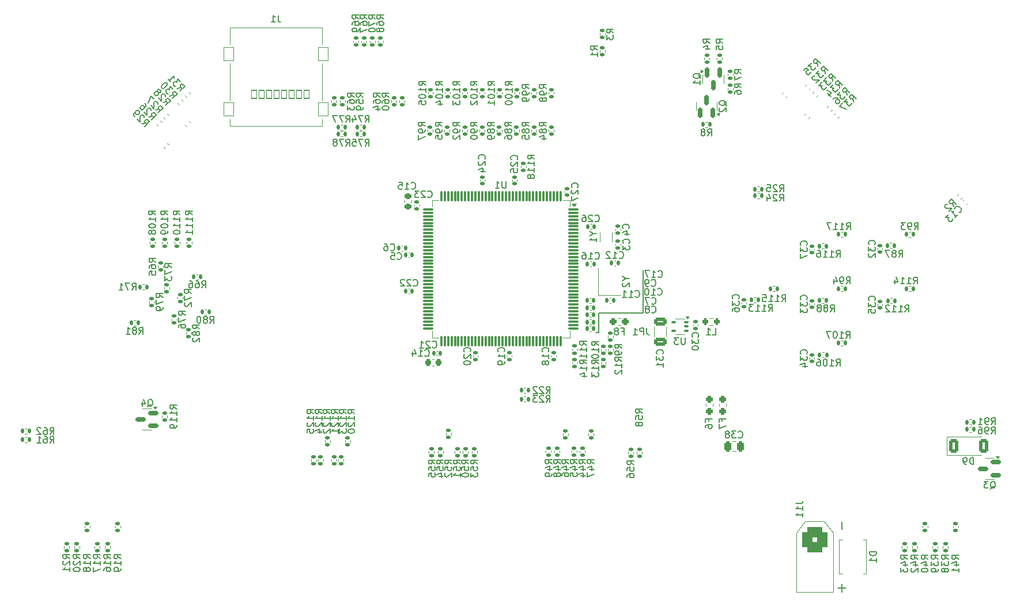
<source format=gbr>
%TF.GenerationSoftware,KiCad,Pcbnew,8.0.7*%
%TF.CreationDate,2025-04-13T15:12:29-04:00*%
%TF.ProjectId,control,636f6e74-726f-46c2-9e6b-696361645f70,rev?*%
%TF.SameCoordinates,Original*%
%TF.FileFunction,Legend,Bot*%
%TF.FilePolarity,Positive*%
%FSLAX46Y46*%
G04 Gerber Fmt 4.6, Leading zero omitted, Abs format (unit mm)*
G04 Created by KiCad (PCBNEW 8.0.7) date 2025-04-13 15:12:29*
%MOMM*%
%LPD*%
G01*
G04 APERTURE LIST*
G04 Aperture macros list*
%AMRoundRect*
0 Rectangle with rounded corners*
0 $1 Rounding radius*
0 $2 $3 $4 $5 $6 $7 $8 $9 X,Y pos of 4 corners*
0 Add a 4 corners polygon primitive as box body*
4,1,4,$2,$3,$4,$5,$6,$7,$8,$9,$2,$3,0*
0 Add four circle primitives for the rounded corners*
1,1,$1+$1,$2,$3*
1,1,$1+$1,$4,$5*
1,1,$1+$1,$6,$7*
1,1,$1+$1,$8,$9*
0 Add four rect primitives between the rounded corners*
20,1,$1+$1,$2,$3,$4,$5,0*
20,1,$1+$1,$4,$5,$6,$7,0*
20,1,$1+$1,$6,$7,$8,$9,0*
20,1,$1+$1,$8,$9,$2,$3,0*%
%AMFreePoly0*
4,1,6,1.037000,0.000000,0.437000,-0.600000,-0.150000,-0.600000,-0.150000,0.600000,0.437000,0.600000,1.037000,0.000000,1.037000,0.000000,$1*%
%AMFreePoly1*
4,1,6,0.150000,-0.600000,-1.037000,-0.600000,-0.437000,0.000000,-1.037000,0.600000,0.150000,0.600000,0.150000,-0.600000,0.150000,-0.600000,$1*%
G04 Aperture macros list end*
%ADD10C,0.153000*%
%ADD11C,0.150000*%
%ADD12C,0.120000*%
%ADD13C,0.160000*%
%ADD14R,1.600000X1.600000*%
%ADD15C,1.600000*%
%ADD16C,3.600000*%
%ADD17C,6.400000*%
%ADD18O,1.100000X2.100000*%
%ADD19O,1.100000X2.600000*%
%ADD20C,3.800000*%
%ADD21R,1.700000X1.700000*%
%ADD22O,1.700000X1.700000*%
%ADD23RoundRect,0.140000X-0.170000X0.140000X-0.170000X-0.140000X0.170000X-0.140000X0.170000X0.140000X0*%
%ADD24RoundRect,0.135000X-0.135000X-0.185000X0.135000X-0.185000X0.135000X0.185000X-0.135000X0.185000X0*%
%ADD25RoundRect,0.135000X0.185000X-0.135000X0.185000X0.135000X-0.185000X0.135000X-0.185000X-0.135000X0*%
%ADD26RoundRect,0.135000X-0.185000X0.135000X-0.185000X-0.135000X0.185000X-0.135000X0.185000X0.135000X0*%
%ADD27RoundRect,0.140000X0.170000X-0.140000X0.170000X0.140000X-0.170000X0.140000X-0.170000X-0.140000X0*%
%ADD28RoundRect,0.237500X-0.237500X0.287500X-0.237500X-0.287500X0.237500X-0.287500X0.237500X0.287500X0*%
%ADD29RoundRect,0.150000X0.587500X0.150000X-0.587500X0.150000X-0.587500X-0.150000X0.587500X-0.150000X0*%
%ADD30RoundRect,0.150000X0.150000X-0.587500X0.150000X0.587500X-0.150000X0.587500X-0.150000X-0.587500X0*%
%ADD31RoundRect,0.140000X-0.140000X-0.170000X0.140000X-0.170000X0.140000X0.170000X-0.140000X0.170000X0*%
%ADD32RoundRect,0.135000X0.135000X0.185000X-0.135000X0.185000X-0.135000X-0.185000X0.135000X-0.185000X0*%
%ADD33RoundRect,0.135000X0.035355X-0.226274X0.226274X-0.035355X-0.035355X0.226274X-0.226274X0.035355X0*%
%ADD34FreePoly0,180.000000*%
%ADD35FreePoly1,180.000000*%
%ADD36RoundRect,0.225000X0.250000X-0.225000X0.250000X0.225000X-0.250000X0.225000X-0.250000X-0.225000X0*%
%ADD37RoundRect,0.237500X0.287500X0.237500X-0.287500X0.237500X-0.287500X-0.237500X0.287500X-0.237500X0*%
%ADD38RoundRect,0.200000X0.200000X0.275000X-0.200000X0.275000X-0.200000X-0.275000X0.200000X-0.275000X0*%
%ADD39RoundRect,0.135000X0.226274X0.035355X0.035355X0.226274X-0.226274X-0.035355X-0.035355X-0.226274X0*%
%ADD40RoundRect,0.140000X0.140000X0.170000X-0.140000X0.170000X-0.140000X-0.170000X0.140000X-0.170000X0*%
%ADD41R,1.200000X1.400000*%
%ADD42RoundRect,0.140000X-0.021213X0.219203X-0.219203X0.021213X0.021213X-0.219203X0.219203X-0.021213X0*%
%ADD43RoundRect,0.050000X0.400000X0.600000X-0.400000X0.600000X-0.400000X-0.600000X0.400000X-0.600000X0*%
%ADD44RoundRect,0.050000X0.750000X1.000000X-0.750000X1.000000X-0.750000X-1.000000X0.750000X-1.000000X0*%
%ADD45RoundRect,0.135000X-0.035355X0.226274X-0.226274X0.035355X0.035355X-0.226274X0.226274X-0.035355X0*%
%ADD46RoundRect,0.250000X0.250000X0.475000X-0.250000X0.475000X-0.250000X-0.475000X0.250000X-0.475000X0*%
%ADD47RoundRect,0.250000X-0.450000X-0.800000X0.450000X-0.800000X0.450000X0.800000X-0.450000X0.800000X0*%
%ADD48RoundRect,0.135000X-0.226274X-0.035355X-0.035355X-0.226274X0.226274X0.035355X0.035355X0.226274X0*%
%ADD49RoundRect,0.075000X0.662500X0.075000X-0.662500X0.075000X-0.662500X-0.075000X0.662500X-0.075000X0*%
%ADD50RoundRect,0.075000X0.075000X0.662500X-0.075000X0.662500X-0.075000X-0.662500X0.075000X-0.662500X0*%
%ADD51RoundRect,0.100000X0.225000X0.100000X-0.225000X0.100000X-0.225000X-0.100000X0.225000X-0.100000X0*%
%ADD52R,1.800000X1.000000*%
%ADD53R,2.300000X2.500000*%
%ADD54RoundRect,0.150000X-0.150000X0.587500X-0.150000X-0.587500X0.150000X-0.587500X0.150000X0.587500X0*%
%ADD55RoundRect,0.760000X-1.140000X1.140000X-1.140000X-1.140000X1.140000X-1.140000X1.140000X1.140000X0*%
%ADD56RoundRect,0.250000X-0.650000X0.325000X-0.650000X-0.325000X0.650000X-0.325000X0.650000X0.325000X0*%
%ADD57RoundRect,0.225000X0.225000X0.250000X-0.225000X0.250000X-0.225000X-0.250000X0.225000X-0.250000X0*%
G04 APERTURE END LIST*
D10*
X170850000Y-106350000D02*
X164350000Y-106350000D01*
X164350000Y-109250000D02*
X163950000Y-109250000D01*
X164350000Y-106350000D02*
X164350000Y-109250000D01*
X170850000Y-100050000D02*
X170850000Y-106350000D01*
D11*
X204899580Y-104457142D02*
X204947200Y-104409523D01*
X204947200Y-104409523D02*
X204994819Y-104266666D01*
X204994819Y-104266666D02*
X204994819Y-104171428D01*
X204994819Y-104171428D02*
X204947200Y-104028571D01*
X204947200Y-104028571D02*
X204851961Y-103933333D01*
X204851961Y-103933333D02*
X204756723Y-103885714D01*
X204756723Y-103885714D02*
X204566247Y-103838095D01*
X204566247Y-103838095D02*
X204423390Y-103838095D01*
X204423390Y-103838095D02*
X204232914Y-103885714D01*
X204232914Y-103885714D02*
X204137676Y-103933333D01*
X204137676Y-103933333D02*
X204042438Y-104028571D01*
X204042438Y-104028571D02*
X203994819Y-104171428D01*
X203994819Y-104171428D02*
X203994819Y-104266666D01*
X203994819Y-104266666D02*
X204042438Y-104409523D01*
X204042438Y-104409523D02*
X204090057Y-104457142D01*
X203994819Y-104790476D02*
X203994819Y-105409523D01*
X203994819Y-105409523D02*
X204375771Y-105076190D01*
X204375771Y-105076190D02*
X204375771Y-105219047D01*
X204375771Y-105219047D02*
X204423390Y-105314285D01*
X204423390Y-105314285D02*
X204471009Y-105361904D01*
X204471009Y-105361904D02*
X204566247Y-105409523D01*
X204566247Y-105409523D02*
X204804342Y-105409523D01*
X204804342Y-105409523D02*
X204899580Y-105361904D01*
X204899580Y-105361904D02*
X204947200Y-105314285D01*
X204947200Y-105314285D02*
X204994819Y-105219047D01*
X204994819Y-105219047D02*
X204994819Y-104933333D01*
X204994819Y-104933333D02*
X204947200Y-104838095D01*
X204947200Y-104838095D02*
X204899580Y-104790476D01*
X203994819Y-106314285D02*
X203994819Y-105838095D01*
X203994819Y-105838095D02*
X204471009Y-105790476D01*
X204471009Y-105790476D02*
X204423390Y-105838095D01*
X204423390Y-105838095D02*
X204375771Y-105933333D01*
X204375771Y-105933333D02*
X204375771Y-106171428D01*
X204375771Y-106171428D02*
X204423390Y-106266666D01*
X204423390Y-106266666D02*
X204471009Y-106314285D01*
X204471009Y-106314285D02*
X204566247Y-106361904D01*
X204566247Y-106361904D02*
X204804342Y-106361904D01*
X204804342Y-106361904D02*
X204899580Y-106314285D01*
X204899580Y-106314285D02*
X204947200Y-106266666D01*
X204947200Y-106266666D02*
X204994819Y-106171428D01*
X204994819Y-106171428D02*
X204994819Y-105933333D01*
X204994819Y-105933333D02*
X204947200Y-105838095D01*
X204947200Y-105838095D02*
X204899580Y-105790476D01*
X95792857Y-102954819D02*
X96126190Y-102478628D01*
X96364285Y-102954819D02*
X96364285Y-101954819D01*
X96364285Y-101954819D02*
X95983333Y-101954819D01*
X95983333Y-101954819D02*
X95888095Y-102002438D01*
X95888095Y-102002438D02*
X95840476Y-102050057D01*
X95840476Y-102050057D02*
X95792857Y-102145295D01*
X95792857Y-102145295D02*
X95792857Y-102288152D01*
X95792857Y-102288152D02*
X95840476Y-102383390D01*
X95840476Y-102383390D02*
X95888095Y-102431009D01*
X95888095Y-102431009D02*
X95983333Y-102478628D01*
X95983333Y-102478628D02*
X96364285Y-102478628D01*
X95459523Y-101954819D02*
X94792857Y-101954819D01*
X94792857Y-101954819D02*
X95221428Y-102954819D01*
X93888095Y-102954819D02*
X94459523Y-102954819D01*
X94173809Y-102954819D02*
X94173809Y-101954819D01*
X94173809Y-101954819D02*
X94269047Y-102097676D01*
X94269047Y-102097676D02*
X94364285Y-102192914D01*
X94364285Y-102192914D02*
X94459523Y-102240533D01*
X104654819Y-91880952D02*
X104178628Y-91547619D01*
X104654819Y-91309524D02*
X103654819Y-91309524D01*
X103654819Y-91309524D02*
X103654819Y-91690476D01*
X103654819Y-91690476D02*
X103702438Y-91785714D01*
X103702438Y-91785714D02*
X103750057Y-91833333D01*
X103750057Y-91833333D02*
X103845295Y-91880952D01*
X103845295Y-91880952D02*
X103988152Y-91880952D01*
X103988152Y-91880952D02*
X104083390Y-91833333D01*
X104083390Y-91833333D02*
X104131009Y-91785714D01*
X104131009Y-91785714D02*
X104178628Y-91690476D01*
X104178628Y-91690476D02*
X104178628Y-91309524D01*
X104654819Y-92833333D02*
X104654819Y-92261905D01*
X104654819Y-92547619D02*
X103654819Y-92547619D01*
X103654819Y-92547619D02*
X103797676Y-92452381D01*
X103797676Y-92452381D02*
X103892914Y-92357143D01*
X103892914Y-92357143D02*
X103940533Y-92261905D01*
X104654819Y-93785714D02*
X104654819Y-93214286D01*
X104654819Y-93500000D02*
X103654819Y-93500000D01*
X103654819Y-93500000D02*
X103797676Y-93404762D01*
X103797676Y-93404762D02*
X103892914Y-93309524D01*
X103892914Y-93309524D02*
X103940533Y-93214286D01*
X104654819Y-94738095D02*
X104654819Y-94166667D01*
X104654819Y-94452381D02*
X103654819Y-94452381D01*
X103654819Y-94452381D02*
X103797676Y-94357143D01*
X103797676Y-94357143D02*
X103892914Y-94261905D01*
X103892914Y-94261905D02*
X103940533Y-94166667D01*
X146534819Y-78857142D02*
X146058628Y-78523809D01*
X146534819Y-78285714D02*
X145534819Y-78285714D01*
X145534819Y-78285714D02*
X145534819Y-78666666D01*
X145534819Y-78666666D02*
X145582438Y-78761904D01*
X145582438Y-78761904D02*
X145630057Y-78809523D01*
X145630057Y-78809523D02*
X145725295Y-78857142D01*
X145725295Y-78857142D02*
X145868152Y-78857142D01*
X145868152Y-78857142D02*
X145963390Y-78809523D01*
X145963390Y-78809523D02*
X146011009Y-78761904D01*
X146011009Y-78761904D02*
X146058628Y-78666666D01*
X146058628Y-78666666D02*
X146058628Y-78285714D01*
X146534819Y-79333333D02*
X146534819Y-79523809D01*
X146534819Y-79523809D02*
X146487200Y-79619047D01*
X146487200Y-79619047D02*
X146439580Y-79666666D01*
X146439580Y-79666666D02*
X146296723Y-79761904D01*
X146296723Y-79761904D02*
X146106247Y-79809523D01*
X146106247Y-79809523D02*
X145725295Y-79809523D01*
X145725295Y-79809523D02*
X145630057Y-79761904D01*
X145630057Y-79761904D02*
X145582438Y-79714285D01*
X145582438Y-79714285D02*
X145534819Y-79619047D01*
X145534819Y-79619047D02*
X145534819Y-79428571D01*
X145534819Y-79428571D02*
X145582438Y-79333333D01*
X145582438Y-79333333D02*
X145630057Y-79285714D01*
X145630057Y-79285714D02*
X145725295Y-79238095D01*
X145725295Y-79238095D02*
X145963390Y-79238095D01*
X145963390Y-79238095D02*
X146058628Y-79285714D01*
X146058628Y-79285714D02*
X146106247Y-79333333D01*
X146106247Y-79333333D02*
X146153866Y-79428571D01*
X146153866Y-79428571D02*
X146153866Y-79619047D01*
X146153866Y-79619047D02*
X146106247Y-79714285D01*
X146106247Y-79714285D02*
X146058628Y-79761904D01*
X146058628Y-79761904D02*
X145963390Y-79809523D01*
X145534819Y-80428571D02*
X145534819Y-80523809D01*
X145534819Y-80523809D02*
X145582438Y-80619047D01*
X145582438Y-80619047D02*
X145630057Y-80666666D01*
X145630057Y-80666666D02*
X145725295Y-80714285D01*
X145725295Y-80714285D02*
X145915771Y-80761904D01*
X145915771Y-80761904D02*
X146153866Y-80761904D01*
X146153866Y-80761904D02*
X146344342Y-80714285D01*
X146344342Y-80714285D02*
X146439580Y-80666666D01*
X146439580Y-80666666D02*
X146487200Y-80619047D01*
X146487200Y-80619047D02*
X146534819Y-80523809D01*
X146534819Y-80523809D02*
X146534819Y-80428571D01*
X146534819Y-80428571D02*
X146487200Y-80333333D01*
X146487200Y-80333333D02*
X146439580Y-80285714D01*
X146439580Y-80285714D02*
X146344342Y-80238095D01*
X146344342Y-80238095D02*
X146153866Y-80190476D01*
X146153866Y-80190476D02*
X145915771Y-80190476D01*
X145915771Y-80190476D02*
X145725295Y-80238095D01*
X145725295Y-80238095D02*
X145630057Y-80285714D01*
X145630057Y-80285714D02*
X145582438Y-80333333D01*
X145582438Y-80333333D02*
X145534819Y-80428571D01*
X128454819Y-74557142D02*
X127978628Y-74223809D01*
X128454819Y-73985714D02*
X127454819Y-73985714D01*
X127454819Y-73985714D02*
X127454819Y-74366666D01*
X127454819Y-74366666D02*
X127502438Y-74461904D01*
X127502438Y-74461904D02*
X127550057Y-74509523D01*
X127550057Y-74509523D02*
X127645295Y-74557142D01*
X127645295Y-74557142D02*
X127788152Y-74557142D01*
X127788152Y-74557142D02*
X127883390Y-74509523D01*
X127883390Y-74509523D02*
X127931009Y-74461904D01*
X127931009Y-74461904D02*
X127978628Y-74366666D01*
X127978628Y-74366666D02*
X127978628Y-73985714D01*
X127454819Y-75414285D02*
X127454819Y-75223809D01*
X127454819Y-75223809D02*
X127502438Y-75128571D01*
X127502438Y-75128571D02*
X127550057Y-75080952D01*
X127550057Y-75080952D02*
X127692914Y-74985714D01*
X127692914Y-74985714D02*
X127883390Y-74938095D01*
X127883390Y-74938095D02*
X128264342Y-74938095D01*
X128264342Y-74938095D02*
X128359580Y-74985714D01*
X128359580Y-74985714D02*
X128407200Y-75033333D01*
X128407200Y-75033333D02*
X128454819Y-75128571D01*
X128454819Y-75128571D02*
X128454819Y-75319047D01*
X128454819Y-75319047D02*
X128407200Y-75414285D01*
X128407200Y-75414285D02*
X128359580Y-75461904D01*
X128359580Y-75461904D02*
X128264342Y-75509523D01*
X128264342Y-75509523D02*
X128026247Y-75509523D01*
X128026247Y-75509523D02*
X127931009Y-75461904D01*
X127931009Y-75461904D02*
X127883390Y-75414285D01*
X127883390Y-75414285D02*
X127835771Y-75319047D01*
X127835771Y-75319047D02*
X127835771Y-75128571D01*
X127835771Y-75128571D02*
X127883390Y-75033333D01*
X127883390Y-75033333D02*
X127931009Y-74985714D01*
X127931009Y-74985714D02*
X128026247Y-74938095D01*
X127454819Y-75842857D02*
X127454819Y-76461904D01*
X127454819Y-76461904D02*
X127835771Y-76128571D01*
X127835771Y-76128571D02*
X127835771Y-76271428D01*
X127835771Y-76271428D02*
X127883390Y-76366666D01*
X127883390Y-76366666D02*
X127931009Y-76414285D01*
X127931009Y-76414285D02*
X128026247Y-76461904D01*
X128026247Y-76461904D02*
X128264342Y-76461904D01*
X128264342Y-76461904D02*
X128359580Y-76414285D01*
X128359580Y-76414285D02*
X128407200Y-76366666D01*
X128407200Y-76366666D02*
X128454819Y-76271428D01*
X128454819Y-76271428D02*
X128454819Y-75985714D01*
X128454819Y-75985714D02*
X128407200Y-75890476D01*
X128407200Y-75890476D02*
X128359580Y-75842857D01*
X139242857Y-89259580D02*
X139290476Y-89307200D01*
X139290476Y-89307200D02*
X139433333Y-89354819D01*
X139433333Y-89354819D02*
X139528571Y-89354819D01*
X139528571Y-89354819D02*
X139671428Y-89307200D01*
X139671428Y-89307200D02*
X139766666Y-89211961D01*
X139766666Y-89211961D02*
X139814285Y-89116723D01*
X139814285Y-89116723D02*
X139861904Y-88926247D01*
X139861904Y-88926247D02*
X139861904Y-88783390D01*
X139861904Y-88783390D02*
X139814285Y-88592914D01*
X139814285Y-88592914D02*
X139766666Y-88497676D01*
X139766666Y-88497676D02*
X139671428Y-88402438D01*
X139671428Y-88402438D02*
X139528571Y-88354819D01*
X139528571Y-88354819D02*
X139433333Y-88354819D01*
X139433333Y-88354819D02*
X139290476Y-88402438D01*
X139290476Y-88402438D02*
X139242857Y-88450057D01*
X138861904Y-88450057D02*
X138814285Y-88402438D01*
X138814285Y-88402438D02*
X138719047Y-88354819D01*
X138719047Y-88354819D02*
X138480952Y-88354819D01*
X138480952Y-88354819D02*
X138385714Y-88402438D01*
X138385714Y-88402438D02*
X138338095Y-88450057D01*
X138338095Y-88450057D02*
X138290476Y-88545295D01*
X138290476Y-88545295D02*
X138290476Y-88640533D01*
X138290476Y-88640533D02*
X138338095Y-88783390D01*
X138338095Y-88783390D02*
X138909523Y-89354819D01*
X138909523Y-89354819D02*
X138290476Y-89354819D01*
X137957142Y-88354819D02*
X137338095Y-88354819D01*
X137338095Y-88354819D02*
X137671428Y-88735771D01*
X137671428Y-88735771D02*
X137528571Y-88735771D01*
X137528571Y-88735771D02*
X137433333Y-88783390D01*
X137433333Y-88783390D02*
X137385714Y-88831009D01*
X137385714Y-88831009D02*
X137338095Y-88926247D01*
X137338095Y-88926247D02*
X137338095Y-89164342D01*
X137338095Y-89164342D02*
X137385714Y-89259580D01*
X137385714Y-89259580D02*
X137433333Y-89307200D01*
X137433333Y-89307200D02*
X137528571Y-89354819D01*
X137528571Y-89354819D02*
X137814285Y-89354819D01*
X137814285Y-89354819D02*
X137909523Y-89307200D01*
X137909523Y-89307200D02*
X137957142Y-89259580D01*
X182531009Y-122266666D02*
X182531009Y-121933333D01*
X183054819Y-121933333D02*
X182054819Y-121933333D01*
X182054819Y-121933333D02*
X182054819Y-122409523D01*
X182054819Y-122695238D02*
X182054819Y-123361904D01*
X182054819Y-123361904D02*
X183054819Y-122933333D01*
X163704819Y-128507142D02*
X163228628Y-128173809D01*
X163704819Y-127935714D02*
X162704819Y-127935714D01*
X162704819Y-127935714D02*
X162704819Y-128316666D01*
X162704819Y-128316666D02*
X162752438Y-128411904D01*
X162752438Y-128411904D02*
X162800057Y-128459523D01*
X162800057Y-128459523D02*
X162895295Y-128507142D01*
X162895295Y-128507142D02*
X163038152Y-128507142D01*
X163038152Y-128507142D02*
X163133390Y-128459523D01*
X163133390Y-128459523D02*
X163181009Y-128411904D01*
X163181009Y-128411904D02*
X163228628Y-128316666D01*
X163228628Y-128316666D02*
X163228628Y-127935714D01*
X163038152Y-129364285D02*
X163704819Y-129364285D01*
X162657200Y-129126190D02*
X163371485Y-128888095D01*
X163371485Y-128888095D02*
X163371485Y-129507142D01*
X162704819Y-129792857D02*
X162704819Y-130459523D01*
X162704819Y-130459523D02*
X163704819Y-130030952D01*
X98095238Y-120137557D02*
X98190476Y-120089938D01*
X98190476Y-120089938D02*
X98285714Y-119994700D01*
X98285714Y-119994700D02*
X98428571Y-119851842D01*
X98428571Y-119851842D02*
X98523809Y-119804223D01*
X98523809Y-119804223D02*
X98619047Y-119804223D01*
X98571428Y-120042319D02*
X98666666Y-119994700D01*
X98666666Y-119994700D02*
X98761904Y-119899461D01*
X98761904Y-119899461D02*
X98809523Y-119708985D01*
X98809523Y-119708985D02*
X98809523Y-119375652D01*
X98809523Y-119375652D02*
X98761904Y-119185176D01*
X98761904Y-119185176D02*
X98666666Y-119089938D01*
X98666666Y-119089938D02*
X98571428Y-119042319D01*
X98571428Y-119042319D02*
X98380952Y-119042319D01*
X98380952Y-119042319D02*
X98285714Y-119089938D01*
X98285714Y-119089938D02*
X98190476Y-119185176D01*
X98190476Y-119185176D02*
X98142857Y-119375652D01*
X98142857Y-119375652D02*
X98142857Y-119708985D01*
X98142857Y-119708985D02*
X98190476Y-119899461D01*
X98190476Y-119899461D02*
X98285714Y-119994700D01*
X98285714Y-119994700D02*
X98380952Y-120042319D01*
X98380952Y-120042319D02*
X98571428Y-120042319D01*
X97285714Y-119375652D02*
X97285714Y-120042319D01*
X97523809Y-118994700D02*
X97761904Y-119708985D01*
X97761904Y-119708985D02*
X97142857Y-119708985D01*
X99304819Y-98857142D02*
X98828628Y-98523809D01*
X99304819Y-98285714D02*
X98304819Y-98285714D01*
X98304819Y-98285714D02*
X98304819Y-98666666D01*
X98304819Y-98666666D02*
X98352438Y-98761904D01*
X98352438Y-98761904D02*
X98400057Y-98809523D01*
X98400057Y-98809523D02*
X98495295Y-98857142D01*
X98495295Y-98857142D02*
X98638152Y-98857142D01*
X98638152Y-98857142D02*
X98733390Y-98809523D01*
X98733390Y-98809523D02*
X98781009Y-98761904D01*
X98781009Y-98761904D02*
X98828628Y-98666666D01*
X98828628Y-98666666D02*
X98828628Y-98285714D01*
X98304819Y-99714285D02*
X98304819Y-99523809D01*
X98304819Y-99523809D02*
X98352438Y-99428571D01*
X98352438Y-99428571D02*
X98400057Y-99380952D01*
X98400057Y-99380952D02*
X98542914Y-99285714D01*
X98542914Y-99285714D02*
X98733390Y-99238095D01*
X98733390Y-99238095D02*
X99114342Y-99238095D01*
X99114342Y-99238095D02*
X99209580Y-99285714D01*
X99209580Y-99285714D02*
X99257200Y-99333333D01*
X99257200Y-99333333D02*
X99304819Y-99428571D01*
X99304819Y-99428571D02*
X99304819Y-99619047D01*
X99304819Y-99619047D02*
X99257200Y-99714285D01*
X99257200Y-99714285D02*
X99209580Y-99761904D01*
X99209580Y-99761904D02*
X99114342Y-99809523D01*
X99114342Y-99809523D02*
X98876247Y-99809523D01*
X98876247Y-99809523D02*
X98781009Y-99761904D01*
X98781009Y-99761904D02*
X98733390Y-99714285D01*
X98733390Y-99714285D02*
X98685771Y-99619047D01*
X98685771Y-99619047D02*
X98685771Y-99428571D01*
X98685771Y-99428571D02*
X98733390Y-99333333D01*
X98733390Y-99333333D02*
X98781009Y-99285714D01*
X98781009Y-99285714D02*
X98876247Y-99238095D01*
X98304819Y-100714285D02*
X98304819Y-100238095D01*
X98304819Y-100238095D02*
X98781009Y-100190476D01*
X98781009Y-100190476D02*
X98733390Y-100238095D01*
X98733390Y-100238095D02*
X98685771Y-100333333D01*
X98685771Y-100333333D02*
X98685771Y-100571428D01*
X98685771Y-100571428D02*
X98733390Y-100666666D01*
X98733390Y-100666666D02*
X98781009Y-100714285D01*
X98781009Y-100714285D02*
X98876247Y-100761904D01*
X98876247Y-100761904D02*
X99114342Y-100761904D01*
X99114342Y-100761904D02*
X99209580Y-100714285D01*
X99209580Y-100714285D02*
X99257200Y-100666666D01*
X99257200Y-100666666D02*
X99304819Y-100571428D01*
X99304819Y-100571428D02*
X99304819Y-100333333D01*
X99304819Y-100333333D02*
X99257200Y-100238095D01*
X99257200Y-100238095D02*
X99209580Y-100190476D01*
X183150057Y-75817261D02*
X183102438Y-75722023D01*
X183102438Y-75722023D02*
X183007200Y-75626785D01*
X183007200Y-75626785D02*
X182864342Y-75483928D01*
X182864342Y-75483928D02*
X182816723Y-75388690D01*
X182816723Y-75388690D02*
X182816723Y-75293452D01*
X183054819Y-75341071D02*
X183007200Y-75245833D01*
X183007200Y-75245833D02*
X182911961Y-75150595D01*
X182911961Y-75150595D02*
X182721485Y-75102976D01*
X182721485Y-75102976D02*
X182388152Y-75102976D01*
X182388152Y-75102976D02*
X182197676Y-75150595D01*
X182197676Y-75150595D02*
X182102438Y-75245833D01*
X182102438Y-75245833D02*
X182054819Y-75341071D01*
X182054819Y-75341071D02*
X182054819Y-75531547D01*
X182054819Y-75531547D02*
X182102438Y-75626785D01*
X182102438Y-75626785D02*
X182197676Y-75722023D01*
X182197676Y-75722023D02*
X182388152Y-75769642D01*
X182388152Y-75769642D02*
X182721485Y-75769642D01*
X182721485Y-75769642D02*
X182911961Y-75722023D01*
X182911961Y-75722023D02*
X183007200Y-75626785D01*
X183007200Y-75626785D02*
X183054819Y-75531547D01*
X183054819Y-75531547D02*
X183054819Y-75341071D01*
X182150057Y-76150595D02*
X182102438Y-76198214D01*
X182102438Y-76198214D02*
X182054819Y-76293452D01*
X182054819Y-76293452D02*
X182054819Y-76531547D01*
X182054819Y-76531547D02*
X182102438Y-76626785D01*
X182102438Y-76626785D02*
X182150057Y-76674404D01*
X182150057Y-76674404D02*
X182245295Y-76722023D01*
X182245295Y-76722023D02*
X182340533Y-76722023D01*
X182340533Y-76722023D02*
X182483390Y-76674404D01*
X182483390Y-76674404D02*
X183054819Y-76102976D01*
X183054819Y-76102976D02*
X183054819Y-76722023D01*
X105724819Y-108657142D02*
X105248628Y-108323809D01*
X105724819Y-108085714D02*
X104724819Y-108085714D01*
X104724819Y-108085714D02*
X104724819Y-108466666D01*
X104724819Y-108466666D02*
X104772438Y-108561904D01*
X104772438Y-108561904D02*
X104820057Y-108609523D01*
X104820057Y-108609523D02*
X104915295Y-108657142D01*
X104915295Y-108657142D02*
X105058152Y-108657142D01*
X105058152Y-108657142D02*
X105153390Y-108609523D01*
X105153390Y-108609523D02*
X105201009Y-108561904D01*
X105201009Y-108561904D02*
X105248628Y-108466666D01*
X105248628Y-108466666D02*
X105248628Y-108085714D01*
X105153390Y-109228571D02*
X105105771Y-109133333D01*
X105105771Y-109133333D02*
X105058152Y-109085714D01*
X105058152Y-109085714D02*
X104962914Y-109038095D01*
X104962914Y-109038095D02*
X104915295Y-109038095D01*
X104915295Y-109038095D02*
X104820057Y-109085714D01*
X104820057Y-109085714D02*
X104772438Y-109133333D01*
X104772438Y-109133333D02*
X104724819Y-109228571D01*
X104724819Y-109228571D02*
X104724819Y-109419047D01*
X104724819Y-109419047D02*
X104772438Y-109514285D01*
X104772438Y-109514285D02*
X104820057Y-109561904D01*
X104820057Y-109561904D02*
X104915295Y-109609523D01*
X104915295Y-109609523D02*
X104962914Y-109609523D01*
X104962914Y-109609523D02*
X105058152Y-109561904D01*
X105058152Y-109561904D02*
X105105771Y-109514285D01*
X105105771Y-109514285D02*
X105153390Y-109419047D01*
X105153390Y-109419047D02*
X105153390Y-109228571D01*
X105153390Y-109228571D02*
X105201009Y-109133333D01*
X105201009Y-109133333D02*
X105248628Y-109085714D01*
X105248628Y-109085714D02*
X105343866Y-109038095D01*
X105343866Y-109038095D02*
X105534342Y-109038095D01*
X105534342Y-109038095D02*
X105629580Y-109085714D01*
X105629580Y-109085714D02*
X105677200Y-109133333D01*
X105677200Y-109133333D02*
X105724819Y-109228571D01*
X105724819Y-109228571D02*
X105724819Y-109419047D01*
X105724819Y-109419047D02*
X105677200Y-109514285D01*
X105677200Y-109514285D02*
X105629580Y-109561904D01*
X105629580Y-109561904D02*
X105534342Y-109609523D01*
X105534342Y-109609523D02*
X105343866Y-109609523D01*
X105343866Y-109609523D02*
X105248628Y-109561904D01*
X105248628Y-109561904D02*
X105201009Y-109514285D01*
X105201009Y-109514285D02*
X105153390Y-109419047D01*
X104820057Y-109990476D02*
X104772438Y-110038095D01*
X104772438Y-110038095D02*
X104724819Y-110133333D01*
X104724819Y-110133333D02*
X104724819Y-110371428D01*
X104724819Y-110371428D02*
X104772438Y-110466666D01*
X104772438Y-110466666D02*
X104820057Y-110514285D01*
X104820057Y-110514285D02*
X104915295Y-110561904D01*
X104915295Y-110561904D02*
X105010533Y-110561904D01*
X105010533Y-110561904D02*
X105153390Y-110514285D01*
X105153390Y-110514285D02*
X105724819Y-109942857D01*
X105724819Y-109942857D02*
X105724819Y-110561904D01*
X185324819Y-73183333D02*
X184848628Y-72850000D01*
X185324819Y-72611905D02*
X184324819Y-72611905D01*
X184324819Y-72611905D02*
X184324819Y-72992857D01*
X184324819Y-72992857D02*
X184372438Y-73088095D01*
X184372438Y-73088095D02*
X184420057Y-73135714D01*
X184420057Y-73135714D02*
X184515295Y-73183333D01*
X184515295Y-73183333D02*
X184658152Y-73183333D01*
X184658152Y-73183333D02*
X184753390Y-73135714D01*
X184753390Y-73135714D02*
X184801009Y-73088095D01*
X184801009Y-73088095D02*
X184848628Y-72992857D01*
X184848628Y-72992857D02*
X184848628Y-72611905D01*
X184324819Y-74040476D02*
X184324819Y-73850000D01*
X184324819Y-73850000D02*
X184372438Y-73754762D01*
X184372438Y-73754762D02*
X184420057Y-73707143D01*
X184420057Y-73707143D02*
X184562914Y-73611905D01*
X184562914Y-73611905D02*
X184753390Y-73564286D01*
X184753390Y-73564286D02*
X185134342Y-73564286D01*
X185134342Y-73564286D02*
X185229580Y-73611905D01*
X185229580Y-73611905D02*
X185277200Y-73659524D01*
X185277200Y-73659524D02*
X185324819Y-73754762D01*
X185324819Y-73754762D02*
X185324819Y-73945238D01*
X185324819Y-73945238D02*
X185277200Y-74040476D01*
X185277200Y-74040476D02*
X185229580Y-74088095D01*
X185229580Y-74088095D02*
X185134342Y-74135714D01*
X185134342Y-74135714D02*
X184896247Y-74135714D01*
X184896247Y-74135714D02*
X184801009Y-74088095D01*
X184801009Y-74088095D02*
X184753390Y-74040476D01*
X184753390Y-74040476D02*
X184705771Y-73945238D01*
X184705771Y-73945238D02*
X184705771Y-73754762D01*
X184705771Y-73754762D02*
X184753390Y-73659524D01*
X184753390Y-73659524D02*
X184801009Y-73611905D01*
X184801009Y-73611905D02*
X184896247Y-73564286D01*
X208442857Y-98104819D02*
X208776190Y-97628628D01*
X209014285Y-98104819D02*
X209014285Y-97104819D01*
X209014285Y-97104819D02*
X208633333Y-97104819D01*
X208633333Y-97104819D02*
X208538095Y-97152438D01*
X208538095Y-97152438D02*
X208490476Y-97200057D01*
X208490476Y-97200057D02*
X208442857Y-97295295D01*
X208442857Y-97295295D02*
X208442857Y-97438152D01*
X208442857Y-97438152D02*
X208490476Y-97533390D01*
X208490476Y-97533390D02*
X208538095Y-97581009D01*
X208538095Y-97581009D02*
X208633333Y-97628628D01*
X208633333Y-97628628D02*
X209014285Y-97628628D01*
X207871428Y-97533390D02*
X207966666Y-97485771D01*
X207966666Y-97485771D02*
X208014285Y-97438152D01*
X208014285Y-97438152D02*
X208061904Y-97342914D01*
X208061904Y-97342914D02*
X208061904Y-97295295D01*
X208061904Y-97295295D02*
X208014285Y-97200057D01*
X208014285Y-97200057D02*
X207966666Y-97152438D01*
X207966666Y-97152438D02*
X207871428Y-97104819D01*
X207871428Y-97104819D02*
X207680952Y-97104819D01*
X207680952Y-97104819D02*
X207585714Y-97152438D01*
X207585714Y-97152438D02*
X207538095Y-97200057D01*
X207538095Y-97200057D02*
X207490476Y-97295295D01*
X207490476Y-97295295D02*
X207490476Y-97342914D01*
X207490476Y-97342914D02*
X207538095Y-97438152D01*
X207538095Y-97438152D02*
X207585714Y-97485771D01*
X207585714Y-97485771D02*
X207680952Y-97533390D01*
X207680952Y-97533390D02*
X207871428Y-97533390D01*
X207871428Y-97533390D02*
X207966666Y-97581009D01*
X207966666Y-97581009D02*
X208014285Y-97628628D01*
X208014285Y-97628628D02*
X208061904Y-97723866D01*
X208061904Y-97723866D02*
X208061904Y-97914342D01*
X208061904Y-97914342D02*
X208014285Y-98009580D01*
X208014285Y-98009580D02*
X207966666Y-98057200D01*
X207966666Y-98057200D02*
X207871428Y-98104819D01*
X207871428Y-98104819D02*
X207680952Y-98104819D01*
X207680952Y-98104819D02*
X207585714Y-98057200D01*
X207585714Y-98057200D02*
X207538095Y-98009580D01*
X207538095Y-98009580D02*
X207490476Y-97914342D01*
X207490476Y-97914342D02*
X207490476Y-97723866D01*
X207490476Y-97723866D02*
X207538095Y-97628628D01*
X207538095Y-97628628D02*
X207585714Y-97581009D01*
X207585714Y-97581009D02*
X207680952Y-97533390D01*
X207157142Y-97104819D02*
X206490476Y-97104819D01*
X206490476Y-97104819D02*
X206919047Y-98104819D01*
X168809580Y-96083333D02*
X168857200Y-96035714D01*
X168857200Y-96035714D02*
X168904819Y-95892857D01*
X168904819Y-95892857D02*
X168904819Y-95797619D01*
X168904819Y-95797619D02*
X168857200Y-95654762D01*
X168857200Y-95654762D02*
X168761961Y-95559524D01*
X168761961Y-95559524D02*
X168666723Y-95511905D01*
X168666723Y-95511905D02*
X168476247Y-95464286D01*
X168476247Y-95464286D02*
X168333390Y-95464286D01*
X168333390Y-95464286D02*
X168142914Y-95511905D01*
X168142914Y-95511905D02*
X168047676Y-95559524D01*
X168047676Y-95559524D02*
X167952438Y-95654762D01*
X167952438Y-95654762D02*
X167904819Y-95797619D01*
X167904819Y-95797619D02*
X167904819Y-95892857D01*
X167904819Y-95892857D02*
X167952438Y-96035714D01*
X167952438Y-96035714D02*
X168000057Y-96083333D01*
X167904819Y-96416667D02*
X167904819Y-97035714D01*
X167904819Y-97035714D02*
X168285771Y-96702381D01*
X168285771Y-96702381D02*
X168285771Y-96845238D01*
X168285771Y-96845238D02*
X168333390Y-96940476D01*
X168333390Y-96940476D02*
X168381009Y-96988095D01*
X168381009Y-96988095D02*
X168476247Y-97035714D01*
X168476247Y-97035714D02*
X168714342Y-97035714D01*
X168714342Y-97035714D02*
X168809580Y-96988095D01*
X168809580Y-96988095D02*
X168857200Y-96940476D01*
X168857200Y-96940476D02*
X168904819Y-96845238D01*
X168904819Y-96845238D02*
X168904819Y-96559524D01*
X168904819Y-96559524D02*
X168857200Y-96464286D01*
X168857200Y-96464286D02*
X168809580Y-96416667D01*
X173092857Y-101009580D02*
X173140476Y-101057200D01*
X173140476Y-101057200D02*
X173283333Y-101104819D01*
X173283333Y-101104819D02*
X173378571Y-101104819D01*
X173378571Y-101104819D02*
X173521428Y-101057200D01*
X173521428Y-101057200D02*
X173616666Y-100961961D01*
X173616666Y-100961961D02*
X173664285Y-100866723D01*
X173664285Y-100866723D02*
X173711904Y-100676247D01*
X173711904Y-100676247D02*
X173711904Y-100533390D01*
X173711904Y-100533390D02*
X173664285Y-100342914D01*
X173664285Y-100342914D02*
X173616666Y-100247676D01*
X173616666Y-100247676D02*
X173521428Y-100152438D01*
X173521428Y-100152438D02*
X173378571Y-100104819D01*
X173378571Y-100104819D02*
X173283333Y-100104819D01*
X173283333Y-100104819D02*
X173140476Y-100152438D01*
X173140476Y-100152438D02*
X173092857Y-100200057D01*
X172140476Y-101104819D02*
X172711904Y-101104819D01*
X172426190Y-101104819D02*
X172426190Y-100104819D01*
X172426190Y-100104819D02*
X172521428Y-100247676D01*
X172521428Y-100247676D02*
X172616666Y-100342914D01*
X172616666Y-100342914D02*
X172711904Y-100390533D01*
X171807142Y-100104819D02*
X171140476Y-100104819D01*
X171140476Y-100104819D02*
X171569047Y-101104819D01*
X94154819Y-142457142D02*
X93678628Y-142123809D01*
X94154819Y-141885714D02*
X93154819Y-141885714D01*
X93154819Y-141885714D02*
X93154819Y-142266666D01*
X93154819Y-142266666D02*
X93202438Y-142361904D01*
X93202438Y-142361904D02*
X93250057Y-142409523D01*
X93250057Y-142409523D02*
X93345295Y-142457142D01*
X93345295Y-142457142D02*
X93488152Y-142457142D01*
X93488152Y-142457142D02*
X93583390Y-142409523D01*
X93583390Y-142409523D02*
X93631009Y-142361904D01*
X93631009Y-142361904D02*
X93678628Y-142266666D01*
X93678628Y-142266666D02*
X93678628Y-141885714D01*
X94154819Y-143409523D02*
X94154819Y-142838095D01*
X94154819Y-143123809D02*
X93154819Y-143123809D01*
X93154819Y-143123809D02*
X93297676Y-143028571D01*
X93297676Y-143028571D02*
X93392914Y-142933333D01*
X93392914Y-142933333D02*
X93440533Y-142838095D01*
X94154819Y-143885714D02*
X94154819Y-144076190D01*
X94154819Y-144076190D02*
X94107200Y-144171428D01*
X94107200Y-144171428D02*
X94059580Y-144219047D01*
X94059580Y-144219047D02*
X93916723Y-144314285D01*
X93916723Y-144314285D02*
X93726247Y-144361904D01*
X93726247Y-144361904D02*
X93345295Y-144361904D01*
X93345295Y-144361904D02*
X93250057Y-144314285D01*
X93250057Y-144314285D02*
X93202438Y-144266666D01*
X93202438Y-144266666D02*
X93154819Y-144171428D01*
X93154819Y-144171428D02*
X93154819Y-143980952D01*
X93154819Y-143980952D02*
X93202438Y-143885714D01*
X93202438Y-143885714D02*
X93250057Y-143838095D01*
X93250057Y-143838095D02*
X93345295Y-143790476D01*
X93345295Y-143790476D02*
X93583390Y-143790476D01*
X93583390Y-143790476D02*
X93678628Y-143838095D01*
X93678628Y-143838095D02*
X93726247Y-143885714D01*
X93726247Y-143885714D02*
X93773866Y-143980952D01*
X93773866Y-143980952D02*
X93773866Y-144171428D01*
X93773866Y-144171428D02*
X93726247Y-144266666D01*
X93726247Y-144266666D02*
X93678628Y-144314285D01*
X93678628Y-144314285D02*
X93583390Y-144361904D01*
X149034819Y-78857142D02*
X148558628Y-78523809D01*
X149034819Y-78285714D02*
X148034819Y-78285714D01*
X148034819Y-78285714D02*
X148034819Y-78666666D01*
X148034819Y-78666666D02*
X148082438Y-78761904D01*
X148082438Y-78761904D02*
X148130057Y-78809523D01*
X148130057Y-78809523D02*
X148225295Y-78857142D01*
X148225295Y-78857142D02*
X148368152Y-78857142D01*
X148368152Y-78857142D02*
X148463390Y-78809523D01*
X148463390Y-78809523D02*
X148511009Y-78761904D01*
X148511009Y-78761904D02*
X148558628Y-78666666D01*
X148558628Y-78666666D02*
X148558628Y-78285714D01*
X148463390Y-79428571D02*
X148415771Y-79333333D01*
X148415771Y-79333333D02*
X148368152Y-79285714D01*
X148368152Y-79285714D02*
X148272914Y-79238095D01*
X148272914Y-79238095D02*
X148225295Y-79238095D01*
X148225295Y-79238095D02*
X148130057Y-79285714D01*
X148130057Y-79285714D02*
X148082438Y-79333333D01*
X148082438Y-79333333D02*
X148034819Y-79428571D01*
X148034819Y-79428571D02*
X148034819Y-79619047D01*
X148034819Y-79619047D02*
X148082438Y-79714285D01*
X148082438Y-79714285D02*
X148130057Y-79761904D01*
X148130057Y-79761904D02*
X148225295Y-79809523D01*
X148225295Y-79809523D02*
X148272914Y-79809523D01*
X148272914Y-79809523D02*
X148368152Y-79761904D01*
X148368152Y-79761904D02*
X148415771Y-79714285D01*
X148415771Y-79714285D02*
X148463390Y-79619047D01*
X148463390Y-79619047D02*
X148463390Y-79428571D01*
X148463390Y-79428571D02*
X148511009Y-79333333D01*
X148511009Y-79333333D02*
X148558628Y-79285714D01*
X148558628Y-79285714D02*
X148653866Y-79238095D01*
X148653866Y-79238095D02*
X148844342Y-79238095D01*
X148844342Y-79238095D02*
X148939580Y-79285714D01*
X148939580Y-79285714D02*
X148987200Y-79333333D01*
X148987200Y-79333333D02*
X149034819Y-79428571D01*
X149034819Y-79428571D02*
X149034819Y-79619047D01*
X149034819Y-79619047D02*
X148987200Y-79714285D01*
X148987200Y-79714285D02*
X148939580Y-79761904D01*
X148939580Y-79761904D02*
X148844342Y-79809523D01*
X148844342Y-79809523D02*
X148653866Y-79809523D01*
X148653866Y-79809523D02*
X148558628Y-79761904D01*
X148558628Y-79761904D02*
X148511009Y-79714285D01*
X148511009Y-79714285D02*
X148463390Y-79619047D01*
X149034819Y-80285714D02*
X149034819Y-80476190D01*
X149034819Y-80476190D02*
X148987200Y-80571428D01*
X148987200Y-80571428D02*
X148939580Y-80619047D01*
X148939580Y-80619047D02*
X148796723Y-80714285D01*
X148796723Y-80714285D02*
X148606247Y-80761904D01*
X148606247Y-80761904D02*
X148225295Y-80761904D01*
X148225295Y-80761904D02*
X148130057Y-80714285D01*
X148130057Y-80714285D02*
X148082438Y-80666666D01*
X148082438Y-80666666D02*
X148034819Y-80571428D01*
X148034819Y-80571428D02*
X148034819Y-80380952D01*
X148034819Y-80380952D02*
X148082438Y-80285714D01*
X148082438Y-80285714D02*
X148130057Y-80238095D01*
X148130057Y-80238095D02*
X148225295Y-80190476D01*
X148225295Y-80190476D02*
X148463390Y-80190476D01*
X148463390Y-80190476D02*
X148558628Y-80238095D01*
X148558628Y-80238095D02*
X148606247Y-80285714D01*
X148606247Y-80285714D02*
X148653866Y-80380952D01*
X148653866Y-80380952D02*
X148653866Y-80571428D01*
X148653866Y-80571428D02*
X148606247Y-80666666D01*
X148606247Y-80666666D02*
X148558628Y-80714285D01*
X148558628Y-80714285D02*
X148463390Y-80761904D01*
X124904819Y-121130952D02*
X124428628Y-120797619D01*
X124904819Y-120559524D02*
X123904819Y-120559524D01*
X123904819Y-120559524D02*
X123904819Y-120940476D01*
X123904819Y-120940476D02*
X123952438Y-121035714D01*
X123952438Y-121035714D02*
X124000057Y-121083333D01*
X124000057Y-121083333D02*
X124095295Y-121130952D01*
X124095295Y-121130952D02*
X124238152Y-121130952D01*
X124238152Y-121130952D02*
X124333390Y-121083333D01*
X124333390Y-121083333D02*
X124381009Y-121035714D01*
X124381009Y-121035714D02*
X124428628Y-120940476D01*
X124428628Y-120940476D02*
X124428628Y-120559524D01*
X124904819Y-122083333D02*
X124904819Y-121511905D01*
X124904819Y-121797619D02*
X123904819Y-121797619D01*
X123904819Y-121797619D02*
X124047676Y-121702381D01*
X124047676Y-121702381D02*
X124142914Y-121607143D01*
X124142914Y-121607143D02*
X124190533Y-121511905D01*
X124000057Y-122464286D02*
X123952438Y-122511905D01*
X123952438Y-122511905D02*
X123904819Y-122607143D01*
X123904819Y-122607143D02*
X123904819Y-122845238D01*
X123904819Y-122845238D02*
X123952438Y-122940476D01*
X123952438Y-122940476D02*
X124000057Y-122988095D01*
X124000057Y-122988095D02*
X124095295Y-123035714D01*
X124095295Y-123035714D02*
X124190533Y-123035714D01*
X124190533Y-123035714D02*
X124333390Y-122988095D01*
X124333390Y-122988095D02*
X124904819Y-122416667D01*
X124904819Y-122416667D02*
X124904819Y-123035714D01*
X124000057Y-123416667D02*
X123952438Y-123464286D01*
X123952438Y-123464286D02*
X123904819Y-123559524D01*
X123904819Y-123559524D02*
X123904819Y-123797619D01*
X123904819Y-123797619D02*
X123952438Y-123892857D01*
X123952438Y-123892857D02*
X124000057Y-123940476D01*
X124000057Y-123940476D02*
X124095295Y-123988095D01*
X124095295Y-123988095D02*
X124190533Y-123988095D01*
X124190533Y-123988095D02*
X124333390Y-123940476D01*
X124333390Y-123940476D02*
X124904819Y-123369048D01*
X124904819Y-123369048D02*
X124904819Y-123988095D01*
X200742857Y-102034819D02*
X201076190Y-101558628D01*
X201314285Y-102034819D02*
X201314285Y-101034819D01*
X201314285Y-101034819D02*
X200933333Y-101034819D01*
X200933333Y-101034819D02*
X200838095Y-101082438D01*
X200838095Y-101082438D02*
X200790476Y-101130057D01*
X200790476Y-101130057D02*
X200742857Y-101225295D01*
X200742857Y-101225295D02*
X200742857Y-101368152D01*
X200742857Y-101368152D02*
X200790476Y-101463390D01*
X200790476Y-101463390D02*
X200838095Y-101511009D01*
X200838095Y-101511009D02*
X200933333Y-101558628D01*
X200933333Y-101558628D02*
X201314285Y-101558628D01*
X200266666Y-102034819D02*
X200076190Y-102034819D01*
X200076190Y-102034819D02*
X199980952Y-101987200D01*
X199980952Y-101987200D02*
X199933333Y-101939580D01*
X199933333Y-101939580D02*
X199838095Y-101796723D01*
X199838095Y-101796723D02*
X199790476Y-101606247D01*
X199790476Y-101606247D02*
X199790476Y-101225295D01*
X199790476Y-101225295D02*
X199838095Y-101130057D01*
X199838095Y-101130057D02*
X199885714Y-101082438D01*
X199885714Y-101082438D02*
X199980952Y-101034819D01*
X199980952Y-101034819D02*
X200171428Y-101034819D01*
X200171428Y-101034819D02*
X200266666Y-101082438D01*
X200266666Y-101082438D02*
X200314285Y-101130057D01*
X200314285Y-101130057D02*
X200361904Y-101225295D01*
X200361904Y-101225295D02*
X200361904Y-101463390D01*
X200361904Y-101463390D02*
X200314285Y-101558628D01*
X200314285Y-101558628D02*
X200266666Y-101606247D01*
X200266666Y-101606247D02*
X200171428Y-101653866D01*
X200171428Y-101653866D02*
X199980952Y-101653866D01*
X199980952Y-101653866D02*
X199885714Y-101606247D01*
X199885714Y-101606247D02*
X199838095Y-101558628D01*
X199838095Y-101558628D02*
X199790476Y-101463390D01*
X198933333Y-101368152D02*
X198933333Y-102034819D01*
X199171428Y-100987200D02*
X199409523Y-101701485D01*
X199409523Y-101701485D02*
X198790476Y-101701485D01*
X196526174Y-70017036D02*
X196425159Y-69444617D01*
X196930235Y-69612975D02*
X196223128Y-68905869D01*
X196223128Y-68905869D02*
X195953754Y-69175243D01*
X195953754Y-69175243D02*
X195920082Y-69276258D01*
X195920082Y-69276258D02*
X195920082Y-69343601D01*
X195920082Y-69343601D02*
X195953754Y-69444617D01*
X195953754Y-69444617D02*
X196054769Y-69545632D01*
X196054769Y-69545632D02*
X196155785Y-69579304D01*
X196155785Y-69579304D02*
X196223128Y-69579304D01*
X196223128Y-69579304D02*
X196324143Y-69545632D01*
X196324143Y-69545632D02*
X196593517Y-69276258D01*
X195583365Y-69545632D02*
X195145632Y-69983365D01*
X195145632Y-69983365D02*
X195650708Y-70017036D01*
X195650708Y-70017036D02*
X195549693Y-70118052D01*
X195549693Y-70118052D02*
X195516021Y-70219067D01*
X195516021Y-70219067D02*
X195516021Y-70286410D01*
X195516021Y-70286410D02*
X195549693Y-70387426D01*
X195549693Y-70387426D02*
X195718052Y-70555784D01*
X195718052Y-70555784D02*
X195819067Y-70589456D01*
X195819067Y-70589456D02*
X195886411Y-70589456D01*
X195886411Y-70589456D02*
X195987426Y-70555784D01*
X195987426Y-70555784D02*
X196189456Y-70353754D01*
X196189456Y-70353754D02*
X196223128Y-70252739D01*
X196223128Y-70252739D02*
X196223128Y-70185395D01*
X194505869Y-70623128D02*
X194842586Y-70286410D01*
X194842586Y-70286410D02*
X195212975Y-70589456D01*
X195212975Y-70589456D02*
X195145632Y-70589456D01*
X195145632Y-70589456D02*
X195044617Y-70623128D01*
X195044617Y-70623128D02*
X194876258Y-70791487D01*
X194876258Y-70791487D02*
X194842586Y-70892502D01*
X194842586Y-70892502D02*
X194842586Y-70959846D01*
X194842586Y-70959846D02*
X194876258Y-71060861D01*
X194876258Y-71060861D02*
X195044617Y-71229220D01*
X195044617Y-71229220D02*
X195145632Y-71262891D01*
X195145632Y-71262891D02*
X195212975Y-71262891D01*
X195212975Y-71262891D02*
X195313991Y-71229220D01*
X195313991Y-71229220D02*
X195482349Y-71060861D01*
X195482349Y-71060861D02*
X195516021Y-70959846D01*
X195516021Y-70959846D02*
X195516021Y-70892502D01*
X171433333Y-108554819D02*
X171433333Y-109269104D01*
X171433333Y-109269104D02*
X171480952Y-109411961D01*
X171480952Y-109411961D02*
X171576190Y-109507200D01*
X171576190Y-109507200D02*
X171719047Y-109554819D01*
X171719047Y-109554819D02*
X171814285Y-109554819D01*
X170957142Y-109554819D02*
X170957142Y-108554819D01*
X170957142Y-108554819D02*
X170576190Y-108554819D01*
X170576190Y-108554819D02*
X170480952Y-108602438D01*
X170480952Y-108602438D02*
X170433333Y-108650057D01*
X170433333Y-108650057D02*
X170385714Y-108745295D01*
X170385714Y-108745295D02*
X170385714Y-108888152D01*
X170385714Y-108888152D02*
X170433333Y-108983390D01*
X170433333Y-108983390D02*
X170480952Y-109031009D01*
X170480952Y-109031009D02*
X170576190Y-109078628D01*
X170576190Y-109078628D02*
X170957142Y-109078628D01*
X169433333Y-109554819D02*
X170004761Y-109554819D01*
X169719047Y-109554819D02*
X169719047Y-108554819D01*
X169719047Y-108554819D02*
X169814285Y-108697676D01*
X169814285Y-108697676D02*
X169909523Y-108792914D01*
X169909523Y-108792914D02*
X170004761Y-108840533D01*
X136842857Y-88009580D02*
X136890476Y-88057200D01*
X136890476Y-88057200D02*
X137033333Y-88104819D01*
X137033333Y-88104819D02*
X137128571Y-88104819D01*
X137128571Y-88104819D02*
X137271428Y-88057200D01*
X137271428Y-88057200D02*
X137366666Y-87961961D01*
X137366666Y-87961961D02*
X137414285Y-87866723D01*
X137414285Y-87866723D02*
X137461904Y-87676247D01*
X137461904Y-87676247D02*
X137461904Y-87533390D01*
X137461904Y-87533390D02*
X137414285Y-87342914D01*
X137414285Y-87342914D02*
X137366666Y-87247676D01*
X137366666Y-87247676D02*
X137271428Y-87152438D01*
X137271428Y-87152438D02*
X137128571Y-87104819D01*
X137128571Y-87104819D02*
X137033333Y-87104819D01*
X137033333Y-87104819D02*
X136890476Y-87152438D01*
X136890476Y-87152438D02*
X136842857Y-87200057D01*
X135890476Y-88104819D02*
X136461904Y-88104819D01*
X136176190Y-88104819D02*
X136176190Y-87104819D01*
X136176190Y-87104819D02*
X136271428Y-87247676D01*
X136271428Y-87247676D02*
X136366666Y-87342914D01*
X136366666Y-87342914D02*
X136461904Y-87390533D01*
X134985714Y-87104819D02*
X135461904Y-87104819D01*
X135461904Y-87104819D02*
X135509523Y-87581009D01*
X135509523Y-87581009D02*
X135461904Y-87533390D01*
X135461904Y-87533390D02*
X135366666Y-87485771D01*
X135366666Y-87485771D02*
X135128571Y-87485771D01*
X135128571Y-87485771D02*
X135033333Y-87533390D01*
X135033333Y-87533390D02*
X134985714Y-87581009D01*
X134985714Y-87581009D02*
X134938095Y-87676247D01*
X134938095Y-87676247D02*
X134938095Y-87914342D01*
X134938095Y-87914342D02*
X134985714Y-88009580D01*
X134985714Y-88009580D02*
X135033333Y-88057200D01*
X135033333Y-88057200D02*
X135128571Y-88104819D01*
X135128571Y-88104819D02*
X135366666Y-88104819D01*
X135366666Y-88104819D02*
X135461904Y-88057200D01*
X135461904Y-88057200D02*
X135509523Y-88009580D01*
X89654819Y-142457142D02*
X89178628Y-142123809D01*
X89654819Y-141885714D02*
X88654819Y-141885714D01*
X88654819Y-141885714D02*
X88654819Y-142266666D01*
X88654819Y-142266666D02*
X88702438Y-142361904D01*
X88702438Y-142361904D02*
X88750057Y-142409523D01*
X88750057Y-142409523D02*
X88845295Y-142457142D01*
X88845295Y-142457142D02*
X88988152Y-142457142D01*
X88988152Y-142457142D02*
X89083390Y-142409523D01*
X89083390Y-142409523D02*
X89131009Y-142361904D01*
X89131009Y-142361904D02*
X89178628Y-142266666D01*
X89178628Y-142266666D02*
X89178628Y-141885714D01*
X89654819Y-143409523D02*
X89654819Y-142838095D01*
X89654819Y-143123809D02*
X88654819Y-143123809D01*
X88654819Y-143123809D02*
X88797676Y-143028571D01*
X88797676Y-143028571D02*
X88892914Y-142933333D01*
X88892914Y-142933333D02*
X88940533Y-142838095D01*
X89083390Y-143980952D02*
X89035771Y-143885714D01*
X89035771Y-143885714D02*
X88988152Y-143838095D01*
X88988152Y-143838095D02*
X88892914Y-143790476D01*
X88892914Y-143790476D02*
X88845295Y-143790476D01*
X88845295Y-143790476D02*
X88750057Y-143838095D01*
X88750057Y-143838095D02*
X88702438Y-143885714D01*
X88702438Y-143885714D02*
X88654819Y-143980952D01*
X88654819Y-143980952D02*
X88654819Y-144171428D01*
X88654819Y-144171428D02*
X88702438Y-144266666D01*
X88702438Y-144266666D02*
X88750057Y-144314285D01*
X88750057Y-144314285D02*
X88845295Y-144361904D01*
X88845295Y-144361904D02*
X88892914Y-144361904D01*
X88892914Y-144361904D02*
X88988152Y-144314285D01*
X88988152Y-144314285D02*
X89035771Y-144266666D01*
X89035771Y-144266666D02*
X89083390Y-144171428D01*
X89083390Y-144171428D02*
X89083390Y-143980952D01*
X89083390Y-143980952D02*
X89131009Y-143885714D01*
X89131009Y-143885714D02*
X89178628Y-143838095D01*
X89178628Y-143838095D02*
X89273866Y-143790476D01*
X89273866Y-143790476D02*
X89464342Y-143790476D01*
X89464342Y-143790476D02*
X89559580Y-143838095D01*
X89559580Y-143838095D02*
X89607200Y-143885714D01*
X89607200Y-143885714D02*
X89654819Y-143980952D01*
X89654819Y-143980952D02*
X89654819Y-144171428D01*
X89654819Y-144171428D02*
X89607200Y-144266666D01*
X89607200Y-144266666D02*
X89559580Y-144314285D01*
X89559580Y-144314285D02*
X89464342Y-144361904D01*
X89464342Y-144361904D02*
X89273866Y-144361904D01*
X89273866Y-144361904D02*
X89178628Y-144314285D01*
X89178628Y-144314285D02*
X89131009Y-144266666D01*
X89131009Y-144266666D02*
X89083390Y-144171428D01*
X129754819Y-74557142D02*
X129278628Y-74223809D01*
X129754819Y-73985714D02*
X128754819Y-73985714D01*
X128754819Y-73985714D02*
X128754819Y-74366666D01*
X128754819Y-74366666D02*
X128802438Y-74461904D01*
X128802438Y-74461904D02*
X128850057Y-74509523D01*
X128850057Y-74509523D02*
X128945295Y-74557142D01*
X128945295Y-74557142D02*
X129088152Y-74557142D01*
X129088152Y-74557142D02*
X129183390Y-74509523D01*
X129183390Y-74509523D02*
X129231009Y-74461904D01*
X129231009Y-74461904D02*
X129278628Y-74366666D01*
X129278628Y-74366666D02*
X129278628Y-73985714D01*
X128754819Y-75461904D02*
X128754819Y-74985714D01*
X128754819Y-74985714D02*
X129231009Y-74938095D01*
X129231009Y-74938095D02*
X129183390Y-74985714D01*
X129183390Y-74985714D02*
X129135771Y-75080952D01*
X129135771Y-75080952D02*
X129135771Y-75319047D01*
X129135771Y-75319047D02*
X129183390Y-75414285D01*
X129183390Y-75414285D02*
X129231009Y-75461904D01*
X129231009Y-75461904D02*
X129326247Y-75509523D01*
X129326247Y-75509523D02*
X129564342Y-75509523D01*
X129564342Y-75509523D02*
X129659580Y-75461904D01*
X129659580Y-75461904D02*
X129707200Y-75414285D01*
X129707200Y-75414285D02*
X129754819Y-75319047D01*
X129754819Y-75319047D02*
X129754819Y-75080952D01*
X129754819Y-75080952D02*
X129707200Y-74985714D01*
X129707200Y-74985714D02*
X129659580Y-74938095D01*
X129754819Y-75985714D02*
X129754819Y-76176190D01*
X129754819Y-76176190D02*
X129707200Y-76271428D01*
X129707200Y-76271428D02*
X129659580Y-76319047D01*
X129659580Y-76319047D02*
X129516723Y-76414285D01*
X129516723Y-76414285D02*
X129326247Y-76461904D01*
X129326247Y-76461904D02*
X128945295Y-76461904D01*
X128945295Y-76461904D02*
X128850057Y-76414285D01*
X128850057Y-76414285D02*
X128802438Y-76366666D01*
X128802438Y-76366666D02*
X128754819Y-76271428D01*
X128754819Y-76271428D02*
X128754819Y-76080952D01*
X128754819Y-76080952D02*
X128802438Y-75985714D01*
X128802438Y-75985714D02*
X128850057Y-75938095D01*
X128850057Y-75938095D02*
X128945295Y-75890476D01*
X128945295Y-75890476D02*
X129183390Y-75890476D01*
X129183390Y-75890476D02*
X129278628Y-75938095D01*
X129278628Y-75938095D02*
X129326247Y-75985714D01*
X129326247Y-75985714D02*
X129373866Y-76080952D01*
X129373866Y-76080952D02*
X129373866Y-76271428D01*
X129373866Y-76271428D02*
X129326247Y-76366666D01*
X129326247Y-76366666D02*
X129278628Y-76414285D01*
X129278628Y-76414285D02*
X129183390Y-76461904D01*
X200719047Y-110034819D02*
X201052380Y-109558628D01*
X201290475Y-110034819D02*
X201290475Y-109034819D01*
X201290475Y-109034819D02*
X200909523Y-109034819D01*
X200909523Y-109034819D02*
X200814285Y-109082438D01*
X200814285Y-109082438D02*
X200766666Y-109130057D01*
X200766666Y-109130057D02*
X200719047Y-109225295D01*
X200719047Y-109225295D02*
X200719047Y-109368152D01*
X200719047Y-109368152D02*
X200766666Y-109463390D01*
X200766666Y-109463390D02*
X200814285Y-109511009D01*
X200814285Y-109511009D02*
X200909523Y-109558628D01*
X200909523Y-109558628D02*
X201290475Y-109558628D01*
X199766666Y-110034819D02*
X200338094Y-110034819D01*
X200052380Y-110034819D02*
X200052380Y-109034819D01*
X200052380Y-109034819D02*
X200147618Y-109177676D01*
X200147618Y-109177676D02*
X200242856Y-109272914D01*
X200242856Y-109272914D02*
X200338094Y-109320533D01*
X199147618Y-109034819D02*
X199052380Y-109034819D01*
X199052380Y-109034819D02*
X198957142Y-109082438D01*
X198957142Y-109082438D02*
X198909523Y-109130057D01*
X198909523Y-109130057D02*
X198861904Y-109225295D01*
X198861904Y-109225295D02*
X198814285Y-109415771D01*
X198814285Y-109415771D02*
X198814285Y-109653866D01*
X198814285Y-109653866D02*
X198861904Y-109844342D01*
X198861904Y-109844342D02*
X198909523Y-109939580D01*
X198909523Y-109939580D02*
X198957142Y-109987200D01*
X198957142Y-109987200D02*
X199052380Y-110034819D01*
X199052380Y-110034819D02*
X199147618Y-110034819D01*
X199147618Y-110034819D02*
X199242856Y-109987200D01*
X199242856Y-109987200D02*
X199290475Y-109939580D01*
X199290475Y-109939580D02*
X199338094Y-109844342D01*
X199338094Y-109844342D02*
X199385713Y-109653866D01*
X199385713Y-109653866D02*
X199385713Y-109415771D01*
X199385713Y-109415771D02*
X199338094Y-109225295D01*
X199338094Y-109225295D02*
X199290475Y-109130057D01*
X199290475Y-109130057D02*
X199242856Y-109082438D01*
X199242856Y-109082438D02*
X199147618Y-109034819D01*
X198480951Y-109034819D02*
X197814285Y-109034819D01*
X197814285Y-109034819D02*
X198242856Y-110034819D01*
X154134819Y-73307142D02*
X153658628Y-72973809D01*
X154134819Y-72735714D02*
X153134819Y-72735714D01*
X153134819Y-72735714D02*
X153134819Y-73116666D01*
X153134819Y-73116666D02*
X153182438Y-73211904D01*
X153182438Y-73211904D02*
X153230057Y-73259523D01*
X153230057Y-73259523D02*
X153325295Y-73307142D01*
X153325295Y-73307142D02*
X153468152Y-73307142D01*
X153468152Y-73307142D02*
X153563390Y-73259523D01*
X153563390Y-73259523D02*
X153611009Y-73211904D01*
X153611009Y-73211904D02*
X153658628Y-73116666D01*
X153658628Y-73116666D02*
X153658628Y-72735714D01*
X154134819Y-73783333D02*
X154134819Y-73973809D01*
X154134819Y-73973809D02*
X154087200Y-74069047D01*
X154087200Y-74069047D02*
X154039580Y-74116666D01*
X154039580Y-74116666D02*
X153896723Y-74211904D01*
X153896723Y-74211904D02*
X153706247Y-74259523D01*
X153706247Y-74259523D02*
X153325295Y-74259523D01*
X153325295Y-74259523D02*
X153230057Y-74211904D01*
X153230057Y-74211904D02*
X153182438Y-74164285D01*
X153182438Y-74164285D02*
X153134819Y-74069047D01*
X153134819Y-74069047D02*
X153134819Y-73878571D01*
X153134819Y-73878571D02*
X153182438Y-73783333D01*
X153182438Y-73783333D02*
X153230057Y-73735714D01*
X153230057Y-73735714D02*
X153325295Y-73688095D01*
X153325295Y-73688095D02*
X153563390Y-73688095D01*
X153563390Y-73688095D02*
X153658628Y-73735714D01*
X153658628Y-73735714D02*
X153706247Y-73783333D01*
X153706247Y-73783333D02*
X153753866Y-73878571D01*
X153753866Y-73878571D02*
X153753866Y-74069047D01*
X153753866Y-74069047D02*
X153706247Y-74164285D01*
X153706247Y-74164285D02*
X153658628Y-74211904D01*
X153658628Y-74211904D02*
X153563390Y-74259523D01*
X154134819Y-74735714D02*
X154134819Y-74926190D01*
X154134819Y-74926190D02*
X154087200Y-75021428D01*
X154087200Y-75021428D02*
X154039580Y-75069047D01*
X154039580Y-75069047D02*
X153896723Y-75164285D01*
X153896723Y-75164285D02*
X153706247Y-75211904D01*
X153706247Y-75211904D02*
X153325295Y-75211904D01*
X153325295Y-75211904D02*
X153230057Y-75164285D01*
X153230057Y-75164285D02*
X153182438Y-75116666D01*
X153182438Y-75116666D02*
X153134819Y-75021428D01*
X153134819Y-75021428D02*
X153134819Y-74830952D01*
X153134819Y-74830952D02*
X153182438Y-74735714D01*
X153182438Y-74735714D02*
X153230057Y-74688095D01*
X153230057Y-74688095D02*
X153325295Y-74640476D01*
X153325295Y-74640476D02*
X153563390Y-74640476D01*
X153563390Y-74640476D02*
X153658628Y-74688095D01*
X153658628Y-74688095D02*
X153706247Y-74735714D01*
X153706247Y-74735714D02*
X153753866Y-74830952D01*
X153753866Y-74830952D02*
X153753866Y-75021428D01*
X153753866Y-75021428D02*
X153706247Y-75116666D01*
X153706247Y-75116666D02*
X153658628Y-75164285D01*
X153658628Y-75164285D02*
X153563390Y-75211904D01*
X144054819Y-128557142D02*
X143578628Y-128223809D01*
X144054819Y-127985714D02*
X143054819Y-127985714D01*
X143054819Y-127985714D02*
X143054819Y-128366666D01*
X143054819Y-128366666D02*
X143102438Y-128461904D01*
X143102438Y-128461904D02*
X143150057Y-128509523D01*
X143150057Y-128509523D02*
X143245295Y-128557142D01*
X143245295Y-128557142D02*
X143388152Y-128557142D01*
X143388152Y-128557142D02*
X143483390Y-128509523D01*
X143483390Y-128509523D02*
X143531009Y-128461904D01*
X143531009Y-128461904D02*
X143578628Y-128366666D01*
X143578628Y-128366666D02*
X143578628Y-127985714D01*
X143054819Y-129461904D02*
X143054819Y-128985714D01*
X143054819Y-128985714D02*
X143531009Y-128938095D01*
X143531009Y-128938095D02*
X143483390Y-128985714D01*
X143483390Y-128985714D02*
X143435771Y-129080952D01*
X143435771Y-129080952D02*
X143435771Y-129319047D01*
X143435771Y-129319047D02*
X143483390Y-129414285D01*
X143483390Y-129414285D02*
X143531009Y-129461904D01*
X143531009Y-129461904D02*
X143626247Y-129509523D01*
X143626247Y-129509523D02*
X143864342Y-129509523D01*
X143864342Y-129509523D02*
X143959580Y-129461904D01*
X143959580Y-129461904D02*
X144007200Y-129414285D01*
X144007200Y-129414285D02*
X144054819Y-129319047D01*
X144054819Y-129319047D02*
X144054819Y-129080952D01*
X144054819Y-129080952D02*
X144007200Y-128985714D01*
X144007200Y-128985714D02*
X143959580Y-128938095D01*
X144054819Y-130461904D02*
X144054819Y-129890476D01*
X144054819Y-130176190D02*
X143054819Y-130176190D01*
X143054819Y-130176190D02*
X143197676Y-130080952D01*
X143197676Y-130080952D02*
X143292914Y-129985714D01*
X143292914Y-129985714D02*
X143340533Y-129890476D01*
X122504819Y-121130952D02*
X122028628Y-120797619D01*
X122504819Y-120559524D02*
X121504819Y-120559524D01*
X121504819Y-120559524D02*
X121504819Y-120940476D01*
X121504819Y-120940476D02*
X121552438Y-121035714D01*
X121552438Y-121035714D02*
X121600057Y-121083333D01*
X121600057Y-121083333D02*
X121695295Y-121130952D01*
X121695295Y-121130952D02*
X121838152Y-121130952D01*
X121838152Y-121130952D02*
X121933390Y-121083333D01*
X121933390Y-121083333D02*
X121981009Y-121035714D01*
X121981009Y-121035714D02*
X122028628Y-120940476D01*
X122028628Y-120940476D02*
X122028628Y-120559524D01*
X122504819Y-122083333D02*
X122504819Y-121511905D01*
X122504819Y-121797619D02*
X121504819Y-121797619D01*
X121504819Y-121797619D02*
X121647676Y-121702381D01*
X121647676Y-121702381D02*
X121742914Y-121607143D01*
X121742914Y-121607143D02*
X121790533Y-121511905D01*
X121600057Y-122464286D02*
X121552438Y-122511905D01*
X121552438Y-122511905D02*
X121504819Y-122607143D01*
X121504819Y-122607143D02*
X121504819Y-122845238D01*
X121504819Y-122845238D02*
X121552438Y-122940476D01*
X121552438Y-122940476D02*
X121600057Y-122988095D01*
X121600057Y-122988095D02*
X121695295Y-123035714D01*
X121695295Y-123035714D02*
X121790533Y-123035714D01*
X121790533Y-123035714D02*
X121933390Y-122988095D01*
X121933390Y-122988095D02*
X122504819Y-122416667D01*
X122504819Y-122416667D02*
X122504819Y-123035714D01*
X121504819Y-123940476D02*
X121504819Y-123464286D01*
X121504819Y-123464286D02*
X121981009Y-123416667D01*
X121981009Y-123416667D02*
X121933390Y-123464286D01*
X121933390Y-123464286D02*
X121885771Y-123559524D01*
X121885771Y-123559524D02*
X121885771Y-123797619D01*
X121885771Y-123797619D02*
X121933390Y-123892857D01*
X121933390Y-123892857D02*
X121981009Y-123940476D01*
X121981009Y-123940476D02*
X122076247Y-123988095D01*
X122076247Y-123988095D02*
X122314342Y-123988095D01*
X122314342Y-123988095D02*
X122409580Y-123940476D01*
X122409580Y-123940476D02*
X122457200Y-123892857D01*
X122457200Y-123892857D02*
X122504819Y-123797619D01*
X122504819Y-123797619D02*
X122504819Y-123559524D01*
X122504819Y-123559524D02*
X122457200Y-123464286D01*
X122457200Y-123464286D02*
X122409580Y-123416667D01*
X167733333Y-109031009D02*
X168066666Y-109031009D01*
X168066666Y-109554819D02*
X168066666Y-108554819D01*
X168066666Y-108554819D02*
X167590476Y-108554819D01*
X167066666Y-108983390D02*
X167161904Y-108935771D01*
X167161904Y-108935771D02*
X167209523Y-108888152D01*
X167209523Y-108888152D02*
X167257142Y-108792914D01*
X167257142Y-108792914D02*
X167257142Y-108745295D01*
X167257142Y-108745295D02*
X167209523Y-108650057D01*
X167209523Y-108650057D02*
X167161904Y-108602438D01*
X167161904Y-108602438D02*
X167066666Y-108554819D01*
X167066666Y-108554819D02*
X166876190Y-108554819D01*
X166876190Y-108554819D02*
X166780952Y-108602438D01*
X166780952Y-108602438D02*
X166733333Y-108650057D01*
X166733333Y-108650057D02*
X166685714Y-108745295D01*
X166685714Y-108745295D02*
X166685714Y-108792914D01*
X166685714Y-108792914D02*
X166733333Y-108888152D01*
X166733333Y-108888152D02*
X166780952Y-108935771D01*
X166780952Y-108935771D02*
X166876190Y-108983390D01*
X166876190Y-108983390D02*
X167066666Y-108983390D01*
X167066666Y-108983390D02*
X167161904Y-109031009D01*
X167161904Y-109031009D02*
X167209523Y-109078628D01*
X167209523Y-109078628D02*
X167257142Y-109173866D01*
X167257142Y-109173866D02*
X167257142Y-109364342D01*
X167257142Y-109364342D02*
X167209523Y-109459580D01*
X167209523Y-109459580D02*
X167161904Y-109507200D01*
X167161904Y-109507200D02*
X167066666Y-109554819D01*
X167066666Y-109554819D02*
X166876190Y-109554819D01*
X166876190Y-109554819D02*
X166780952Y-109507200D01*
X166780952Y-109507200D02*
X166733333Y-109459580D01*
X166733333Y-109459580D02*
X166685714Y-109364342D01*
X166685714Y-109364342D02*
X166685714Y-109173866D01*
X166685714Y-109173866D02*
X166733333Y-109078628D01*
X166733333Y-109078628D02*
X166780952Y-109031009D01*
X166780952Y-109031009D02*
X166876190Y-108983390D01*
X184899580Y-104257142D02*
X184947200Y-104209523D01*
X184947200Y-104209523D02*
X184994819Y-104066666D01*
X184994819Y-104066666D02*
X184994819Y-103971428D01*
X184994819Y-103971428D02*
X184947200Y-103828571D01*
X184947200Y-103828571D02*
X184851961Y-103733333D01*
X184851961Y-103733333D02*
X184756723Y-103685714D01*
X184756723Y-103685714D02*
X184566247Y-103638095D01*
X184566247Y-103638095D02*
X184423390Y-103638095D01*
X184423390Y-103638095D02*
X184232914Y-103685714D01*
X184232914Y-103685714D02*
X184137676Y-103733333D01*
X184137676Y-103733333D02*
X184042438Y-103828571D01*
X184042438Y-103828571D02*
X183994819Y-103971428D01*
X183994819Y-103971428D02*
X183994819Y-104066666D01*
X183994819Y-104066666D02*
X184042438Y-104209523D01*
X184042438Y-104209523D02*
X184090057Y-104257142D01*
X183994819Y-104590476D02*
X183994819Y-105209523D01*
X183994819Y-105209523D02*
X184375771Y-104876190D01*
X184375771Y-104876190D02*
X184375771Y-105019047D01*
X184375771Y-105019047D02*
X184423390Y-105114285D01*
X184423390Y-105114285D02*
X184471009Y-105161904D01*
X184471009Y-105161904D02*
X184566247Y-105209523D01*
X184566247Y-105209523D02*
X184804342Y-105209523D01*
X184804342Y-105209523D02*
X184899580Y-105161904D01*
X184899580Y-105161904D02*
X184947200Y-105114285D01*
X184947200Y-105114285D02*
X184994819Y-105019047D01*
X184994819Y-105019047D02*
X184994819Y-104733333D01*
X184994819Y-104733333D02*
X184947200Y-104638095D01*
X184947200Y-104638095D02*
X184899580Y-104590476D01*
X183994819Y-106066666D02*
X183994819Y-105876190D01*
X183994819Y-105876190D02*
X184042438Y-105780952D01*
X184042438Y-105780952D02*
X184090057Y-105733333D01*
X184090057Y-105733333D02*
X184232914Y-105638095D01*
X184232914Y-105638095D02*
X184423390Y-105590476D01*
X184423390Y-105590476D02*
X184804342Y-105590476D01*
X184804342Y-105590476D02*
X184899580Y-105638095D01*
X184899580Y-105638095D02*
X184947200Y-105685714D01*
X184947200Y-105685714D02*
X184994819Y-105780952D01*
X184994819Y-105780952D02*
X184994819Y-105971428D01*
X184994819Y-105971428D02*
X184947200Y-106066666D01*
X184947200Y-106066666D02*
X184899580Y-106114285D01*
X184899580Y-106114285D02*
X184804342Y-106161904D01*
X184804342Y-106161904D02*
X184566247Y-106161904D01*
X184566247Y-106161904D02*
X184471009Y-106114285D01*
X184471009Y-106114285D02*
X184423390Y-106066666D01*
X184423390Y-106066666D02*
X184375771Y-105971428D01*
X184375771Y-105971428D02*
X184375771Y-105780952D01*
X184375771Y-105780952D02*
X184423390Y-105685714D01*
X184423390Y-105685714D02*
X184471009Y-105638095D01*
X184471009Y-105638095D02*
X184566247Y-105590476D01*
X194899580Y-112357142D02*
X194947200Y-112309523D01*
X194947200Y-112309523D02*
X194994819Y-112166666D01*
X194994819Y-112166666D02*
X194994819Y-112071428D01*
X194994819Y-112071428D02*
X194947200Y-111928571D01*
X194947200Y-111928571D02*
X194851961Y-111833333D01*
X194851961Y-111833333D02*
X194756723Y-111785714D01*
X194756723Y-111785714D02*
X194566247Y-111738095D01*
X194566247Y-111738095D02*
X194423390Y-111738095D01*
X194423390Y-111738095D02*
X194232914Y-111785714D01*
X194232914Y-111785714D02*
X194137676Y-111833333D01*
X194137676Y-111833333D02*
X194042438Y-111928571D01*
X194042438Y-111928571D02*
X193994819Y-112071428D01*
X193994819Y-112071428D02*
X193994819Y-112166666D01*
X193994819Y-112166666D02*
X194042438Y-112309523D01*
X194042438Y-112309523D02*
X194090057Y-112357142D01*
X193994819Y-112690476D02*
X193994819Y-113309523D01*
X193994819Y-113309523D02*
X194375771Y-112976190D01*
X194375771Y-112976190D02*
X194375771Y-113119047D01*
X194375771Y-113119047D02*
X194423390Y-113214285D01*
X194423390Y-113214285D02*
X194471009Y-113261904D01*
X194471009Y-113261904D02*
X194566247Y-113309523D01*
X194566247Y-113309523D02*
X194804342Y-113309523D01*
X194804342Y-113309523D02*
X194899580Y-113261904D01*
X194899580Y-113261904D02*
X194947200Y-113214285D01*
X194947200Y-113214285D02*
X194994819Y-113119047D01*
X194994819Y-113119047D02*
X194994819Y-112833333D01*
X194994819Y-112833333D02*
X194947200Y-112738095D01*
X194947200Y-112738095D02*
X194899580Y-112690476D01*
X194328152Y-114166666D02*
X194994819Y-114166666D01*
X193947200Y-113928571D02*
X194661485Y-113690476D01*
X194661485Y-113690476D02*
X194661485Y-114309523D01*
X181066666Y-109554819D02*
X181542856Y-109554819D01*
X181542856Y-109554819D02*
X181542856Y-108554819D01*
X180209523Y-109554819D02*
X180780951Y-109554819D01*
X180495237Y-109554819D02*
X180495237Y-108554819D01*
X180495237Y-108554819D02*
X180590475Y-108697676D01*
X180590475Y-108697676D02*
X180685713Y-108792914D01*
X180685713Y-108792914D02*
X180780951Y-108840533D01*
X200826174Y-74267036D02*
X200725159Y-73694617D01*
X201230235Y-73862975D02*
X200523128Y-73155869D01*
X200523128Y-73155869D02*
X200253754Y-73425243D01*
X200253754Y-73425243D02*
X200220082Y-73526258D01*
X200220082Y-73526258D02*
X200220082Y-73593601D01*
X200220082Y-73593601D02*
X200253754Y-73694617D01*
X200253754Y-73694617D02*
X200354769Y-73795632D01*
X200354769Y-73795632D02*
X200455785Y-73829304D01*
X200455785Y-73829304D02*
X200523128Y-73829304D01*
X200523128Y-73829304D02*
X200624143Y-73795632D01*
X200624143Y-73795632D02*
X200893517Y-73526258D01*
X199883365Y-73795632D02*
X199445632Y-74233365D01*
X199445632Y-74233365D02*
X199950708Y-74267036D01*
X199950708Y-74267036D02*
X199849693Y-74368052D01*
X199849693Y-74368052D02*
X199816021Y-74469067D01*
X199816021Y-74469067D02*
X199816021Y-74536410D01*
X199816021Y-74536410D02*
X199849693Y-74637426D01*
X199849693Y-74637426D02*
X200018052Y-74805784D01*
X200018052Y-74805784D02*
X200119067Y-74839456D01*
X200119067Y-74839456D02*
X200186411Y-74839456D01*
X200186411Y-74839456D02*
X200287426Y-74805784D01*
X200287426Y-74805784D02*
X200489456Y-74603754D01*
X200489456Y-74603754D02*
X200523128Y-74502739D01*
X200523128Y-74502739D02*
X200523128Y-74435395D01*
X198839540Y-74839456D02*
X198974227Y-74704769D01*
X198974227Y-74704769D02*
X199075243Y-74671098D01*
X199075243Y-74671098D02*
X199142586Y-74671098D01*
X199142586Y-74671098D02*
X199310945Y-74704769D01*
X199310945Y-74704769D02*
X199479304Y-74805785D01*
X199479304Y-74805785D02*
X199748678Y-75075159D01*
X199748678Y-75075159D02*
X199782349Y-75176174D01*
X199782349Y-75176174D02*
X199782349Y-75243517D01*
X199782349Y-75243517D02*
X199748678Y-75344533D01*
X199748678Y-75344533D02*
X199613991Y-75479220D01*
X199613991Y-75479220D02*
X199512975Y-75512891D01*
X199512975Y-75512891D02*
X199445632Y-75512891D01*
X199445632Y-75512891D02*
X199344617Y-75479220D01*
X199344617Y-75479220D02*
X199176258Y-75310861D01*
X199176258Y-75310861D02*
X199142586Y-75209846D01*
X199142586Y-75209846D02*
X199142586Y-75142502D01*
X199142586Y-75142502D02*
X199176258Y-75041487D01*
X199176258Y-75041487D02*
X199310945Y-74906800D01*
X199310945Y-74906800D02*
X199411960Y-74873128D01*
X199411960Y-74873128D02*
X199479304Y-74873128D01*
X199479304Y-74873128D02*
X199580319Y-74906800D01*
X156684819Y-73307142D02*
X156208628Y-72973809D01*
X156684819Y-72735714D02*
X155684819Y-72735714D01*
X155684819Y-72735714D02*
X155684819Y-73116666D01*
X155684819Y-73116666D02*
X155732438Y-73211904D01*
X155732438Y-73211904D02*
X155780057Y-73259523D01*
X155780057Y-73259523D02*
X155875295Y-73307142D01*
X155875295Y-73307142D02*
X156018152Y-73307142D01*
X156018152Y-73307142D02*
X156113390Y-73259523D01*
X156113390Y-73259523D02*
X156161009Y-73211904D01*
X156161009Y-73211904D02*
X156208628Y-73116666D01*
X156208628Y-73116666D02*
X156208628Y-72735714D01*
X156684819Y-73783333D02*
X156684819Y-73973809D01*
X156684819Y-73973809D02*
X156637200Y-74069047D01*
X156637200Y-74069047D02*
X156589580Y-74116666D01*
X156589580Y-74116666D02*
X156446723Y-74211904D01*
X156446723Y-74211904D02*
X156256247Y-74259523D01*
X156256247Y-74259523D02*
X155875295Y-74259523D01*
X155875295Y-74259523D02*
X155780057Y-74211904D01*
X155780057Y-74211904D02*
X155732438Y-74164285D01*
X155732438Y-74164285D02*
X155684819Y-74069047D01*
X155684819Y-74069047D02*
X155684819Y-73878571D01*
X155684819Y-73878571D02*
X155732438Y-73783333D01*
X155732438Y-73783333D02*
X155780057Y-73735714D01*
X155780057Y-73735714D02*
X155875295Y-73688095D01*
X155875295Y-73688095D02*
X156113390Y-73688095D01*
X156113390Y-73688095D02*
X156208628Y-73735714D01*
X156208628Y-73735714D02*
X156256247Y-73783333D01*
X156256247Y-73783333D02*
X156303866Y-73878571D01*
X156303866Y-73878571D02*
X156303866Y-74069047D01*
X156303866Y-74069047D02*
X156256247Y-74164285D01*
X156256247Y-74164285D02*
X156208628Y-74211904D01*
X156208628Y-74211904D02*
X156113390Y-74259523D01*
X156113390Y-74830952D02*
X156065771Y-74735714D01*
X156065771Y-74735714D02*
X156018152Y-74688095D01*
X156018152Y-74688095D02*
X155922914Y-74640476D01*
X155922914Y-74640476D02*
X155875295Y-74640476D01*
X155875295Y-74640476D02*
X155780057Y-74688095D01*
X155780057Y-74688095D02*
X155732438Y-74735714D01*
X155732438Y-74735714D02*
X155684819Y-74830952D01*
X155684819Y-74830952D02*
X155684819Y-75021428D01*
X155684819Y-75021428D02*
X155732438Y-75116666D01*
X155732438Y-75116666D02*
X155780057Y-75164285D01*
X155780057Y-75164285D02*
X155875295Y-75211904D01*
X155875295Y-75211904D02*
X155922914Y-75211904D01*
X155922914Y-75211904D02*
X156018152Y-75164285D01*
X156018152Y-75164285D02*
X156065771Y-75116666D01*
X156065771Y-75116666D02*
X156113390Y-75021428D01*
X156113390Y-75021428D02*
X156113390Y-74830952D01*
X156113390Y-74830952D02*
X156161009Y-74735714D01*
X156161009Y-74735714D02*
X156208628Y-74688095D01*
X156208628Y-74688095D02*
X156303866Y-74640476D01*
X156303866Y-74640476D02*
X156494342Y-74640476D01*
X156494342Y-74640476D02*
X156589580Y-74688095D01*
X156589580Y-74688095D02*
X156637200Y-74735714D01*
X156637200Y-74735714D02*
X156684819Y-74830952D01*
X156684819Y-74830952D02*
X156684819Y-75021428D01*
X156684819Y-75021428D02*
X156637200Y-75116666D01*
X156637200Y-75116666D02*
X156589580Y-75164285D01*
X156589580Y-75164285D02*
X156494342Y-75211904D01*
X156494342Y-75211904D02*
X156303866Y-75211904D01*
X156303866Y-75211904D02*
X156208628Y-75164285D01*
X156208628Y-75164285D02*
X156161009Y-75116666D01*
X156161009Y-75116666D02*
X156113390Y-75021428D01*
X170804819Y-121057142D02*
X170328628Y-120723809D01*
X170804819Y-120485714D02*
X169804819Y-120485714D01*
X169804819Y-120485714D02*
X169804819Y-120866666D01*
X169804819Y-120866666D02*
X169852438Y-120961904D01*
X169852438Y-120961904D02*
X169900057Y-121009523D01*
X169900057Y-121009523D02*
X169995295Y-121057142D01*
X169995295Y-121057142D02*
X170138152Y-121057142D01*
X170138152Y-121057142D02*
X170233390Y-121009523D01*
X170233390Y-121009523D02*
X170281009Y-120961904D01*
X170281009Y-120961904D02*
X170328628Y-120866666D01*
X170328628Y-120866666D02*
X170328628Y-120485714D01*
X169804819Y-121961904D02*
X169804819Y-121485714D01*
X169804819Y-121485714D02*
X170281009Y-121438095D01*
X170281009Y-121438095D02*
X170233390Y-121485714D01*
X170233390Y-121485714D02*
X170185771Y-121580952D01*
X170185771Y-121580952D02*
X170185771Y-121819047D01*
X170185771Y-121819047D02*
X170233390Y-121914285D01*
X170233390Y-121914285D02*
X170281009Y-121961904D01*
X170281009Y-121961904D02*
X170376247Y-122009523D01*
X170376247Y-122009523D02*
X170614342Y-122009523D01*
X170614342Y-122009523D02*
X170709580Y-121961904D01*
X170709580Y-121961904D02*
X170757200Y-121914285D01*
X170757200Y-121914285D02*
X170804819Y-121819047D01*
X170804819Y-121819047D02*
X170804819Y-121580952D01*
X170804819Y-121580952D02*
X170757200Y-121485714D01*
X170757200Y-121485714D02*
X170709580Y-121438095D01*
X170233390Y-122580952D02*
X170185771Y-122485714D01*
X170185771Y-122485714D02*
X170138152Y-122438095D01*
X170138152Y-122438095D02*
X170042914Y-122390476D01*
X170042914Y-122390476D02*
X169995295Y-122390476D01*
X169995295Y-122390476D02*
X169900057Y-122438095D01*
X169900057Y-122438095D02*
X169852438Y-122485714D01*
X169852438Y-122485714D02*
X169804819Y-122580952D01*
X169804819Y-122580952D02*
X169804819Y-122771428D01*
X169804819Y-122771428D02*
X169852438Y-122866666D01*
X169852438Y-122866666D02*
X169900057Y-122914285D01*
X169900057Y-122914285D02*
X169995295Y-122961904D01*
X169995295Y-122961904D02*
X170042914Y-122961904D01*
X170042914Y-122961904D02*
X170138152Y-122914285D01*
X170138152Y-122914285D02*
X170185771Y-122866666D01*
X170185771Y-122866666D02*
X170233390Y-122771428D01*
X170233390Y-122771428D02*
X170233390Y-122580952D01*
X170233390Y-122580952D02*
X170281009Y-122485714D01*
X170281009Y-122485714D02*
X170328628Y-122438095D01*
X170328628Y-122438095D02*
X170423866Y-122390476D01*
X170423866Y-122390476D02*
X170614342Y-122390476D01*
X170614342Y-122390476D02*
X170709580Y-122438095D01*
X170709580Y-122438095D02*
X170757200Y-122485714D01*
X170757200Y-122485714D02*
X170804819Y-122580952D01*
X170804819Y-122580952D02*
X170804819Y-122771428D01*
X170804819Y-122771428D02*
X170757200Y-122866666D01*
X170757200Y-122866666D02*
X170709580Y-122914285D01*
X170709580Y-122914285D02*
X170614342Y-122961904D01*
X170614342Y-122961904D02*
X170423866Y-122961904D01*
X170423866Y-122961904D02*
X170328628Y-122914285D01*
X170328628Y-122914285D02*
X170281009Y-122866666D01*
X170281009Y-122866666D02*
X170233390Y-122771428D01*
X101332963Y-74376174D02*
X101905382Y-74275159D01*
X101737024Y-74780235D02*
X102444130Y-74073128D01*
X102444130Y-74073128D02*
X102174756Y-73803754D01*
X102174756Y-73803754D02*
X102073741Y-73770082D01*
X102073741Y-73770082D02*
X102006398Y-73770082D01*
X102006398Y-73770082D02*
X101905382Y-73803754D01*
X101905382Y-73803754D02*
X101804367Y-73904769D01*
X101804367Y-73904769D02*
X101770695Y-74005785D01*
X101770695Y-74005785D02*
X101770695Y-74073128D01*
X101770695Y-74073128D02*
X101804367Y-74174143D01*
X101804367Y-74174143D02*
X102073741Y-74443517D01*
X101804367Y-73433365D02*
X101366634Y-72995632D01*
X101366634Y-72995632D02*
X101332963Y-73500708D01*
X101332963Y-73500708D02*
X101231947Y-73399693D01*
X101231947Y-73399693D02*
X101130932Y-73366021D01*
X101130932Y-73366021D02*
X101063589Y-73366021D01*
X101063589Y-73366021D02*
X100962573Y-73399693D01*
X100962573Y-73399693D02*
X100794215Y-73568052D01*
X100794215Y-73568052D02*
X100760543Y-73669067D01*
X100760543Y-73669067D02*
X100760543Y-73736411D01*
X100760543Y-73736411D02*
X100794215Y-73837426D01*
X100794215Y-73837426D02*
X100996245Y-74039456D01*
X100996245Y-74039456D02*
X101097260Y-74073128D01*
X101097260Y-74073128D02*
X101164604Y-74073128D01*
X100928901Y-72557899D02*
X100861558Y-72490556D01*
X100861558Y-72490556D02*
X100760543Y-72456884D01*
X100760543Y-72456884D02*
X100693199Y-72456884D01*
X100693199Y-72456884D02*
X100592184Y-72490556D01*
X100592184Y-72490556D02*
X100423825Y-72591571D01*
X100423825Y-72591571D02*
X100255466Y-72759930D01*
X100255466Y-72759930D02*
X100154451Y-72928288D01*
X100154451Y-72928288D02*
X100120779Y-73029304D01*
X100120779Y-73029304D02*
X100120779Y-73096647D01*
X100120779Y-73096647D02*
X100154451Y-73197662D01*
X100154451Y-73197662D02*
X100221795Y-73265006D01*
X100221795Y-73265006D02*
X100322810Y-73298678D01*
X100322810Y-73298678D02*
X100390153Y-73298678D01*
X100390153Y-73298678D02*
X100491169Y-73265006D01*
X100491169Y-73265006D02*
X100659527Y-73163991D01*
X100659527Y-73163991D02*
X100827886Y-72995632D01*
X100827886Y-72995632D02*
X100928901Y-72827273D01*
X100928901Y-72827273D02*
X100962573Y-72726258D01*
X100962573Y-72726258D02*
X100962573Y-72658914D01*
X100962573Y-72658914D02*
X100928901Y-72557899D01*
X191269047Y-104654819D02*
X191602380Y-104178628D01*
X191840475Y-104654819D02*
X191840475Y-103654819D01*
X191840475Y-103654819D02*
X191459523Y-103654819D01*
X191459523Y-103654819D02*
X191364285Y-103702438D01*
X191364285Y-103702438D02*
X191316666Y-103750057D01*
X191316666Y-103750057D02*
X191269047Y-103845295D01*
X191269047Y-103845295D02*
X191269047Y-103988152D01*
X191269047Y-103988152D02*
X191316666Y-104083390D01*
X191316666Y-104083390D02*
X191364285Y-104131009D01*
X191364285Y-104131009D02*
X191459523Y-104178628D01*
X191459523Y-104178628D02*
X191840475Y-104178628D01*
X190316666Y-104654819D02*
X190888094Y-104654819D01*
X190602380Y-104654819D02*
X190602380Y-103654819D01*
X190602380Y-103654819D02*
X190697618Y-103797676D01*
X190697618Y-103797676D02*
X190792856Y-103892914D01*
X190792856Y-103892914D02*
X190888094Y-103940533D01*
X189364285Y-104654819D02*
X189935713Y-104654819D01*
X189649999Y-104654819D02*
X189649999Y-103654819D01*
X189649999Y-103654819D02*
X189745237Y-103797676D01*
X189745237Y-103797676D02*
X189840475Y-103892914D01*
X189840475Y-103892914D02*
X189935713Y-103940533D01*
X188459523Y-103654819D02*
X188935713Y-103654819D01*
X188935713Y-103654819D02*
X188983332Y-104131009D01*
X188983332Y-104131009D02*
X188935713Y-104083390D01*
X188935713Y-104083390D02*
X188840475Y-104035771D01*
X188840475Y-104035771D02*
X188602380Y-104035771D01*
X188602380Y-104035771D02*
X188507142Y-104083390D01*
X188507142Y-104083390D02*
X188459523Y-104131009D01*
X188459523Y-104131009D02*
X188411904Y-104226247D01*
X188411904Y-104226247D02*
X188411904Y-104464342D01*
X188411904Y-104464342D02*
X188459523Y-104559580D01*
X188459523Y-104559580D02*
X188507142Y-104607200D01*
X188507142Y-104607200D02*
X188602380Y-104654819D01*
X188602380Y-104654819D02*
X188840475Y-104654819D01*
X188840475Y-104654819D02*
X188935713Y-104607200D01*
X188935713Y-104607200D02*
X188983332Y-104559580D01*
X190942857Y-88454819D02*
X191276190Y-87978628D01*
X191514285Y-88454819D02*
X191514285Y-87454819D01*
X191514285Y-87454819D02*
X191133333Y-87454819D01*
X191133333Y-87454819D02*
X191038095Y-87502438D01*
X191038095Y-87502438D02*
X190990476Y-87550057D01*
X190990476Y-87550057D02*
X190942857Y-87645295D01*
X190942857Y-87645295D02*
X190942857Y-87788152D01*
X190942857Y-87788152D02*
X190990476Y-87883390D01*
X190990476Y-87883390D02*
X191038095Y-87931009D01*
X191038095Y-87931009D02*
X191133333Y-87978628D01*
X191133333Y-87978628D02*
X191514285Y-87978628D01*
X190561904Y-87550057D02*
X190514285Y-87502438D01*
X190514285Y-87502438D02*
X190419047Y-87454819D01*
X190419047Y-87454819D02*
X190180952Y-87454819D01*
X190180952Y-87454819D02*
X190085714Y-87502438D01*
X190085714Y-87502438D02*
X190038095Y-87550057D01*
X190038095Y-87550057D02*
X189990476Y-87645295D01*
X189990476Y-87645295D02*
X189990476Y-87740533D01*
X189990476Y-87740533D02*
X190038095Y-87883390D01*
X190038095Y-87883390D02*
X190609523Y-88454819D01*
X190609523Y-88454819D02*
X189990476Y-88454819D01*
X189085714Y-87454819D02*
X189561904Y-87454819D01*
X189561904Y-87454819D02*
X189609523Y-87931009D01*
X189609523Y-87931009D02*
X189561904Y-87883390D01*
X189561904Y-87883390D02*
X189466666Y-87835771D01*
X189466666Y-87835771D02*
X189228571Y-87835771D01*
X189228571Y-87835771D02*
X189133333Y-87883390D01*
X189133333Y-87883390D02*
X189085714Y-87931009D01*
X189085714Y-87931009D02*
X189038095Y-88026247D01*
X189038095Y-88026247D02*
X189038095Y-88264342D01*
X189038095Y-88264342D02*
X189085714Y-88359580D01*
X189085714Y-88359580D02*
X189133333Y-88407200D01*
X189133333Y-88407200D02*
X189228571Y-88454819D01*
X189228571Y-88454819D02*
X189466666Y-88454819D01*
X189466666Y-88454819D02*
X189561904Y-88407200D01*
X189561904Y-88407200D02*
X189609523Y-88359580D01*
X168759580Y-93883333D02*
X168807200Y-93835714D01*
X168807200Y-93835714D02*
X168854819Y-93692857D01*
X168854819Y-93692857D02*
X168854819Y-93597619D01*
X168854819Y-93597619D02*
X168807200Y-93454762D01*
X168807200Y-93454762D02*
X168711961Y-93359524D01*
X168711961Y-93359524D02*
X168616723Y-93311905D01*
X168616723Y-93311905D02*
X168426247Y-93264286D01*
X168426247Y-93264286D02*
X168283390Y-93264286D01*
X168283390Y-93264286D02*
X168092914Y-93311905D01*
X168092914Y-93311905D02*
X167997676Y-93359524D01*
X167997676Y-93359524D02*
X167902438Y-93454762D01*
X167902438Y-93454762D02*
X167854819Y-93597619D01*
X167854819Y-93597619D02*
X167854819Y-93692857D01*
X167854819Y-93692857D02*
X167902438Y-93835714D01*
X167902438Y-93835714D02*
X167950057Y-93883333D01*
X168188152Y-94740476D02*
X168854819Y-94740476D01*
X167807200Y-94502381D02*
X168521485Y-94264286D01*
X168521485Y-94264286D02*
X168521485Y-94883333D01*
X143984819Y-72830952D02*
X143508628Y-72497619D01*
X143984819Y-72259524D02*
X142984819Y-72259524D01*
X142984819Y-72259524D02*
X142984819Y-72640476D01*
X142984819Y-72640476D02*
X143032438Y-72735714D01*
X143032438Y-72735714D02*
X143080057Y-72783333D01*
X143080057Y-72783333D02*
X143175295Y-72830952D01*
X143175295Y-72830952D02*
X143318152Y-72830952D01*
X143318152Y-72830952D02*
X143413390Y-72783333D01*
X143413390Y-72783333D02*
X143461009Y-72735714D01*
X143461009Y-72735714D02*
X143508628Y-72640476D01*
X143508628Y-72640476D02*
X143508628Y-72259524D01*
X143984819Y-73783333D02*
X143984819Y-73211905D01*
X143984819Y-73497619D02*
X142984819Y-73497619D01*
X142984819Y-73497619D02*
X143127676Y-73402381D01*
X143127676Y-73402381D02*
X143222914Y-73307143D01*
X143222914Y-73307143D02*
X143270533Y-73211905D01*
X142984819Y-74402381D02*
X142984819Y-74497619D01*
X142984819Y-74497619D02*
X143032438Y-74592857D01*
X143032438Y-74592857D02*
X143080057Y-74640476D01*
X143080057Y-74640476D02*
X143175295Y-74688095D01*
X143175295Y-74688095D02*
X143365771Y-74735714D01*
X143365771Y-74735714D02*
X143603866Y-74735714D01*
X143603866Y-74735714D02*
X143794342Y-74688095D01*
X143794342Y-74688095D02*
X143889580Y-74640476D01*
X143889580Y-74640476D02*
X143937200Y-74592857D01*
X143937200Y-74592857D02*
X143984819Y-74497619D01*
X143984819Y-74497619D02*
X143984819Y-74402381D01*
X143984819Y-74402381D02*
X143937200Y-74307143D01*
X143937200Y-74307143D02*
X143889580Y-74259524D01*
X143889580Y-74259524D02*
X143794342Y-74211905D01*
X143794342Y-74211905D02*
X143603866Y-74164286D01*
X143603866Y-74164286D02*
X143365771Y-74164286D01*
X143365771Y-74164286D02*
X143175295Y-74211905D01*
X143175295Y-74211905D02*
X143080057Y-74259524D01*
X143080057Y-74259524D02*
X143032438Y-74307143D01*
X143032438Y-74307143D02*
X142984819Y-74402381D01*
X142984819Y-75069048D02*
X142984819Y-75688095D01*
X142984819Y-75688095D02*
X143365771Y-75354762D01*
X143365771Y-75354762D02*
X143365771Y-75497619D01*
X143365771Y-75497619D02*
X143413390Y-75592857D01*
X143413390Y-75592857D02*
X143461009Y-75640476D01*
X143461009Y-75640476D02*
X143556247Y-75688095D01*
X143556247Y-75688095D02*
X143794342Y-75688095D01*
X143794342Y-75688095D02*
X143889580Y-75640476D01*
X143889580Y-75640476D02*
X143937200Y-75592857D01*
X143937200Y-75592857D02*
X143984819Y-75497619D01*
X143984819Y-75497619D02*
X143984819Y-75211905D01*
X143984819Y-75211905D02*
X143937200Y-75116667D01*
X143937200Y-75116667D02*
X143889580Y-75069048D01*
X172166666Y-106209580D02*
X172214285Y-106257200D01*
X172214285Y-106257200D02*
X172357142Y-106304819D01*
X172357142Y-106304819D02*
X172452380Y-106304819D01*
X172452380Y-106304819D02*
X172595237Y-106257200D01*
X172595237Y-106257200D02*
X172690475Y-106161961D01*
X172690475Y-106161961D02*
X172738094Y-106066723D01*
X172738094Y-106066723D02*
X172785713Y-105876247D01*
X172785713Y-105876247D02*
X172785713Y-105733390D01*
X172785713Y-105733390D02*
X172738094Y-105542914D01*
X172738094Y-105542914D02*
X172690475Y-105447676D01*
X172690475Y-105447676D02*
X172595237Y-105352438D01*
X172595237Y-105352438D02*
X172452380Y-105304819D01*
X172452380Y-105304819D02*
X172357142Y-105304819D01*
X172357142Y-105304819D02*
X172214285Y-105352438D01*
X172214285Y-105352438D02*
X172166666Y-105400057D01*
X171595237Y-105733390D02*
X171690475Y-105685771D01*
X171690475Y-105685771D02*
X171738094Y-105638152D01*
X171738094Y-105638152D02*
X171785713Y-105542914D01*
X171785713Y-105542914D02*
X171785713Y-105495295D01*
X171785713Y-105495295D02*
X171738094Y-105400057D01*
X171738094Y-105400057D02*
X171690475Y-105352438D01*
X171690475Y-105352438D02*
X171595237Y-105304819D01*
X171595237Y-105304819D02*
X171404761Y-105304819D01*
X171404761Y-105304819D02*
X171309523Y-105352438D01*
X171309523Y-105352438D02*
X171261904Y-105400057D01*
X171261904Y-105400057D02*
X171214285Y-105495295D01*
X171214285Y-105495295D02*
X171214285Y-105542914D01*
X171214285Y-105542914D02*
X171261904Y-105638152D01*
X171261904Y-105638152D02*
X171309523Y-105685771D01*
X171309523Y-105685771D02*
X171404761Y-105733390D01*
X171404761Y-105733390D02*
X171595237Y-105733390D01*
X171595237Y-105733390D02*
X171690475Y-105781009D01*
X171690475Y-105781009D02*
X171738094Y-105828628D01*
X171738094Y-105828628D02*
X171785713Y-105923866D01*
X171785713Y-105923866D02*
X171785713Y-106114342D01*
X171785713Y-106114342D02*
X171738094Y-106209580D01*
X171738094Y-106209580D02*
X171690475Y-106257200D01*
X171690475Y-106257200D02*
X171595237Y-106304819D01*
X171595237Y-106304819D02*
X171404761Y-106304819D01*
X171404761Y-106304819D02*
X171309523Y-106257200D01*
X171309523Y-106257200D02*
X171261904Y-106209580D01*
X171261904Y-106209580D02*
X171214285Y-106114342D01*
X171214285Y-106114342D02*
X171214285Y-105923866D01*
X171214285Y-105923866D02*
X171261904Y-105828628D01*
X171261904Y-105828628D02*
X171309523Y-105781009D01*
X171309523Y-105781009D02*
X171404761Y-105733390D01*
X133766666Y-97059580D02*
X133814285Y-97107200D01*
X133814285Y-97107200D02*
X133957142Y-97154819D01*
X133957142Y-97154819D02*
X134052380Y-97154819D01*
X134052380Y-97154819D02*
X134195237Y-97107200D01*
X134195237Y-97107200D02*
X134290475Y-97011961D01*
X134290475Y-97011961D02*
X134338094Y-96916723D01*
X134338094Y-96916723D02*
X134385713Y-96726247D01*
X134385713Y-96726247D02*
X134385713Y-96583390D01*
X134385713Y-96583390D02*
X134338094Y-96392914D01*
X134338094Y-96392914D02*
X134290475Y-96297676D01*
X134290475Y-96297676D02*
X134195237Y-96202438D01*
X134195237Y-96202438D02*
X134052380Y-96154819D01*
X134052380Y-96154819D02*
X133957142Y-96154819D01*
X133957142Y-96154819D02*
X133814285Y-96202438D01*
X133814285Y-96202438D02*
X133766666Y-96250057D01*
X132909523Y-96154819D02*
X133099999Y-96154819D01*
X133099999Y-96154819D02*
X133195237Y-96202438D01*
X133195237Y-96202438D02*
X133242856Y-96250057D01*
X133242856Y-96250057D02*
X133338094Y-96392914D01*
X133338094Y-96392914D02*
X133385713Y-96583390D01*
X133385713Y-96583390D02*
X133385713Y-96964342D01*
X133385713Y-96964342D02*
X133338094Y-97059580D01*
X133338094Y-97059580D02*
X133290475Y-97107200D01*
X133290475Y-97107200D02*
X133195237Y-97154819D01*
X133195237Y-97154819D02*
X133004761Y-97154819D01*
X133004761Y-97154819D02*
X132909523Y-97107200D01*
X132909523Y-97107200D02*
X132861904Y-97059580D01*
X132861904Y-97059580D02*
X132814285Y-96964342D01*
X132814285Y-96964342D02*
X132814285Y-96726247D01*
X132814285Y-96726247D02*
X132861904Y-96631009D01*
X132861904Y-96631009D02*
X132909523Y-96583390D01*
X132909523Y-96583390D02*
X133004761Y-96535771D01*
X133004761Y-96535771D02*
X133195237Y-96535771D01*
X133195237Y-96535771D02*
X133290475Y-96583390D01*
X133290475Y-96583390D02*
X133338094Y-96631009D01*
X133338094Y-96631009D02*
X133385713Y-96726247D01*
X204899580Y-96257142D02*
X204947200Y-96209523D01*
X204947200Y-96209523D02*
X204994819Y-96066666D01*
X204994819Y-96066666D02*
X204994819Y-95971428D01*
X204994819Y-95971428D02*
X204947200Y-95828571D01*
X204947200Y-95828571D02*
X204851961Y-95733333D01*
X204851961Y-95733333D02*
X204756723Y-95685714D01*
X204756723Y-95685714D02*
X204566247Y-95638095D01*
X204566247Y-95638095D02*
X204423390Y-95638095D01*
X204423390Y-95638095D02*
X204232914Y-95685714D01*
X204232914Y-95685714D02*
X204137676Y-95733333D01*
X204137676Y-95733333D02*
X204042438Y-95828571D01*
X204042438Y-95828571D02*
X203994819Y-95971428D01*
X203994819Y-95971428D02*
X203994819Y-96066666D01*
X203994819Y-96066666D02*
X204042438Y-96209523D01*
X204042438Y-96209523D02*
X204090057Y-96257142D01*
X203994819Y-96590476D02*
X203994819Y-97209523D01*
X203994819Y-97209523D02*
X204375771Y-96876190D01*
X204375771Y-96876190D02*
X204375771Y-97019047D01*
X204375771Y-97019047D02*
X204423390Y-97114285D01*
X204423390Y-97114285D02*
X204471009Y-97161904D01*
X204471009Y-97161904D02*
X204566247Y-97209523D01*
X204566247Y-97209523D02*
X204804342Y-97209523D01*
X204804342Y-97209523D02*
X204899580Y-97161904D01*
X204899580Y-97161904D02*
X204947200Y-97114285D01*
X204947200Y-97114285D02*
X204994819Y-97019047D01*
X204994819Y-97019047D02*
X204994819Y-96733333D01*
X204994819Y-96733333D02*
X204947200Y-96638095D01*
X204947200Y-96638095D02*
X204899580Y-96590476D01*
X204090057Y-97590476D02*
X204042438Y-97638095D01*
X204042438Y-97638095D02*
X203994819Y-97733333D01*
X203994819Y-97733333D02*
X203994819Y-97971428D01*
X203994819Y-97971428D02*
X204042438Y-98066666D01*
X204042438Y-98066666D02*
X204090057Y-98114285D01*
X204090057Y-98114285D02*
X204185295Y-98161904D01*
X204185295Y-98161904D02*
X204280533Y-98161904D01*
X204280533Y-98161904D02*
X204423390Y-98114285D01*
X204423390Y-98114285D02*
X204994819Y-97542857D01*
X204994819Y-97542857D02*
X204994819Y-98161904D01*
X154134819Y-78857142D02*
X153658628Y-78523809D01*
X154134819Y-78285714D02*
X153134819Y-78285714D01*
X153134819Y-78285714D02*
X153134819Y-78666666D01*
X153134819Y-78666666D02*
X153182438Y-78761904D01*
X153182438Y-78761904D02*
X153230057Y-78809523D01*
X153230057Y-78809523D02*
X153325295Y-78857142D01*
X153325295Y-78857142D02*
X153468152Y-78857142D01*
X153468152Y-78857142D02*
X153563390Y-78809523D01*
X153563390Y-78809523D02*
X153611009Y-78761904D01*
X153611009Y-78761904D02*
X153658628Y-78666666D01*
X153658628Y-78666666D02*
X153658628Y-78285714D01*
X153563390Y-79428571D02*
X153515771Y-79333333D01*
X153515771Y-79333333D02*
X153468152Y-79285714D01*
X153468152Y-79285714D02*
X153372914Y-79238095D01*
X153372914Y-79238095D02*
X153325295Y-79238095D01*
X153325295Y-79238095D02*
X153230057Y-79285714D01*
X153230057Y-79285714D02*
X153182438Y-79333333D01*
X153182438Y-79333333D02*
X153134819Y-79428571D01*
X153134819Y-79428571D02*
X153134819Y-79619047D01*
X153134819Y-79619047D02*
X153182438Y-79714285D01*
X153182438Y-79714285D02*
X153230057Y-79761904D01*
X153230057Y-79761904D02*
X153325295Y-79809523D01*
X153325295Y-79809523D02*
X153372914Y-79809523D01*
X153372914Y-79809523D02*
X153468152Y-79761904D01*
X153468152Y-79761904D02*
X153515771Y-79714285D01*
X153515771Y-79714285D02*
X153563390Y-79619047D01*
X153563390Y-79619047D02*
X153563390Y-79428571D01*
X153563390Y-79428571D02*
X153611009Y-79333333D01*
X153611009Y-79333333D02*
X153658628Y-79285714D01*
X153658628Y-79285714D02*
X153753866Y-79238095D01*
X153753866Y-79238095D02*
X153944342Y-79238095D01*
X153944342Y-79238095D02*
X154039580Y-79285714D01*
X154039580Y-79285714D02*
X154087200Y-79333333D01*
X154087200Y-79333333D02*
X154134819Y-79428571D01*
X154134819Y-79428571D02*
X154134819Y-79619047D01*
X154134819Y-79619047D02*
X154087200Y-79714285D01*
X154087200Y-79714285D02*
X154039580Y-79761904D01*
X154039580Y-79761904D02*
X153944342Y-79809523D01*
X153944342Y-79809523D02*
X153753866Y-79809523D01*
X153753866Y-79809523D02*
X153658628Y-79761904D01*
X153658628Y-79761904D02*
X153611009Y-79714285D01*
X153611009Y-79714285D02*
X153563390Y-79619047D01*
X153134819Y-80714285D02*
X153134819Y-80238095D01*
X153134819Y-80238095D02*
X153611009Y-80190476D01*
X153611009Y-80190476D02*
X153563390Y-80238095D01*
X153563390Y-80238095D02*
X153515771Y-80333333D01*
X153515771Y-80333333D02*
X153515771Y-80571428D01*
X153515771Y-80571428D02*
X153563390Y-80666666D01*
X153563390Y-80666666D02*
X153611009Y-80714285D01*
X153611009Y-80714285D02*
X153706247Y-80761904D01*
X153706247Y-80761904D02*
X153944342Y-80761904D01*
X153944342Y-80761904D02*
X154039580Y-80714285D01*
X154039580Y-80714285D02*
X154087200Y-80666666D01*
X154087200Y-80666666D02*
X154134819Y-80571428D01*
X154134819Y-80571428D02*
X154134819Y-80333333D01*
X154134819Y-80333333D02*
X154087200Y-80238095D01*
X154087200Y-80238095D02*
X154039580Y-80190476D01*
X150449580Y-112037142D02*
X150497200Y-111989523D01*
X150497200Y-111989523D02*
X150544819Y-111846666D01*
X150544819Y-111846666D02*
X150544819Y-111751428D01*
X150544819Y-111751428D02*
X150497200Y-111608571D01*
X150497200Y-111608571D02*
X150401961Y-111513333D01*
X150401961Y-111513333D02*
X150306723Y-111465714D01*
X150306723Y-111465714D02*
X150116247Y-111418095D01*
X150116247Y-111418095D02*
X149973390Y-111418095D01*
X149973390Y-111418095D02*
X149782914Y-111465714D01*
X149782914Y-111465714D02*
X149687676Y-111513333D01*
X149687676Y-111513333D02*
X149592438Y-111608571D01*
X149592438Y-111608571D02*
X149544819Y-111751428D01*
X149544819Y-111751428D02*
X149544819Y-111846666D01*
X149544819Y-111846666D02*
X149592438Y-111989523D01*
X149592438Y-111989523D02*
X149640057Y-112037142D01*
X150544819Y-112989523D02*
X150544819Y-112418095D01*
X150544819Y-112703809D02*
X149544819Y-112703809D01*
X149544819Y-112703809D02*
X149687676Y-112608571D01*
X149687676Y-112608571D02*
X149782914Y-112513333D01*
X149782914Y-112513333D02*
X149830533Y-112418095D01*
X150544819Y-113465714D02*
X150544819Y-113656190D01*
X150544819Y-113656190D02*
X150497200Y-113751428D01*
X150497200Y-113751428D02*
X150449580Y-113799047D01*
X150449580Y-113799047D02*
X150306723Y-113894285D01*
X150306723Y-113894285D02*
X150116247Y-113941904D01*
X150116247Y-113941904D02*
X149735295Y-113941904D01*
X149735295Y-113941904D02*
X149640057Y-113894285D01*
X149640057Y-113894285D02*
X149592438Y-113846666D01*
X149592438Y-113846666D02*
X149544819Y-113751428D01*
X149544819Y-113751428D02*
X149544819Y-113560952D01*
X149544819Y-113560952D02*
X149592438Y-113465714D01*
X149592438Y-113465714D02*
X149640057Y-113418095D01*
X149640057Y-113418095D02*
X149735295Y-113370476D01*
X149735295Y-113370476D02*
X149973390Y-113370476D01*
X149973390Y-113370476D02*
X150068628Y-113418095D01*
X150068628Y-113418095D02*
X150116247Y-113465714D01*
X150116247Y-113465714D02*
X150163866Y-113560952D01*
X150163866Y-113560952D02*
X150163866Y-113751428D01*
X150163866Y-113751428D02*
X150116247Y-113846666D01*
X150116247Y-113846666D02*
X150068628Y-113894285D01*
X150068628Y-113894285D02*
X149973390Y-113941904D01*
X180704819Y-66583333D02*
X180228628Y-66250000D01*
X180704819Y-66011905D02*
X179704819Y-66011905D01*
X179704819Y-66011905D02*
X179704819Y-66392857D01*
X179704819Y-66392857D02*
X179752438Y-66488095D01*
X179752438Y-66488095D02*
X179800057Y-66535714D01*
X179800057Y-66535714D02*
X179895295Y-66583333D01*
X179895295Y-66583333D02*
X180038152Y-66583333D01*
X180038152Y-66583333D02*
X180133390Y-66535714D01*
X180133390Y-66535714D02*
X180181009Y-66488095D01*
X180181009Y-66488095D02*
X180228628Y-66392857D01*
X180228628Y-66392857D02*
X180228628Y-66011905D01*
X180038152Y-67440476D02*
X180704819Y-67440476D01*
X179657200Y-67202381D02*
X180371485Y-66964286D01*
X180371485Y-66964286D02*
X180371485Y-67583333D01*
X168378629Y-101273809D02*
X168854820Y-101273809D01*
X167854820Y-100940476D02*
X168378629Y-101273809D01*
X168378629Y-101273809D02*
X167854820Y-101607142D01*
X167950058Y-101892857D02*
X167902439Y-101940476D01*
X167902439Y-101940476D02*
X167854820Y-102035714D01*
X167854820Y-102035714D02*
X167854820Y-102273809D01*
X167854820Y-102273809D02*
X167902439Y-102369047D01*
X167902439Y-102369047D02*
X167950058Y-102416666D01*
X167950058Y-102416666D02*
X168045296Y-102464285D01*
X168045296Y-102464285D02*
X168140534Y-102464285D01*
X168140534Y-102464285D02*
X168283391Y-102416666D01*
X168283391Y-102416666D02*
X168854820Y-101845238D01*
X168854820Y-101845238D02*
X168854820Y-102464285D01*
X123704819Y-121130952D02*
X123228628Y-120797619D01*
X123704819Y-120559524D02*
X122704819Y-120559524D01*
X122704819Y-120559524D02*
X122704819Y-120940476D01*
X122704819Y-120940476D02*
X122752438Y-121035714D01*
X122752438Y-121035714D02*
X122800057Y-121083333D01*
X122800057Y-121083333D02*
X122895295Y-121130952D01*
X122895295Y-121130952D02*
X123038152Y-121130952D01*
X123038152Y-121130952D02*
X123133390Y-121083333D01*
X123133390Y-121083333D02*
X123181009Y-121035714D01*
X123181009Y-121035714D02*
X123228628Y-120940476D01*
X123228628Y-120940476D02*
X123228628Y-120559524D01*
X123704819Y-122083333D02*
X123704819Y-121511905D01*
X123704819Y-121797619D02*
X122704819Y-121797619D01*
X122704819Y-121797619D02*
X122847676Y-121702381D01*
X122847676Y-121702381D02*
X122942914Y-121607143D01*
X122942914Y-121607143D02*
X122990533Y-121511905D01*
X122800057Y-122464286D02*
X122752438Y-122511905D01*
X122752438Y-122511905D02*
X122704819Y-122607143D01*
X122704819Y-122607143D02*
X122704819Y-122845238D01*
X122704819Y-122845238D02*
X122752438Y-122940476D01*
X122752438Y-122940476D02*
X122800057Y-122988095D01*
X122800057Y-122988095D02*
X122895295Y-123035714D01*
X122895295Y-123035714D02*
X122990533Y-123035714D01*
X122990533Y-123035714D02*
X123133390Y-122988095D01*
X123133390Y-122988095D02*
X123704819Y-122416667D01*
X123704819Y-122416667D02*
X123704819Y-123035714D01*
X123038152Y-123892857D02*
X123704819Y-123892857D01*
X122657200Y-123654762D02*
X123371485Y-123416667D01*
X123371485Y-123416667D02*
X123371485Y-124035714D01*
X127242857Y-78254819D02*
X127576190Y-77778628D01*
X127814285Y-78254819D02*
X127814285Y-77254819D01*
X127814285Y-77254819D02*
X127433333Y-77254819D01*
X127433333Y-77254819D02*
X127338095Y-77302438D01*
X127338095Y-77302438D02*
X127290476Y-77350057D01*
X127290476Y-77350057D02*
X127242857Y-77445295D01*
X127242857Y-77445295D02*
X127242857Y-77588152D01*
X127242857Y-77588152D02*
X127290476Y-77683390D01*
X127290476Y-77683390D02*
X127338095Y-77731009D01*
X127338095Y-77731009D02*
X127433333Y-77778628D01*
X127433333Y-77778628D02*
X127814285Y-77778628D01*
X126909523Y-77254819D02*
X126242857Y-77254819D01*
X126242857Y-77254819D02*
X126671428Y-78254819D01*
X125957142Y-77254819D02*
X125290476Y-77254819D01*
X125290476Y-77254819D02*
X125719047Y-78254819D01*
X164334819Y-113807142D02*
X163858628Y-113473809D01*
X164334819Y-113235714D02*
X163334819Y-113235714D01*
X163334819Y-113235714D02*
X163334819Y-113616666D01*
X163334819Y-113616666D02*
X163382438Y-113711904D01*
X163382438Y-113711904D02*
X163430057Y-113759523D01*
X163430057Y-113759523D02*
X163525295Y-113807142D01*
X163525295Y-113807142D02*
X163668152Y-113807142D01*
X163668152Y-113807142D02*
X163763390Y-113759523D01*
X163763390Y-113759523D02*
X163811009Y-113711904D01*
X163811009Y-113711904D02*
X163858628Y-113616666D01*
X163858628Y-113616666D02*
X163858628Y-113235714D01*
X164334819Y-114759523D02*
X164334819Y-114188095D01*
X164334819Y-114473809D02*
X163334819Y-114473809D01*
X163334819Y-114473809D02*
X163477676Y-114378571D01*
X163477676Y-114378571D02*
X163572914Y-114283333D01*
X163572914Y-114283333D02*
X163620533Y-114188095D01*
X163334819Y-115092857D02*
X163334819Y-115711904D01*
X163334819Y-115711904D02*
X163715771Y-115378571D01*
X163715771Y-115378571D02*
X163715771Y-115521428D01*
X163715771Y-115521428D02*
X163763390Y-115616666D01*
X163763390Y-115616666D02*
X163811009Y-115664285D01*
X163811009Y-115664285D02*
X163906247Y-115711904D01*
X163906247Y-115711904D02*
X164144342Y-115711904D01*
X164144342Y-115711904D02*
X164239580Y-115664285D01*
X164239580Y-115664285D02*
X164287200Y-115616666D01*
X164287200Y-115616666D02*
X164334819Y-115521428D01*
X164334819Y-115521428D02*
X164334819Y-115235714D01*
X164334819Y-115235714D02*
X164287200Y-115140476D01*
X164287200Y-115140476D02*
X164239580Y-115092857D01*
X100332963Y-75376174D02*
X100905382Y-75275159D01*
X100737024Y-75780235D02*
X101444130Y-75073128D01*
X101444130Y-75073128D02*
X101174756Y-74803754D01*
X101174756Y-74803754D02*
X101073741Y-74770082D01*
X101073741Y-74770082D02*
X101006398Y-74770082D01*
X101006398Y-74770082D02*
X100905382Y-74803754D01*
X100905382Y-74803754D02*
X100804367Y-74904769D01*
X100804367Y-74904769D02*
X100770695Y-75005785D01*
X100770695Y-75005785D02*
X100770695Y-75073128D01*
X100770695Y-75073128D02*
X100804367Y-75174143D01*
X100804367Y-75174143D02*
X101073741Y-75443517D01*
X100703352Y-74467037D02*
X100703352Y-74399693D01*
X100703352Y-74399693D02*
X100669680Y-74298678D01*
X100669680Y-74298678D02*
X100501321Y-74130319D01*
X100501321Y-74130319D02*
X100400306Y-74096647D01*
X100400306Y-74096647D02*
X100332963Y-74096647D01*
X100332963Y-74096647D02*
X100231947Y-74130319D01*
X100231947Y-74130319D02*
X100164604Y-74197663D01*
X100164604Y-74197663D02*
X100097260Y-74332350D01*
X100097260Y-74332350D02*
X100097260Y-75140472D01*
X100097260Y-75140472D02*
X99659528Y-74702739D01*
X99659527Y-73894617D02*
X99760543Y-73928288D01*
X99760543Y-73928288D02*
X99827886Y-73928288D01*
X99827886Y-73928288D02*
X99928901Y-73894617D01*
X99928901Y-73894617D02*
X99962573Y-73860945D01*
X99962573Y-73860945D02*
X99996245Y-73759930D01*
X99996245Y-73759930D02*
X99996245Y-73692586D01*
X99996245Y-73692586D02*
X99962573Y-73591571D01*
X99962573Y-73591571D02*
X99827886Y-73456884D01*
X99827886Y-73456884D02*
X99726871Y-73423212D01*
X99726871Y-73423212D02*
X99659527Y-73423212D01*
X99659527Y-73423212D02*
X99558512Y-73456884D01*
X99558512Y-73456884D02*
X99524840Y-73490556D01*
X99524840Y-73490556D02*
X99491169Y-73591571D01*
X99491169Y-73591571D02*
X99491169Y-73658914D01*
X99491169Y-73658914D02*
X99524840Y-73759930D01*
X99524840Y-73759930D02*
X99659527Y-73894617D01*
X99659527Y-73894617D02*
X99693199Y-73995632D01*
X99693199Y-73995632D02*
X99693199Y-74062975D01*
X99693199Y-74062975D02*
X99659527Y-74163991D01*
X99659527Y-74163991D02*
X99524840Y-74298678D01*
X99524840Y-74298678D02*
X99423825Y-74332349D01*
X99423825Y-74332349D02*
X99356482Y-74332349D01*
X99356482Y-74332349D02*
X99255466Y-74298678D01*
X99255466Y-74298678D02*
X99120779Y-74163991D01*
X99120779Y-74163991D02*
X99087108Y-74062975D01*
X99087108Y-74062975D02*
X99087108Y-73995632D01*
X99087108Y-73995632D02*
X99120779Y-73894617D01*
X99120779Y-73894617D02*
X99255466Y-73759930D01*
X99255466Y-73759930D02*
X99356482Y-73726258D01*
X99356482Y-73726258D02*
X99423825Y-73726258D01*
X99423825Y-73726258D02*
X99524840Y-73759930D01*
X83742857Y-124204819D02*
X84076190Y-123728628D01*
X84314285Y-124204819D02*
X84314285Y-123204819D01*
X84314285Y-123204819D02*
X83933333Y-123204819D01*
X83933333Y-123204819D02*
X83838095Y-123252438D01*
X83838095Y-123252438D02*
X83790476Y-123300057D01*
X83790476Y-123300057D02*
X83742857Y-123395295D01*
X83742857Y-123395295D02*
X83742857Y-123538152D01*
X83742857Y-123538152D02*
X83790476Y-123633390D01*
X83790476Y-123633390D02*
X83838095Y-123681009D01*
X83838095Y-123681009D02*
X83933333Y-123728628D01*
X83933333Y-123728628D02*
X84314285Y-123728628D01*
X82885714Y-123204819D02*
X83076190Y-123204819D01*
X83076190Y-123204819D02*
X83171428Y-123252438D01*
X83171428Y-123252438D02*
X83219047Y-123300057D01*
X83219047Y-123300057D02*
X83314285Y-123442914D01*
X83314285Y-123442914D02*
X83361904Y-123633390D01*
X83361904Y-123633390D02*
X83361904Y-124014342D01*
X83361904Y-124014342D02*
X83314285Y-124109580D01*
X83314285Y-124109580D02*
X83266666Y-124157200D01*
X83266666Y-124157200D02*
X83171428Y-124204819D01*
X83171428Y-124204819D02*
X82980952Y-124204819D01*
X82980952Y-124204819D02*
X82885714Y-124157200D01*
X82885714Y-124157200D02*
X82838095Y-124109580D01*
X82838095Y-124109580D02*
X82790476Y-124014342D01*
X82790476Y-124014342D02*
X82790476Y-123776247D01*
X82790476Y-123776247D02*
X82838095Y-123681009D01*
X82838095Y-123681009D02*
X82885714Y-123633390D01*
X82885714Y-123633390D02*
X82980952Y-123585771D01*
X82980952Y-123585771D02*
X83171428Y-123585771D01*
X83171428Y-123585771D02*
X83266666Y-123633390D01*
X83266666Y-123633390D02*
X83314285Y-123681009D01*
X83314285Y-123681009D02*
X83361904Y-123776247D01*
X82409523Y-123300057D02*
X82361904Y-123252438D01*
X82361904Y-123252438D02*
X82266666Y-123204819D01*
X82266666Y-123204819D02*
X82028571Y-123204819D01*
X82028571Y-123204819D02*
X81933333Y-123252438D01*
X81933333Y-123252438D02*
X81885714Y-123300057D01*
X81885714Y-123300057D02*
X81838095Y-123395295D01*
X81838095Y-123395295D02*
X81838095Y-123490533D01*
X81838095Y-123490533D02*
X81885714Y-123633390D01*
X81885714Y-123633390D02*
X82457142Y-124204819D01*
X82457142Y-124204819D02*
X81838095Y-124204819D01*
X217308830Y-91549693D02*
X217376174Y-91549693D01*
X217376174Y-91549693D02*
X217510861Y-91482349D01*
X217510861Y-91482349D02*
X217578204Y-91415006D01*
X217578204Y-91415006D02*
X217645548Y-91280319D01*
X217645548Y-91280319D02*
X217645548Y-91145632D01*
X217645548Y-91145632D02*
X217611876Y-91044617D01*
X217611876Y-91044617D02*
X217510861Y-90876258D01*
X217510861Y-90876258D02*
X217409846Y-90775243D01*
X217409846Y-90775243D02*
X217241487Y-90674227D01*
X217241487Y-90674227D02*
X217140472Y-90640556D01*
X217140472Y-90640556D02*
X217005785Y-90640556D01*
X217005785Y-90640556D02*
X216871098Y-90707899D01*
X216871098Y-90707899D02*
X216803754Y-90775243D01*
X216803754Y-90775243D02*
X216736411Y-90909930D01*
X216736411Y-90909930D02*
X216736411Y-90977273D01*
X216702739Y-92290471D02*
X217106800Y-91886410D01*
X216904769Y-92088441D02*
X216197663Y-91381334D01*
X216197663Y-91381334D02*
X216366021Y-91415006D01*
X216366021Y-91415006D02*
X216500708Y-91415006D01*
X216500708Y-91415006D02*
X216601724Y-91381334D01*
X215759930Y-91819067D02*
X215322197Y-92256800D01*
X215322197Y-92256800D02*
X215827273Y-92290472D01*
X215827273Y-92290472D02*
X215726258Y-92391487D01*
X215726258Y-92391487D02*
X215692586Y-92492502D01*
X215692586Y-92492502D02*
X215692586Y-92559846D01*
X215692586Y-92559846D02*
X215726258Y-92660861D01*
X215726258Y-92660861D02*
X215894617Y-92829220D01*
X215894617Y-92829220D02*
X215995632Y-92862891D01*
X215995632Y-92862891D02*
X216062975Y-92862891D01*
X216062975Y-92862891D02*
X216163991Y-92829220D01*
X216163991Y-92829220D02*
X216366021Y-92627189D01*
X216366021Y-92627189D02*
X216399693Y-92526174D01*
X216399693Y-92526174D02*
X216399693Y-92458830D01*
X210742857Y-94034819D02*
X211076190Y-93558628D01*
X211314285Y-94034819D02*
X211314285Y-93034819D01*
X211314285Y-93034819D02*
X210933333Y-93034819D01*
X210933333Y-93034819D02*
X210838095Y-93082438D01*
X210838095Y-93082438D02*
X210790476Y-93130057D01*
X210790476Y-93130057D02*
X210742857Y-93225295D01*
X210742857Y-93225295D02*
X210742857Y-93368152D01*
X210742857Y-93368152D02*
X210790476Y-93463390D01*
X210790476Y-93463390D02*
X210838095Y-93511009D01*
X210838095Y-93511009D02*
X210933333Y-93558628D01*
X210933333Y-93558628D02*
X211314285Y-93558628D01*
X210266666Y-94034819D02*
X210076190Y-94034819D01*
X210076190Y-94034819D02*
X209980952Y-93987200D01*
X209980952Y-93987200D02*
X209933333Y-93939580D01*
X209933333Y-93939580D02*
X209838095Y-93796723D01*
X209838095Y-93796723D02*
X209790476Y-93606247D01*
X209790476Y-93606247D02*
X209790476Y-93225295D01*
X209790476Y-93225295D02*
X209838095Y-93130057D01*
X209838095Y-93130057D02*
X209885714Y-93082438D01*
X209885714Y-93082438D02*
X209980952Y-93034819D01*
X209980952Y-93034819D02*
X210171428Y-93034819D01*
X210171428Y-93034819D02*
X210266666Y-93082438D01*
X210266666Y-93082438D02*
X210314285Y-93130057D01*
X210314285Y-93130057D02*
X210361904Y-93225295D01*
X210361904Y-93225295D02*
X210361904Y-93463390D01*
X210361904Y-93463390D02*
X210314285Y-93558628D01*
X210314285Y-93558628D02*
X210266666Y-93606247D01*
X210266666Y-93606247D02*
X210171428Y-93653866D01*
X210171428Y-93653866D02*
X209980952Y-93653866D01*
X209980952Y-93653866D02*
X209885714Y-93606247D01*
X209885714Y-93606247D02*
X209838095Y-93558628D01*
X209838095Y-93558628D02*
X209790476Y-93463390D01*
X209457142Y-93034819D02*
X208838095Y-93034819D01*
X208838095Y-93034819D02*
X209171428Y-93415771D01*
X209171428Y-93415771D02*
X209028571Y-93415771D01*
X209028571Y-93415771D02*
X208933333Y-93463390D01*
X208933333Y-93463390D02*
X208885714Y-93511009D01*
X208885714Y-93511009D02*
X208838095Y-93606247D01*
X208838095Y-93606247D02*
X208838095Y-93844342D01*
X208838095Y-93844342D02*
X208885714Y-93939580D01*
X208885714Y-93939580D02*
X208933333Y-93987200D01*
X208933333Y-93987200D02*
X209028571Y-94034819D01*
X209028571Y-94034819D02*
X209314285Y-94034819D01*
X209314285Y-94034819D02*
X209409523Y-93987200D01*
X209409523Y-93987200D02*
X209457142Y-93939580D01*
X190942857Y-89854819D02*
X191276190Y-89378628D01*
X191514285Y-89854819D02*
X191514285Y-88854819D01*
X191514285Y-88854819D02*
X191133333Y-88854819D01*
X191133333Y-88854819D02*
X191038095Y-88902438D01*
X191038095Y-88902438D02*
X190990476Y-88950057D01*
X190990476Y-88950057D02*
X190942857Y-89045295D01*
X190942857Y-89045295D02*
X190942857Y-89188152D01*
X190942857Y-89188152D02*
X190990476Y-89283390D01*
X190990476Y-89283390D02*
X191038095Y-89331009D01*
X191038095Y-89331009D02*
X191133333Y-89378628D01*
X191133333Y-89378628D02*
X191514285Y-89378628D01*
X190561904Y-88950057D02*
X190514285Y-88902438D01*
X190514285Y-88902438D02*
X190419047Y-88854819D01*
X190419047Y-88854819D02*
X190180952Y-88854819D01*
X190180952Y-88854819D02*
X190085714Y-88902438D01*
X190085714Y-88902438D02*
X190038095Y-88950057D01*
X190038095Y-88950057D02*
X189990476Y-89045295D01*
X189990476Y-89045295D02*
X189990476Y-89140533D01*
X189990476Y-89140533D02*
X190038095Y-89283390D01*
X190038095Y-89283390D02*
X190609523Y-89854819D01*
X190609523Y-89854819D02*
X189990476Y-89854819D01*
X189133333Y-89188152D02*
X189133333Y-89854819D01*
X189371428Y-88807200D02*
X189609523Y-89521485D01*
X189609523Y-89521485D02*
X188990476Y-89521485D01*
X151634819Y-72830952D02*
X151158628Y-72497619D01*
X151634819Y-72259524D02*
X150634819Y-72259524D01*
X150634819Y-72259524D02*
X150634819Y-72640476D01*
X150634819Y-72640476D02*
X150682438Y-72735714D01*
X150682438Y-72735714D02*
X150730057Y-72783333D01*
X150730057Y-72783333D02*
X150825295Y-72830952D01*
X150825295Y-72830952D02*
X150968152Y-72830952D01*
X150968152Y-72830952D02*
X151063390Y-72783333D01*
X151063390Y-72783333D02*
X151111009Y-72735714D01*
X151111009Y-72735714D02*
X151158628Y-72640476D01*
X151158628Y-72640476D02*
X151158628Y-72259524D01*
X151634819Y-73783333D02*
X151634819Y-73211905D01*
X151634819Y-73497619D02*
X150634819Y-73497619D01*
X150634819Y-73497619D02*
X150777676Y-73402381D01*
X150777676Y-73402381D02*
X150872914Y-73307143D01*
X150872914Y-73307143D02*
X150920533Y-73211905D01*
X150634819Y-74402381D02*
X150634819Y-74497619D01*
X150634819Y-74497619D02*
X150682438Y-74592857D01*
X150682438Y-74592857D02*
X150730057Y-74640476D01*
X150730057Y-74640476D02*
X150825295Y-74688095D01*
X150825295Y-74688095D02*
X151015771Y-74735714D01*
X151015771Y-74735714D02*
X151253866Y-74735714D01*
X151253866Y-74735714D02*
X151444342Y-74688095D01*
X151444342Y-74688095D02*
X151539580Y-74640476D01*
X151539580Y-74640476D02*
X151587200Y-74592857D01*
X151587200Y-74592857D02*
X151634819Y-74497619D01*
X151634819Y-74497619D02*
X151634819Y-74402381D01*
X151634819Y-74402381D02*
X151587200Y-74307143D01*
X151587200Y-74307143D02*
X151539580Y-74259524D01*
X151539580Y-74259524D02*
X151444342Y-74211905D01*
X151444342Y-74211905D02*
X151253866Y-74164286D01*
X151253866Y-74164286D02*
X151015771Y-74164286D01*
X151015771Y-74164286D02*
X150825295Y-74211905D01*
X150825295Y-74211905D02*
X150730057Y-74259524D01*
X150730057Y-74259524D02*
X150682438Y-74307143D01*
X150682438Y-74307143D02*
X150634819Y-74402381D01*
X150634819Y-75354762D02*
X150634819Y-75450000D01*
X150634819Y-75450000D02*
X150682438Y-75545238D01*
X150682438Y-75545238D02*
X150730057Y-75592857D01*
X150730057Y-75592857D02*
X150825295Y-75640476D01*
X150825295Y-75640476D02*
X151015771Y-75688095D01*
X151015771Y-75688095D02*
X151253866Y-75688095D01*
X151253866Y-75688095D02*
X151444342Y-75640476D01*
X151444342Y-75640476D02*
X151539580Y-75592857D01*
X151539580Y-75592857D02*
X151587200Y-75545238D01*
X151587200Y-75545238D02*
X151634819Y-75450000D01*
X151634819Y-75450000D02*
X151634819Y-75354762D01*
X151634819Y-75354762D02*
X151587200Y-75259524D01*
X151587200Y-75259524D02*
X151539580Y-75211905D01*
X151539580Y-75211905D02*
X151444342Y-75164286D01*
X151444342Y-75164286D02*
X151253866Y-75116667D01*
X151253866Y-75116667D02*
X151015771Y-75116667D01*
X151015771Y-75116667D02*
X150825295Y-75164286D01*
X150825295Y-75164286D02*
X150730057Y-75211905D01*
X150730057Y-75211905D02*
X150682438Y-75259524D01*
X150682438Y-75259524D02*
X150634819Y-75354762D01*
X172166666Y-104959580D02*
X172214285Y-105007200D01*
X172214285Y-105007200D02*
X172357142Y-105054819D01*
X172357142Y-105054819D02*
X172452380Y-105054819D01*
X172452380Y-105054819D02*
X172595237Y-105007200D01*
X172595237Y-105007200D02*
X172690475Y-104911961D01*
X172690475Y-104911961D02*
X172738094Y-104816723D01*
X172738094Y-104816723D02*
X172785713Y-104626247D01*
X172785713Y-104626247D02*
X172785713Y-104483390D01*
X172785713Y-104483390D02*
X172738094Y-104292914D01*
X172738094Y-104292914D02*
X172690475Y-104197676D01*
X172690475Y-104197676D02*
X172595237Y-104102438D01*
X172595237Y-104102438D02*
X172452380Y-104054819D01*
X172452380Y-104054819D02*
X172357142Y-104054819D01*
X172357142Y-104054819D02*
X172214285Y-104102438D01*
X172214285Y-104102438D02*
X172166666Y-104150057D01*
X171833332Y-104054819D02*
X171166666Y-104054819D01*
X171166666Y-104054819D02*
X171595237Y-105054819D01*
X221895238Y-132200057D02*
X221990476Y-132152438D01*
X221990476Y-132152438D02*
X222085714Y-132057200D01*
X222085714Y-132057200D02*
X222228571Y-131914342D01*
X222228571Y-131914342D02*
X222323809Y-131866723D01*
X222323809Y-131866723D02*
X222419047Y-131866723D01*
X222371428Y-132104819D02*
X222466666Y-132057200D01*
X222466666Y-132057200D02*
X222561904Y-131961961D01*
X222561904Y-131961961D02*
X222609523Y-131771485D01*
X222609523Y-131771485D02*
X222609523Y-131438152D01*
X222609523Y-131438152D02*
X222561904Y-131247676D01*
X222561904Y-131247676D02*
X222466666Y-131152438D01*
X222466666Y-131152438D02*
X222371428Y-131104819D01*
X222371428Y-131104819D02*
X222180952Y-131104819D01*
X222180952Y-131104819D02*
X222085714Y-131152438D01*
X222085714Y-131152438D02*
X221990476Y-131247676D01*
X221990476Y-131247676D02*
X221942857Y-131438152D01*
X221942857Y-131438152D02*
X221942857Y-131771485D01*
X221942857Y-131771485D02*
X221990476Y-131961961D01*
X221990476Y-131961961D02*
X222085714Y-132057200D01*
X222085714Y-132057200D02*
X222180952Y-132104819D01*
X222180952Y-132104819D02*
X222371428Y-132104819D01*
X221609523Y-131104819D02*
X220990476Y-131104819D01*
X220990476Y-131104819D02*
X221323809Y-131485771D01*
X221323809Y-131485771D02*
X221180952Y-131485771D01*
X221180952Y-131485771D02*
X221085714Y-131533390D01*
X221085714Y-131533390D02*
X221038095Y-131581009D01*
X221038095Y-131581009D02*
X220990476Y-131676247D01*
X220990476Y-131676247D02*
X220990476Y-131914342D01*
X220990476Y-131914342D02*
X221038095Y-132009580D01*
X221038095Y-132009580D02*
X221085714Y-132057200D01*
X221085714Y-132057200D02*
X221180952Y-132104819D01*
X221180952Y-132104819D02*
X221466666Y-132104819D01*
X221466666Y-132104819D02*
X221561904Y-132057200D01*
X221561904Y-132057200D02*
X221609523Y-132009580D01*
X182604819Y-66633333D02*
X182128628Y-66300000D01*
X182604819Y-66061905D02*
X181604819Y-66061905D01*
X181604819Y-66061905D02*
X181604819Y-66442857D01*
X181604819Y-66442857D02*
X181652438Y-66538095D01*
X181652438Y-66538095D02*
X181700057Y-66585714D01*
X181700057Y-66585714D02*
X181795295Y-66633333D01*
X181795295Y-66633333D02*
X181938152Y-66633333D01*
X181938152Y-66633333D02*
X182033390Y-66585714D01*
X182033390Y-66585714D02*
X182081009Y-66538095D01*
X182081009Y-66538095D02*
X182128628Y-66442857D01*
X182128628Y-66442857D02*
X182128628Y-66061905D01*
X181604819Y-67538095D02*
X181604819Y-67061905D01*
X181604819Y-67061905D02*
X182081009Y-67014286D01*
X182081009Y-67014286D02*
X182033390Y-67061905D01*
X182033390Y-67061905D02*
X181985771Y-67157143D01*
X181985771Y-67157143D02*
X181985771Y-67395238D01*
X181985771Y-67395238D02*
X182033390Y-67490476D01*
X182033390Y-67490476D02*
X182081009Y-67538095D01*
X182081009Y-67538095D02*
X182176247Y-67585714D01*
X182176247Y-67585714D02*
X182414342Y-67585714D01*
X182414342Y-67585714D02*
X182509580Y-67538095D01*
X182509580Y-67538095D02*
X182557200Y-67490476D01*
X182557200Y-67490476D02*
X182604819Y-67395238D01*
X182604819Y-67395238D02*
X182604819Y-67157143D01*
X182604819Y-67157143D02*
X182557200Y-67061905D01*
X182557200Y-67061905D02*
X182509580Y-67014286D01*
X134766666Y-98359580D02*
X134814285Y-98407200D01*
X134814285Y-98407200D02*
X134957142Y-98454819D01*
X134957142Y-98454819D02*
X135052380Y-98454819D01*
X135052380Y-98454819D02*
X135195237Y-98407200D01*
X135195237Y-98407200D02*
X135290475Y-98311961D01*
X135290475Y-98311961D02*
X135338094Y-98216723D01*
X135338094Y-98216723D02*
X135385713Y-98026247D01*
X135385713Y-98026247D02*
X135385713Y-97883390D01*
X135385713Y-97883390D02*
X135338094Y-97692914D01*
X135338094Y-97692914D02*
X135290475Y-97597676D01*
X135290475Y-97597676D02*
X135195237Y-97502438D01*
X135195237Y-97502438D02*
X135052380Y-97454819D01*
X135052380Y-97454819D02*
X134957142Y-97454819D01*
X134957142Y-97454819D02*
X134814285Y-97502438D01*
X134814285Y-97502438D02*
X134766666Y-97550057D01*
X133861904Y-97454819D02*
X134338094Y-97454819D01*
X134338094Y-97454819D02*
X134385713Y-97931009D01*
X134385713Y-97931009D02*
X134338094Y-97883390D01*
X134338094Y-97883390D02*
X134242856Y-97835771D01*
X134242856Y-97835771D02*
X134004761Y-97835771D01*
X134004761Y-97835771D02*
X133909523Y-97883390D01*
X133909523Y-97883390D02*
X133861904Y-97931009D01*
X133861904Y-97931009D02*
X133814285Y-98026247D01*
X133814285Y-98026247D02*
X133814285Y-98264342D01*
X133814285Y-98264342D02*
X133861904Y-98359580D01*
X133861904Y-98359580D02*
X133909523Y-98407200D01*
X133909523Y-98407200D02*
X134004761Y-98454819D01*
X134004761Y-98454819D02*
X134242856Y-98454819D01*
X134242856Y-98454819D02*
X134338094Y-98407200D01*
X134338094Y-98407200D02*
X134385713Y-98359580D01*
X117278333Y-62529819D02*
X117278333Y-63244104D01*
X117278333Y-63244104D02*
X117325952Y-63386961D01*
X117325952Y-63386961D02*
X117421190Y-63482200D01*
X117421190Y-63482200D02*
X117564047Y-63529819D01*
X117564047Y-63529819D02*
X117659285Y-63529819D01*
X116278333Y-63529819D02*
X116849761Y-63529819D01*
X116564047Y-63529819D02*
X116564047Y-62529819D01*
X116564047Y-62529819D02*
X116659285Y-62672676D01*
X116659285Y-62672676D02*
X116754523Y-62767914D01*
X116754523Y-62767914D02*
X116849761Y-62815533D01*
X198776174Y-72217036D02*
X198675159Y-71644617D01*
X199180235Y-71812975D02*
X198473128Y-71105869D01*
X198473128Y-71105869D02*
X198203754Y-71375243D01*
X198203754Y-71375243D02*
X198170082Y-71476258D01*
X198170082Y-71476258D02*
X198170082Y-71543601D01*
X198170082Y-71543601D02*
X198203754Y-71644617D01*
X198203754Y-71644617D02*
X198304769Y-71745632D01*
X198304769Y-71745632D02*
X198405785Y-71779304D01*
X198405785Y-71779304D02*
X198473128Y-71779304D01*
X198473128Y-71779304D02*
X198574143Y-71745632D01*
X198574143Y-71745632D02*
X198843517Y-71476258D01*
X197833365Y-71745632D02*
X197395632Y-72183365D01*
X197395632Y-72183365D02*
X197900708Y-72217036D01*
X197900708Y-72217036D02*
X197799693Y-72318052D01*
X197799693Y-72318052D02*
X197766021Y-72419067D01*
X197766021Y-72419067D02*
X197766021Y-72486410D01*
X197766021Y-72486410D02*
X197799693Y-72587426D01*
X197799693Y-72587426D02*
X197968052Y-72755784D01*
X197968052Y-72755784D02*
X198069067Y-72789456D01*
X198069067Y-72789456D02*
X198136411Y-72789456D01*
X198136411Y-72789456D02*
X198237426Y-72755784D01*
X198237426Y-72755784D02*
X198439456Y-72553754D01*
X198439456Y-72553754D02*
X198473128Y-72452739D01*
X198473128Y-72452739D02*
X198473128Y-72385395D01*
X197159930Y-72419067D02*
X196722197Y-72856800D01*
X196722197Y-72856800D02*
X197227273Y-72890472D01*
X197227273Y-72890472D02*
X197126258Y-72991487D01*
X197126258Y-72991487D02*
X197092586Y-73092502D01*
X197092586Y-73092502D02*
X197092586Y-73159846D01*
X197092586Y-73159846D02*
X197126258Y-73260861D01*
X197126258Y-73260861D02*
X197294617Y-73429220D01*
X197294617Y-73429220D02*
X197395632Y-73462891D01*
X197395632Y-73462891D02*
X197462975Y-73462891D01*
X197462975Y-73462891D02*
X197563991Y-73429220D01*
X197563991Y-73429220D02*
X197766021Y-73227189D01*
X197766021Y-73227189D02*
X197799693Y-73126174D01*
X197799693Y-73126174D02*
X197799693Y-73058830D01*
X147609580Y-83657142D02*
X147657200Y-83609523D01*
X147657200Y-83609523D02*
X147704819Y-83466666D01*
X147704819Y-83466666D02*
X147704819Y-83371428D01*
X147704819Y-83371428D02*
X147657200Y-83228571D01*
X147657200Y-83228571D02*
X147561961Y-83133333D01*
X147561961Y-83133333D02*
X147466723Y-83085714D01*
X147466723Y-83085714D02*
X147276247Y-83038095D01*
X147276247Y-83038095D02*
X147133390Y-83038095D01*
X147133390Y-83038095D02*
X146942914Y-83085714D01*
X146942914Y-83085714D02*
X146847676Y-83133333D01*
X146847676Y-83133333D02*
X146752438Y-83228571D01*
X146752438Y-83228571D02*
X146704819Y-83371428D01*
X146704819Y-83371428D02*
X146704819Y-83466666D01*
X146704819Y-83466666D02*
X146752438Y-83609523D01*
X146752438Y-83609523D02*
X146800057Y-83657142D01*
X146800057Y-84038095D02*
X146752438Y-84085714D01*
X146752438Y-84085714D02*
X146704819Y-84180952D01*
X146704819Y-84180952D02*
X146704819Y-84419047D01*
X146704819Y-84419047D02*
X146752438Y-84514285D01*
X146752438Y-84514285D02*
X146800057Y-84561904D01*
X146800057Y-84561904D02*
X146895295Y-84609523D01*
X146895295Y-84609523D02*
X146990533Y-84609523D01*
X146990533Y-84609523D02*
X147133390Y-84561904D01*
X147133390Y-84561904D02*
X147704819Y-83990476D01*
X147704819Y-83990476D02*
X147704819Y-84609523D01*
X147038152Y-85466666D02*
X147704819Y-85466666D01*
X146657200Y-85228571D02*
X147371485Y-84990476D01*
X147371485Y-84990476D02*
X147371485Y-85609523D01*
X185324819Y-71083333D02*
X184848628Y-70750000D01*
X185324819Y-70511905D02*
X184324819Y-70511905D01*
X184324819Y-70511905D02*
X184324819Y-70892857D01*
X184324819Y-70892857D02*
X184372438Y-70988095D01*
X184372438Y-70988095D02*
X184420057Y-71035714D01*
X184420057Y-71035714D02*
X184515295Y-71083333D01*
X184515295Y-71083333D02*
X184658152Y-71083333D01*
X184658152Y-71083333D02*
X184753390Y-71035714D01*
X184753390Y-71035714D02*
X184801009Y-70988095D01*
X184801009Y-70988095D02*
X184848628Y-70892857D01*
X184848628Y-70892857D02*
X184848628Y-70511905D01*
X184324819Y-71416667D02*
X184324819Y-72083333D01*
X184324819Y-72083333D02*
X185324819Y-71654762D01*
X132754819Y-63057142D02*
X132278628Y-62723809D01*
X132754819Y-62485714D02*
X131754819Y-62485714D01*
X131754819Y-62485714D02*
X131754819Y-62866666D01*
X131754819Y-62866666D02*
X131802438Y-62961904D01*
X131802438Y-62961904D02*
X131850057Y-63009523D01*
X131850057Y-63009523D02*
X131945295Y-63057142D01*
X131945295Y-63057142D02*
X132088152Y-63057142D01*
X132088152Y-63057142D02*
X132183390Y-63009523D01*
X132183390Y-63009523D02*
X132231009Y-62961904D01*
X132231009Y-62961904D02*
X132278628Y-62866666D01*
X132278628Y-62866666D02*
X132278628Y-62485714D01*
X131754819Y-63914285D02*
X131754819Y-63723809D01*
X131754819Y-63723809D02*
X131802438Y-63628571D01*
X131802438Y-63628571D02*
X131850057Y-63580952D01*
X131850057Y-63580952D02*
X131992914Y-63485714D01*
X131992914Y-63485714D02*
X132183390Y-63438095D01*
X132183390Y-63438095D02*
X132564342Y-63438095D01*
X132564342Y-63438095D02*
X132659580Y-63485714D01*
X132659580Y-63485714D02*
X132707200Y-63533333D01*
X132707200Y-63533333D02*
X132754819Y-63628571D01*
X132754819Y-63628571D02*
X132754819Y-63819047D01*
X132754819Y-63819047D02*
X132707200Y-63914285D01*
X132707200Y-63914285D02*
X132659580Y-63961904D01*
X132659580Y-63961904D02*
X132564342Y-64009523D01*
X132564342Y-64009523D02*
X132326247Y-64009523D01*
X132326247Y-64009523D02*
X132231009Y-63961904D01*
X132231009Y-63961904D02*
X132183390Y-63914285D01*
X132183390Y-63914285D02*
X132135771Y-63819047D01*
X132135771Y-63819047D02*
X132135771Y-63628571D01*
X132135771Y-63628571D02*
X132183390Y-63533333D01*
X132183390Y-63533333D02*
X132231009Y-63485714D01*
X132231009Y-63485714D02*
X132326247Y-63438095D01*
X132183390Y-64580952D02*
X132135771Y-64485714D01*
X132135771Y-64485714D02*
X132088152Y-64438095D01*
X132088152Y-64438095D02*
X131992914Y-64390476D01*
X131992914Y-64390476D02*
X131945295Y-64390476D01*
X131945295Y-64390476D02*
X131850057Y-64438095D01*
X131850057Y-64438095D02*
X131802438Y-64485714D01*
X131802438Y-64485714D02*
X131754819Y-64580952D01*
X131754819Y-64580952D02*
X131754819Y-64771428D01*
X131754819Y-64771428D02*
X131802438Y-64866666D01*
X131802438Y-64866666D02*
X131850057Y-64914285D01*
X131850057Y-64914285D02*
X131945295Y-64961904D01*
X131945295Y-64961904D02*
X131992914Y-64961904D01*
X131992914Y-64961904D02*
X132088152Y-64914285D01*
X132088152Y-64914285D02*
X132135771Y-64866666D01*
X132135771Y-64866666D02*
X132183390Y-64771428D01*
X132183390Y-64771428D02*
X132183390Y-64580952D01*
X132183390Y-64580952D02*
X132231009Y-64485714D01*
X132231009Y-64485714D02*
X132278628Y-64438095D01*
X132278628Y-64438095D02*
X132373866Y-64390476D01*
X132373866Y-64390476D02*
X132564342Y-64390476D01*
X132564342Y-64390476D02*
X132659580Y-64438095D01*
X132659580Y-64438095D02*
X132707200Y-64485714D01*
X132707200Y-64485714D02*
X132754819Y-64580952D01*
X132754819Y-64580952D02*
X132754819Y-64771428D01*
X132754819Y-64771428D02*
X132707200Y-64866666D01*
X132707200Y-64866666D02*
X132659580Y-64914285D01*
X132659580Y-64914285D02*
X132564342Y-64961904D01*
X132564342Y-64961904D02*
X132373866Y-64961904D01*
X132373866Y-64961904D02*
X132278628Y-64914285D01*
X132278628Y-64914285D02*
X132231009Y-64866666D01*
X132231009Y-64866666D02*
X132183390Y-64771428D01*
X128504819Y-121130952D02*
X128028628Y-120797619D01*
X128504819Y-120559524D02*
X127504819Y-120559524D01*
X127504819Y-120559524D02*
X127504819Y-120940476D01*
X127504819Y-120940476D02*
X127552438Y-121035714D01*
X127552438Y-121035714D02*
X127600057Y-121083333D01*
X127600057Y-121083333D02*
X127695295Y-121130952D01*
X127695295Y-121130952D02*
X127838152Y-121130952D01*
X127838152Y-121130952D02*
X127933390Y-121083333D01*
X127933390Y-121083333D02*
X127981009Y-121035714D01*
X127981009Y-121035714D02*
X128028628Y-120940476D01*
X128028628Y-120940476D02*
X128028628Y-120559524D01*
X128504819Y-122083333D02*
X128504819Y-121511905D01*
X128504819Y-121797619D02*
X127504819Y-121797619D01*
X127504819Y-121797619D02*
X127647676Y-121702381D01*
X127647676Y-121702381D02*
X127742914Y-121607143D01*
X127742914Y-121607143D02*
X127790533Y-121511905D01*
X127600057Y-122464286D02*
X127552438Y-122511905D01*
X127552438Y-122511905D02*
X127504819Y-122607143D01*
X127504819Y-122607143D02*
X127504819Y-122845238D01*
X127504819Y-122845238D02*
X127552438Y-122940476D01*
X127552438Y-122940476D02*
X127600057Y-122988095D01*
X127600057Y-122988095D02*
X127695295Y-123035714D01*
X127695295Y-123035714D02*
X127790533Y-123035714D01*
X127790533Y-123035714D02*
X127933390Y-122988095D01*
X127933390Y-122988095D02*
X128504819Y-122416667D01*
X128504819Y-122416667D02*
X128504819Y-123035714D01*
X127504819Y-123654762D02*
X127504819Y-123750000D01*
X127504819Y-123750000D02*
X127552438Y-123845238D01*
X127552438Y-123845238D02*
X127600057Y-123892857D01*
X127600057Y-123892857D02*
X127695295Y-123940476D01*
X127695295Y-123940476D02*
X127885771Y-123988095D01*
X127885771Y-123988095D02*
X128123866Y-123988095D01*
X128123866Y-123988095D02*
X128314342Y-123940476D01*
X128314342Y-123940476D02*
X128409580Y-123892857D01*
X128409580Y-123892857D02*
X128457200Y-123845238D01*
X128457200Y-123845238D02*
X128504819Y-123750000D01*
X128504819Y-123750000D02*
X128504819Y-123654762D01*
X128504819Y-123654762D02*
X128457200Y-123559524D01*
X128457200Y-123559524D02*
X128409580Y-123511905D01*
X128409580Y-123511905D02*
X128314342Y-123464286D01*
X128314342Y-123464286D02*
X128123866Y-123416667D01*
X128123866Y-123416667D02*
X127885771Y-123416667D01*
X127885771Y-123416667D02*
X127695295Y-123464286D01*
X127695295Y-123464286D02*
X127600057Y-123511905D01*
X127600057Y-123511905D02*
X127552438Y-123559524D01*
X127552438Y-123559524D02*
X127504819Y-123654762D01*
X164334819Y-111107142D02*
X163858628Y-110773809D01*
X164334819Y-110535714D02*
X163334819Y-110535714D01*
X163334819Y-110535714D02*
X163334819Y-110916666D01*
X163334819Y-110916666D02*
X163382438Y-111011904D01*
X163382438Y-111011904D02*
X163430057Y-111059523D01*
X163430057Y-111059523D02*
X163525295Y-111107142D01*
X163525295Y-111107142D02*
X163668152Y-111107142D01*
X163668152Y-111107142D02*
X163763390Y-111059523D01*
X163763390Y-111059523D02*
X163811009Y-111011904D01*
X163811009Y-111011904D02*
X163858628Y-110916666D01*
X163858628Y-110916666D02*
X163858628Y-110535714D01*
X164334819Y-112059523D02*
X164334819Y-111488095D01*
X164334819Y-111773809D02*
X163334819Y-111773809D01*
X163334819Y-111773809D02*
X163477676Y-111678571D01*
X163477676Y-111678571D02*
X163572914Y-111583333D01*
X163572914Y-111583333D02*
X163620533Y-111488095D01*
X163334819Y-112678571D02*
X163334819Y-112773809D01*
X163334819Y-112773809D02*
X163382438Y-112869047D01*
X163382438Y-112869047D02*
X163430057Y-112916666D01*
X163430057Y-112916666D02*
X163525295Y-112964285D01*
X163525295Y-112964285D02*
X163715771Y-113011904D01*
X163715771Y-113011904D02*
X163953866Y-113011904D01*
X163953866Y-113011904D02*
X164144342Y-112964285D01*
X164144342Y-112964285D02*
X164239580Y-112916666D01*
X164239580Y-112916666D02*
X164287200Y-112869047D01*
X164287200Y-112869047D02*
X164334819Y-112773809D01*
X164334819Y-112773809D02*
X164334819Y-112678571D01*
X164334819Y-112678571D02*
X164287200Y-112583333D01*
X164287200Y-112583333D02*
X164239580Y-112535714D01*
X164239580Y-112535714D02*
X164144342Y-112488095D01*
X164144342Y-112488095D02*
X163953866Y-112440476D01*
X163953866Y-112440476D02*
X163715771Y-112440476D01*
X163715771Y-112440476D02*
X163525295Y-112488095D01*
X163525295Y-112488095D02*
X163430057Y-112535714D01*
X163430057Y-112535714D02*
X163382438Y-112583333D01*
X163382438Y-112583333D02*
X163334819Y-112678571D01*
X199269047Y-114124819D02*
X199602380Y-113648628D01*
X199840475Y-114124819D02*
X199840475Y-113124819D01*
X199840475Y-113124819D02*
X199459523Y-113124819D01*
X199459523Y-113124819D02*
X199364285Y-113172438D01*
X199364285Y-113172438D02*
X199316666Y-113220057D01*
X199316666Y-113220057D02*
X199269047Y-113315295D01*
X199269047Y-113315295D02*
X199269047Y-113458152D01*
X199269047Y-113458152D02*
X199316666Y-113553390D01*
X199316666Y-113553390D02*
X199364285Y-113601009D01*
X199364285Y-113601009D02*
X199459523Y-113648628D01*
X199459523Y-113648628D02*
X199840475Y-113648628D01*
X198316666Y-114124819D02*
X198888094Y-114124819D01*
X198602380Y-114124819D02*
X198602380Y-113124819D01*
X198602380Y-113124819D02*
X198697618Y-113267676D01*
X198697618Y-113267676D02*
X198792856Y-113362914D01*
X198792856Y-113362914D02*
X198888094Y-113410533D01*
X197697618Y-113124819D02*
X197602380Y-113124819D01*
X197602380Y-113124819D02*
X197507142Y-113172438D01*
X197507142Y-113172438D02*
X197459523Y-113220057D01*
X197459523Y-113220057D02*
X197411904Y-113315295D01*
X197411904Y-113315295D02*
X197364285Y-113505771D01*
X197364285Y-113505771D02*
X197364285Y-113743866D01*
X197364285Y-113743866D02*
X197411904Y-113934342D01*
X197411904Y-113934342D02*
X197459523Y-114029580D01*
X197459523Y-114029580D02*
X197507142Y-114077200D01*
X197507142Y-114077200D02*
X197602380Y-114124819D01*
X197602380Y-114124819D02*
X197697618Y-114124819D01*
X197697618Y-114124819D02*
X197792856Y-114077200D01*
X197792856Y-114077200D02*
X197840475Y-114029580D01*
X197840475Y-114029580D02*
X197888094Y-113934342D01*
X197888094Y-113934342D02*
X197935713Y-113743866D01*
X197935713Y-113743866D02*
X197935713Y-113505771D01*
X197935713Y-113505771D02*
X197888094Y-113315295D01*
X197888094Y-113315295D02*
X197840475Y-113220057D01*
X197840475Y-113220057D02*
X197792856Y-113172438D01*
X197792856Y-113172438D02*
X197697618Y-113124819D01*
X196507142Y-113124819D02*
X196697618Y-113124819D01*
X196697618Y-113124819D02*
X196792856Y-113172438D01*
X196792856Y-113172438D02*
X196840475Y-113220057D01*
X196840475Y-113220057D02*
X196935713Y-113362914D01*
X196935713Y-113362914D02*
X196983332Y-113553390D01*
X196983332Y-113553390D02*
X196983332Y-113934342D01*
X196983332Y-113934342D02*
X196935713Y-114029580D01*
X196935713Y-114029580D02*
X196888094Y-114077200D01*
X196888094Y-114077200D02*
X196792856Y-114124819D01*
X196792856Y-114124819D02*
X196602380Y-114124819D01*
X196602380Y-114124819D02*
X196507142Y-114077200D01*
X196507142Y-114077200D02*
X196459523Y-114029580D01*
X196459523Y-114029580D02*
X196411904Y-113934342D01*
X196411904Y-113934342D02*
X196411904Y-113696247D01*
X196411904Y-113696247D02*
X196459523Y-113601009D01*
X196459523Y-113601009D02*
X196507142Y-113553390D01*
X196507142Y-113553390D02*
X196602380Y-113505771D01*
X196602380Y-113505771D02*
X196792856Y-113505771D01*
X196792856Y-113505771D02*
X196888094Y-113553390D01*
X196888094Y-113553390D02*
X196935713Y-113601009D01*
X196935713Y-113601009D02*
X196983332Y-113696247D01*
X198392857Y-106124819D02*
X198726190Y-105648628D01*
X198964285Y-106124819D02*
X198964285Y-105124819D01*
X198964285Y-105124819D02*
X198583333Y-105124819D01*
X198583333Y-105124819D02*
X198488095Y-105172438D01*
X198488095Y-105172438D02*
X198440476Y-105220057D01*
X198440476Y-105220057D02*
X198392857Y-105315295D01*
X198392857Y-105315295D02*
X198392857Y-105458152D01*
X198392857Y-105458152D02*
X198440476Y-105553390D01*
X198440476Y-105553390D02*
X198488095Y-105601009D01*
X198488095Y-105601009D02*
X198583333Y-105648628D01*
X198583333Y-105648628D02*
X198964285Y-105648628D01*
X197821428Y-105553390D02*
X197916666Y-105505771D01*
X197916666Y-105505771D02*
X197964285Y-105458152D01*
X197964285Y-105458152D02*
X198011904Y-105362914D01*
X198011904Y-105362914D02*
X198011904Y-105315295D01*
X198011904Y-105315295D02*
X197964285Y-105220057D01*
X197964285Y-105220057D02*
X197916666Y-105172438D01*
X197916666Y-105172438D02*
X197821428Y-105124819D01*
X197821428Y-105124819D02*
X197630952Y-105124819D01*
X197630952Y-105124819D02*
X197535714Y-105172438D01*
X197535714Y-105172438D02*
X197488095Y-105220057D01*
X197488095Y-105220057D02*
X197440476Y-105315295D01*
X197440476Y-105315295D02*
X197440476Y-105362914D01*
X197440476Y-105362914D02*
X197488095Y-105458152D01*
X197488095Y-105458152D02*
X197535714Y-105505771D01*
X197535714Y-105505771D02*
X197630952Y-105553390D01*
X197630952Y-105553390D02*
X197821428Y-105553390D01*
X197821428Y-105553390D02*
X197916666Y-105601009D01*
X197916666Y-105601009D02*
X197964285Y-105648628D01*
X197964285Y-105648628D02*
X198011904Y-105743866D01*
X198011904Y-105743866D02*
X198011904Y-105934342D01*
X198011904Y-105934342D02*
X197964285Y-106029580D01*
X197964285Y-106029580D02*
X197916666Y-106077200D01*
X197916666Y-106077200D02*
X197821428Y-106124819D01*
X197821428Y-106124819D02*
X197630952Y-106124819D01*
X197630952Y-106124819D02*
X197535714Y-106077200D01*
X197535714Y-106077200D02*
X197488095Y-106029580D01*
X197488095Y-106029580D02*
X197440476Y-105934342D01*
X197440476Y-105934342D02*
X197440476Y-105743866D01*
X197440476Y-105743866D02*
X197488095Y-105648628D01*
X197488095Y-105648628D02*
X197535714Y-105601009D01*
X197535714Y-105601009D02*
X197630952Y-105553390D01*
X196869047Y-105553390D02*
X196964285Y-105505771D01*
X196964285Y-105505771D02*
X197011904Y-105458152D01*
X197011904Y-105458152D02*
X197059523Y-105362914D01*
X197059523Y-105362914D02*
X197059523Y-105315295D01*
X197059523Y-105315295D02*
X197011904Y-105220057D01*
X197011904Y-105220057D02*
X196964285Y-105172438D01*
X196964285Y-105172438D02*
X196869047Y-105124819D01*
X196869047Y-105124819D02*
X196678571Y-105124819D01*
X196678571Y-105124819D02*
X196583333Y-105172438D01*
X196583333Y-105172438D02*
X196535714Y-105220057D01*
X196535714Y-105220057D02*
X196488095Y-105315295D01*
X196488095Y-105315295D02*
X196488095Y-105362914D01*
X196488095Y-105362914D02*
X196535714Y-105458152D01*
X196535714Y-105458152D02*
X196583333Y-105505771D01*
X196583333Y-105505771D02*
X196678571Y-105553390D01*
X196678571Y-105553390D02*
X196869047Y-105553390D01*
X196869047Y-105553390D02*
X196964285Y-105601009D01*
X196964285Y-105601009D02*
X197011904Y-105648628D01*
X197011904Y-105648628D02*
X197059523Y-105743866D01*
X197059523Y-105743866D02*
X197059523Y-105934342D01*
X197059523Y-105934342D02*
X197011904Y-106029580D01*
X197011904Y-106029580D02*
X196964285Y-106077200D01*
X196964285Y-106077200D02*
X196869047Y-106124819D01*
X196869047Y-106124819D02*
X196678571Y-106124819D01*
X196678571Y-106124819D02*
X196583333Y-106077200D01*
X196583333Y-106077200D02*
X196535714Y-106029580D01*
X196535714Y-106029580D02*
X196488095Y-105934342D01*
X196488095Y-105934342D02*
X196488095Y-105743866D01*
X196488095Y-105743866D02*
X196535714Y-105648628D01*
X196535714Y-105648628D02*
X196583333Y-105601009D01*
X196583333Y-105601009D02*
X196678571Y-105553390D01*
X180531009Y-122266666D02*
X180531009Y-121933333D01*
X181054819Y-121933333D02*
X180054819Y-121933333D01*
X180054819Y-121933333D02*
X180054819Y-122409523D01*
X180054819Y-123219047D02*
X180054819Y-123028571D01*
X180054819Y-123028571D02*
X180102438Y-122933333D01*
X180102438Y-122933333D02*
X180150057Y-122885714D01*
X180150057Y-122885714D02*
X180292914Y-122790476D01*
X180292914Y-122790476D02*
X180483390Y-122742857D01*
X180483390Y-122742857D02*
X180864342Y-122742857D01*
X180864342Y-122742857D02*
X180959580Y-122790476D01*
X180959580Y-122790476D02*
X181007200Y-122838095D01*
X181007200Y-122838095D02*
X181054819Y-122933333D01*
X181054819Y-122933333D02*
X181054819Y-123123809D01*
X181054819Y-123123809D02*
X181007200Y-123219047D01*
X181007200Y-123219047D02*
X180959580Y-123266666D01*
X180959580Y-123266666D02*
X180864342Y-123314285D01*
X180864342Y-123314285D02*
X180626247Y-123314285D01*
X180626247Y-123314285D02*
X180531009Y-123266666D01*
X180531009Y-123266666D02*
X180483390Y-123219047D01*
X180483390Y-123219047D02*
X180435771Y-123123809D01*
X180435771Y-123123809D02*
X180435771Y-122933333D01*
X180435771Y-122933333D02*
X180483390Y-122838095D01*
X180483390Y-122838095D02*
X180531009Y-122790476D01*
X180531009Y-122790476D02*
X180626247Y-122742857D01*
X132254819Y-74557142D02*
X131778628Y-74223809D01*
X132254819Y-73985714D02*
X131254819Y-73985714D01*
X131254819Y-73985714D02*
X131254819Y-74366666D01*
X131254819Y-74366666D02*
X131302438Y-74461904D01*
X131302438Y-74461904D02*
X131350057Y-74509523D01*
X131350057Y-74509523D02*
X131445295Y-74557142D01*
X131445295Y-74557142D02*
X131588152Y-74557142D01*
X131588152Y-74557142D02*
X131683390Y-74509523D01*
X131683390Y-74509523D02*
X131731009Y-74461904D01*
X131731009Y-74461904D02*
X131778628Y-74366666D01*
X131778628Y-74366666D02*
X131778628Y-73985714D01*
X131254819Y-75414285D02*
X131254819Y-75223809D01*
X131254819Y-75223809D02*
X131302438Y-75128571D01*
X131302438Y-75128571D02*
X131350057Y-75080952D01*
X131350057Y-75080952D02*
X131492914Y-74985714D01*
X131492914Y-74985714D02*
X131683390Y-74938095D01*
X131683390Y-74938095D02*
X132064342Y-74938095D01*
X132064342Y-74938095D02*
X132159580Y-74985714D01*
X132159580Y-74985714D02*
X132207200Y-75033333D01*
X132207200Y-75033333D02*
X132254819Y-75128571D01*
X132254819Y-75128571D02*
X132254819Y-75319047D01*
X132254819Y-75319047D02*
X132207200Y-75414285D01*
X132207200Y-75414285D02*
X132159580Y-75461904D01*
X132159580Y-75461904D02*
X132064342Y-75509523D01*
X132064342Y-75509523D02*
X131826247Y-75509523D01*
X131826247Y-75509523D02*
X131731009Y-75461904D01*
X131731009Y-75461904D02*
X131683390Y-75414285D01*
X131683390Y-75414285D02*
X131635771Y-75319047D01*
X131635771Y-75319047D02*
X131635771Y-75128571D01*
X131635771Y-75128571D02*
X131683390Y-75033333D01*
X131683390Y-75033333D02*
X131731009Y-74985714D01*
X131731009Y-74985714D02*
X131826247Y-74938095D01*
X131588152Y-76366666D02*
X132254819Y-76366666D01*
X131207200Y-76128571D02*
X131921485Y-75890476D01*
X131921485Y-75890476D02*
X131921485Y-76509523D01*
X99254819Y-91880952D02*
X98778628Y-91547619D01*
X99254819Y-91309524D02*
X98254819Y-91309524D01*
X98254819Y-91309524D02*
X98254819Y-91690476D01*
X98254819Y-91690476D02*
X98302438Y-91785714D01*
X98302438Y-91785714D02*
X98350057Y-91833333D01*
X98350057Y-91833333D02*
X98445295Y-91880952D01*
X98445295Y-91880952D02*
X98588152Y-91880952D01*
X98588152Y-91880952D02*
X98683390Y-91833333D01*
X98683390Y-91833333D02*
X98731009Y-91785714D01*
X98731009Y-91785714D02*
X98778628Y-91690476D01*
X98778628Y-91690476D02*
X98778628Y-91309524D01*
X99254819Y-92833333D02*
X99254819Y-92261905D01*
X99254819Y-92547619D02*
X98254819Y-92547619D01*
X98254819Y-92547619D02*
X98397676Y-92452381D01*
X98397676Y-92452381D02*
X98492914Y-92357143D01*
X98492914Y-92357143D02*
X98540533Y-92261905D01*
X98254819Y-93452381D02*
X98254819Y-93547619D01*
X98254819Y-93547619D02*
X98302438Y-93642857D01*
X98302438Y-93642857D02*
X98350057Y-93690476D01*
X98350057Y-93690476D02*
X98445295Y-93738095D01*
X98445295Y-93738095D02*
X98635771Y-93785714D01*
X98635771Y-93785714D02*
X98873866Y-93785714D01*
X98873866Y-93785714D02*
X99064342Y-93738095D01*
X99064342Y-93738095D02*
X99159580Y-93690476D01*
X99159580Y-93690476D02*
X99207200Y-93642857D01*
X99207200Y-93642857D02*
X99254819Y-93547619D01*
X99254819Y-93547619D02*
X99254819Y-93452381D01*
X99254819Y-93452381D02*
X99207200Y-93357143D01*
X99207200Y-93357143D02*
X99159580Y-93309524D01*
X99159580Y-93309524D02*
X99064342Y-93261905D01*
X99064342Y-93261905D02*
X98873866Y-93214286D01*
X98873866Y-93214286D02*
X98635771Y-93214286D01*
X98635771Y-93214286D02*
X98445295Y-93261905D01*
X98445295Y-93261905D02*
X98350057Y-93309524D01*
X98350057Y-93309524D02*
X98302438Y-93357143D01*
X98302438Y-93357143D02*
X98254819Y-93452381D01*
X98683390Y-94357143D02*
X98635771Y-94261905D01*
X98635771Y-94261905D02*
X98588152Y-94214286D01*
X98588152Y-94214286D02*
X98492914Y-94166667D01*
X98492914Y-94166667D02*
X98445295Y-94166667D01*
X98445295Y-94166667D02*
X98350057Y-94214286D01*
X98350057Y-94214286D02*
X98302438Y-94261905D01*
X98302438Y-94261905D02*
X98254819Y-94357143D01*
X98254819Y-94357143D02*
X98254819Y-94547619D01*
X98254819Y-94547619D02*
X98302438Y-94642857D01*
X98302438Y-94642857D02*
X98350057Y-94690476D01*
X98350057Y-94690476D02*
X98445295Y-94738095D01*
X98445295Y-94738095D02*
X98492914Y-94738095D01*
X98492914Y-94738095D02*
X98588152Y-94690476D01*
X98588152Y-94690476D02*
X98635771Y-94642857D01*
X98635771Y-94642857D02*
X98683390Y-94547619D01*
X98683390Y-94547619D02*
X98683390Y-94357143D01*
X98683390Y-94357143D02*
X98731009Y-94261905D01*
X98731009Y-94261905D02*
X98778628Y-94214286D01*
X98778628Y-94214286D02*
X98873866Y-94166667D01*
X98873866Y-94166667D02*
X99064342Y-94166667D01*
X99064342Y-94166667D02*
X99159580Y-94214286D01*
X99159580Y-94214286D02*
X99207200Y-94261905D01*
X99207200Y-94261905D02*
X99254819Y-94357143D01*
X99254819Y-94357143D02*
X99254819Y-94547619D01*
X99254819Y-94547619D02*
X99207200Y-94642857D01*
X99207200Y-94642857D02*
X99159580Y-94690476D01*
X99159580Y-94690476D02*
X99064342Y-94738095D01*
X99064342Y-94738095D02*
X98873866Y-94738095D01*
X98873866Y-94738095D02*
X98778628Y-94690476D01*
X98778628Y-94690476D02*
X98731009Y-94642857D01*
X98731009Y-94642857D02*
X98683390Y-94547619D01*
X215754819Y-142557142D02*
X215278628Y-142223809D01*
X215754819Y-141985714D02*
X214754819Y-141985714D01*
X214754819Y-141985714D02*
X214754819Y-142366666D01*
X214754819Y-142366666D02*
X214802438Y-142461904D01*
X214802438Y-142461904D02*
X214850057Y-142509523D01*
X214850057Y-142509523D02*
X214945295Y-142557142D01*
X214945295Y-142557142D02*
X215088152Y-142557142D01*
X215088152Y-142557142D02*
X215183390Y-142509523D01*
X215183390Y-142509523D02*
X215231009Y-142461904D01*
X215231009Y-142461904D02*
X215278628Y-142366666D01*
X215278628Y-142366666D02*
X215278628Y-141985714D01*
X214754819Y-142890476D02*
X214754819Y-143509523D01*
X214754819Y-143509523D02*
X215135771Y-143176190D01*
X215135771Y-143176190D02*
X215135771Y-143319047D01*
X215135771Y-143319047D02*
X215183390Y-143414285D01*
X215183390Y-143414285D02*
X215231009Y-143461904D01*
X215231009Y-143461904D02*
X215326247Y-143509523D01*
X215326247Y-143509523D02*
X215564342Y-143509523D01*
X215564342Y-143509523D02*
X215659580Y-143461904D01*
X215659580Y-143461904D02*
X215707200Y-143414285D01*
X215707200Y-143414285D02*
X215754819Y-143319047D01*
X215754819Y-143319047D02*
X215754819Y-143033333D01*
X215754819Y-143033333D02*
X215707200Y-142938095D01*
X215707200Y-142938095D02*
X215659580Y-142890476D01*
X215183390Y-144080952D02*
X215135771Y-143985714D01*
X215135771Y-143985714D02*
X215088152Y-143938095D01*
X215088152Y-143938095D02*
X214992914Y-143890476D01*
X214992914Y-143890476D02*
X214945295Y-143890476D01*
X214945295Y-143890476D02*
X214850057Y-143938095D01*
X214850057Y-143938095D02*
X214802438Y-143985714D01*
X214802438Y-143985714D02*
X214754819Y-144080952D01*
X214754819Y-144080952D02*
X214754819Y-144271428D01*
X214754819Y-144271428D02*
X214802438Y-144366666D01*
X214802438Y-144366666D02*
X214850057Y-144414285D01*
X214850057Y-144414285D02*
X214945295Y-144461904D01*
X214945295Y-144461904D02*
X214992914Y-144461904D01*
X214992914Y-144461904D02*
X215088152Y-144414285D01*
X215088152Y-144414285D02*
X215135771Y-144366666D01*
X215135771Y-144366666D02*
X215183390Y-144271428D01*
X215183390Y-144271428D02*
X215183390Y-144080952D01*
X215183390Y-144080952D02*
X215231009Y-143985714D01*
X215231009Y-143985714D02*
X215278628Y-143938095D01*
X215278628Y-143938095D02*
X215373866Y-143890476D01*
X215373866Y-143890476D02*
X215564342Y-143890476D01*
X215564342Y-143890476D02*
X215659580Y-143938095D01*
X215659580Y-143938095D02*
X215707200Y-143985714D01*
X215707200Y-143985714D02*
X215754819Y-144080952D01*
X215754819Y-144080952D02*
X215754819Y-144271428D01*
X215754819Y-144271428D02*
X215707200Y-144366666D01*
X215707200Y-144366666D02*
X215659580Y-144414285D01*
X215659580Y-144414285D02*
X215564342Y-144461904D01*
X215564342Y-144461904D02*
X215373866Y-144461904D01*
X215373866Y-144461904D02*
X215278628Y-144414285D01*
X215278628Y-144414285D02*
X215231009Y-144366666D01*
X215231009Y-144366666D02*
X215183390Y-144271428D01*
X149084819Y-72830952D02*
X148608628Y-72497619D01*
X149084819Y-72259524D02*
X148084819Y-72259524D01*
X148084819Y-72259524D02*
X148084819Y-72640476D01*
X148084819Y-72640476D02*
X148132438Y-72735714D01*
X148132438Y-72735714D02*
X148180057Y-72783333D01*
X148180057Y-72783333D02*
X148275295Y-72830952D01*
X148275295Y-72830952D02*
X148418152Y-72830952D01*
X148418152Y-72830952D02*
X148513390Y-72783333D01*
X148513390Y-72783333D02*
X148561009Y-72735714D01*
X148561009Y-72735714D02*
X148608628Y-72640476D01*
X148608628Y-72640476D02*
X148608628Y-72259524D01*
X149084819Y-73783333D02*
X149084819Y-73211905D01*
X149084819Y-73497619D02*
X148084819Y-73497619D01*
X148084819Y-73497619D02*
X148227676Y-73402381D01*
X148227676Y-73402381D02*
X148322914Y-73307143D01*
X148322914Y-73307143D02*
X148370533Y-73211905D01*
X148084819Y-74402381D02*
X148084819Y-74497619D01*
X148084819Y-74497619D02*
X148132438Y-74592857D01*
X148132438Y-74592857D02*
X148180057Y-74640476D01*
X148180057Y-74640476D02*
X148275295Y-74688095D01*
X148275295Y-74688095D02*
X148465771Y-74735714D01*
X148465771Y-74735714D02*
X148703866Y-74735714D01*
X148703866Y-74735714D02*
X148894342Y-74688095D01*
X148894342Y-74688095D02*
X148989580Y-74640476D01*
X148989580Y-74640476D02*
X149037200Y-74592857D01*
X149037200Y-74592857D02*
X149084819Y-74497619D01*
X149084819Y-74497619D02*
X149084819Y-74402381D01*
X149084819Y-74402381D02*
X149037200Y-74307143D01*
X149037200Y-74307143D02*
X148989580Y-74259524D01*
X148989580Y-74259524D02*
X148894342Y-74211905D01*
X148894342Y-74211905D02*
X148703866Y-74164286D01*
X148703866Y-74164286D02*
X148465771Y-74164286D01*
X148465771Y-74164286D02*
X148275295Y-74211905D01*
X148275295Y-74211905D02*
X148180057Y-74259524D01*
X148180057Y-74259524D02*
X148132438Y-74307143D01*
X148132438Y-74307143D02*
X148084819Y-74402381D01*
X149084819Y-75688095D02*
X149084819Y-75116667D01*
X149084819Y-75402381D02*
X148084819Y-75402381D01*
X148084819Y-75402381D02*
X148227676Y-75307143D01*
X148227676Y-75307143D02*
X148322914Y-75211905D01*
X148322914Y-75211905D02*
X148370533Y-75116667D01*
X138934819Y-72830952D02*
X138458628Y-72497619D01*
X138934819Y-72259524D02*
X137934819Y-72259524D01*
X137934819Y-72259524D02*
X137934819Y-72640476D01*
X137934819Y-72640476D02*
X137982438Y-72735714D01*
X137982438Y-72735714D02*
X138030057Y-72783333D01*
X138030057Y-72783333D02*
X138125295Y-72830952D01*
X138125295Y-72830952D02*
X138268152Y-72830952D01*
X138268152Y-72830952D02*
X138363390Y-72783333D01*
X138363390Y-72783333D02*
X138411009Y-72735714D01*
X138411009Y-72735714D02*
X138458628Y-72640476D01*
X138458628Y-72640476D02*
X138458628Y-72259524D01*
X138934819Y-73783333D02*
X138934819Y-73211905D01*
X138934819Y-73497619D02*
X137934819Y-73497619D01*
X137934819Y-73497619D02*
X138077676Y-73402381D01*
X138077676Y-73402381D02*
X138172914Y-73307143D01*
X138172914Y-73307143D02*
X138220533Y-73211905D01*
X137934819Y-74402381D02*
X137934819Y-74497619D01*
X137934819Y-74497619D02*
X137982438Y-74592857D01*
X137982438Y-74592857D02*
X138030057Y-74640476D01*
X138030057Y-74640476D02*
X138125295Y-74688095D01*
X138125295Y-74688095D02*
X138315771Y-74735714D01*
X138315771Y-74735714D02*
X138553866Y-74735714D01*
X138553866Y-74735714D02*
X138744342Y-74688095D01*
X138744342Y-74688095D02*
X138839580Y-74640476D01*
X138839580Y-74640476D02*
X138887200Y-74592857D01*
X138887200Y-74592857D02*
X138934819Y-74497619D01*
X138934819Y-74497619D02*
X138934819Y-74402381D01*
X138934819Y-74402381D02*
X138887200Y-74307143D01*
X138887200Y-74307143D02*
X138839580Y-74259524D01*
X138839580Y-74259524D02*
X138744342Y-74211905D01*
X138744342Y-74211905D02*
X138553866Y-74164286D01*
X138553866Y-74164286D02*
X138315771Y-74164286D01*
X138315771Y-74164286D02*
X138125295Y-74211905D01*
X138125295Y-74211905D02*
X138030057Y-74259524D01*
X138030057Y-74259524D02*
X137982438Y-74307143D01*
X137982438Y-74307143D02*
X137934819Y-74402381D01*
X137934819Y-75640476D02*
X137934819Y-75164286D01*
X137934819Y-75164286D02*
X138411009Y-75116667D01*
X138411009Y-75116667D02*
X138363390Y-75164286D01*
X138363390Y-75164286D02*
X138315771Y-75259524D01*
X138315771Y-75259524D02*
X138315771Y-75497619D01*
X138315771Y-75497619D02*
X138363390Y-75592857D01*
X138363390Y-75592857D02*
X138411009Y-75640476D01*
X138411009Y-75640476D02*
X138506247Y-75688095D01*
X138506247Y-75688095D02*
X138744342Y-75688095D01*
X138744342Y-75688095D02*
X138839580Y-75640476D01*
X138839580Y-75640476D02*
X138887200Y-75592857D01*
X138887200Y-75592857D02*
X138934819Y-75497619D01*
X138934819Y-75497619D02*
X138934819Y-75259524D01*
X138934819Y-75259524D02*
X138887200Y-75164286D01*
X138887200Y-75164286D02*
X138839580Y-75116667D01*
X184892857Y-124629581D02*
X184940476Y-124677201D01*
X184940476Y-124677201D02*
X185083333Y-124724820D01*
X185083333Y-124724820D02*
X185178571Y-124724820D01*
X185178571Y-124724820D02*
X185321428Y-124677201D01*
X185321428Y-124677201D02*
X185416666Y-124581962D01*
X185416666Y-124581962D02*
X185464285Y-124486724D01*
X185464285Y-124486724D02*
X185511904Y-124296248D01*
X185511904Y-124296248D02*
X185511904Y-124153391D01*
X185511904Y-124153391D02*
X185464285Y-123962915D01*
X185464285Y-123962915D02*
X185416666Y-123867677D01*
X185416666Y-123867677D02*
X185321428Y-123772439D01*
X185321428Y-123772439D02*
X185178571Y-123724820D01*
X185178571Y-123724820D02*
X185083333Y-123724820D01*
X185083333Y-123724820D02*
X184940476Y-123772439D01*
X184940476Y-123772439D02*
X184892857Y-123820058D01*
X184559523Y-123724820D02*
X183940476Y-123724820D01*
X183940476Y-123724820D02*
X184273809Y-124105772D01*
X184273809Y-124105772D02*
X184130952Y-124105772D01*
X184130952Y-124105772D02*
X184035714Y-124153391D01*
X184035714Y-124153391D02*
X183988095Y-124201010D01*
X183988095Y-124201010D02*
X183940476Y-124296248D01*
X183940476Y-124296248D02*
X183940476Y-124534343D01*
X183940476Y-124534343D02*
X183988095Y-124629581D01*
X183988095Y-124629581D02*
X184035714Y-124677201D01*
X184035714Y-124677201D02*
X184130952Y-124724820D01*
X184130952Y-124724820D02*
X184416666Y-124724820D01*
X184416666Y-124724820D02*
X184511904Y-124677201D01*
X184511904Y-124677201D02*
X184559523Y-124629581D01*
X183369047Y-124153391D02*
X183464285Y-124105772D01*
X183464285Y-124105772D02*
X183511904Y-124058153D01*
X183511904Y-124058153D02*
X183559523Y-123962915D01*
X183559523Y-123962915D02*
X183559523Y-123915296D01*
X183559523Y-123915296D02*
X183511904Y-123820058D01*
X183511904Y-123820058D02*
X183464285Y-123772439D01*
X183464285Y-123772439D02*
X183369047Y-123724820D01*
X183369047Y-123724820D02*
X183178571Y-123724820D01*
X183178571Y-123724820D02*
X183083333Y-123772439D01*
X183083333Y-123772439D02*
X183035714Y-123820058D01*
X183035714Y-123820058D02*
X182988095Y-123915296D01*
X182988095Y-123915296D02*
X182988095Y-123962915D01*
X182988095Y-123962915D02*
X183035714Y-124058153D01*
X183035714Y-124058153D02*
X183083333Y-124105772D01*
X183083333Y-124105772D02*
X183178571Y-124153391D01*
X183178571Y-124153391D02*
X183369047Y-124153391D01*
X183369047Y-124153391D02*
X183464285Y-124201010D01*
X183464285Y-124201010D02*
X183511904Y-124248629D01*
X183511904Y-124248629D02*
X183559523Y-124343867D01*
X183559523Y-124343867D02*
X183559523Y-124534343D01*
X183559523Y-124534343D02*
X183511904Y-124629581D01*
X183511904Y-124629581D02*
X183464285Y-124677201D01*
X183464285Y-124677201D02*
X183369047Y-124724820D01*
X183369047Y-124724820D02*
X183178571Y-124724820D01*
X183178571Y-124724820D02*
X183083333Y-124677201D01*
X183083333Y-124677201D02*
X183035714Y-124629581D01*
X183035714Y-124629581D02*
X182988095Y-124534343D01*
X182988095Y-124534343D02*
X182988095Y-124343867D01*
X182988095Y-124343867D02*
X183035714Y-124248629D01*
X183035714Y-124248629D02*
X183083333Y-124201010D01*
X183083333Y-124201010D02*
X183178571Y-124153391D01*
X103624819Y-106657142D02*
X103148628Y-106323809D01*
X103624819Y-106085714D02*
X102624819Y-106085714D01*
X102624819Y-106085714D02*
X102624819Y-106466666D01*
X102624819Y-106466666D02*
X102672438Y-106561904D01*
X102672438Y-106561904D02*
X102720057Y-106609523D01*
X102720057Y-106609523D02*
X102815295Y-106657142D01*
X102815295Y-106657142D02*
X102958152Y-106657142D01*
X102958152Y-106657142D02*
X103053390Y-106609523D01*
X103053390Y-106609523D02*
X103101009Y-106561904D01*
X103101009Y-106561904D02*
X103148628Y-106466666D01*
X103148628Y-106466666D02*
X103148628Y-106085714D01*
X102624819Y-106990476D02*
X102624819Y-107657142D01*
X102624819Y-107657142D02*
X103624819Y-107228571D01*
X102624819Y-108466666D02*
X102624819Y-108276190D01*
X102624819Y-108276190D02*
X102672438Y-108180952D01*
X102672438Y-108180952D02*
X102720057Y-108133333D01*
X102720057Y-108133333D02*
X102862914Y-108038095D01*
X102862914Y-108038095D02*
X103053390Y-107990476D01*
X103053390Y-107990476D02*
X103434342Y-107990476D01*
X103434342Y-107990476D02*
X103529580Y-108038095D01*
X103529580Y-108038095D02*
X103577200Y-108085714D01*
X103577200Y-108085714D02*
X103624819Y-108180952D01*
X103624819Y-108180952D02*
X103624819Y-108371428D01*
X103624819Y-108371428D02*
X103577200Y-108466666D01*
X103577200Y-108466666D02*
X103529580Y-108514285D01*
X103529580Y-108514285D02*
X103434342Y-108561904D01*
X103434342Y-108561904D02*
X103196247Y-108561904D01*
X103196247Y-108561904D02*
X103101009Y-108514285D01*
X103101009Y-108514285D02*
X103053390Y-108466666D01*
X103053390Y-108466666D02*
X103005771Y-108371428D01*
X103005771Y-108371428D02*
X103005771Y-108180952D01*
X103005771Y-108180952D02*
X103053390Y-108085714D01*
X103053390Y-108085714D02*
X103101009Y-108038095D01*
X103101009Y-108038095D02*
X103196247Y-107990476D01*
X100324819Y-104057142D02*
X99848628Y-103723809D01*
X100324819Y-103485714D02*
X99324819Y-103485714D01*
X99324819Y-103485714D02*
X99324819Y-103866666D01*
X99324819Y-103866666D02*
X99372438Y-103961904D01*
X99372438Y-103961904D02*
X99420057Y-104009523D01*
X99420057Y-104009523D02*
X99515295Y-104057142D01*
X99515295Y-104057142D02*
X99658152Y-104057142D01*
X99658152Y-104057142D02*
X99753390Y-104009523D01*
X99753390Y-104009523D02*
X99801009Y-103961904D01*
X99801009Y-103961904D02*
X99848628Y-103866666D01*
X99848628Y-103866666D02*
X99848628Y-103485714D01*
X99324819Y-104390476D02*
X99324819Y-105057142D01*
X99324819Y-105057142D02*
X100324819Y-104628571D01*
X100324819Y-105485714D02*
X100324819Y-105676190D01*
X100324819Y-105676190D02*
X100277200Y-105771428D01*
X100277200Y-105771428D02*
X100229580Y-105819047D01*
X100229580Y-105819047D02*
X100086723Y-105914285D01*
X100086723Y-105914285D02*
X99896247Y-105961904D01*
X99896247Y-105961904D02*
X99515295Y-105961904D01*
X99515295Y-105961904D02*
X99420057Y-105914285D01*
X99420057Y-105914285D02*
X99372438Y-105866666D01*
X99372438Y-105866666D02*
X99324819Y-105771428D01*
X99324819Y-105771428D02*
X99324819Y-105580952D01*
X99324819Y-105580952D02*
X99372438Y-105485714D01*
X99372438Y-105485714D02*
X99420057Y-105438095D01*
X99420057Y-105438095D02*
X99515295Y-105390476D01*
X99515295Y-105390476D02*
X99753390Y-105390476D01*
X99753390Y-105390476D02*
X99848628Y-105438095D01*
X99848628Y-105438095D02*
X99896247Y-105485714D01*
X99896247Y-105485714D02*
X99943866Y-105580952D01*
X99943866Y-105580952D02*
X99943866Y-105771428D01*
X99943866Y-105771428D02*
X99896247Y-105866666D01*
X99896247Y-105866666D02*
X99848628Y-105914285D01*
X99848628Y-105914285D02*
X99753390Y-105961904D01*
X129154819Y-63057142D02*
X128678628Y-62723809D01*
X129154819Y-62485714D02*
X128154819Y-62485714D01*
X128154819Y-62485714D02*
X128154819Y-62866666D01*
X128154819Y-62866666D02*
X128202438Y-62961904D01*
X128202438Y-62961904D02*
X128250057Y-63009523D01*
X128250057Y-63009523D02*
X128345295Y-63057142D01*
X128345295Y-63057142D02*
X128488152Y-63057142D01*
X128488152Y-63057142D02*
X128583390Y-63009523D01*
X128583390Y-63009523D02*
X128631009Y-62961904D01*
X128631009Y-62961904D02*
X128678628Y-62866666D01*
X128678628Y-62866666D02*
X128678628Y-62485714D01*
X128154819Y-63914285D02*
X128154819Y-63723809D01*
X128154819Y-63723809D02*
X128202438Y-63628571D01*
X128202438Y-63628571D02*
X128250057Y-63580952D01*
X128250057Y-63580952D02*
X128392914Y-63485714D01*
X128392914Y-63485714D02*
X128583390Y-63438095D01*
X128583390Y-63438095D02*
X128964342Y-63438095D01*
X128964342Y-63438095D02*
X129059580Y-63485714D01*
X129059580Y-63485714D02*
X129107200Y-63533333D01*
X129107200Y-63533333D02*
X129154819Y-63628571D01*
X129154819Y-63628571D02*
X129154819Y-63819047D01*
X129154819Y-63819047D02*
X129107200Y-63914285D01*
X129107200Y-63914285D02*
X129059580Y-63961904D01*
X129059580Y-63961904D02*
X128964342Y-64009523D01*
X128964342Y-64009523D02*
X128726247Y-64009523D01*
X128726247Y-64009523D02*
X128631009Y-63961904D01*
X128631009Y-63961904D02*
X128583390Y-63914285D01*
X128583390Y-63914285D02*
X128535771Y-63819047D01*
X128535771Y-63819047D02*
X128535771Y-63628571D01*
X128535771Y-63628571D02*
X128583390Y-63533333D01*
X128583390Y-63533333D02*
X128631009Y-63485714D01*
X128631009Y-63485714D02*
X128726247Y-63438095D01*
X129154819Y-64485714D02*
X129154819Y-64676190D01*
X129154819Y-64676190D02*
X129107200Y-64771428D01*
X129107200Y-64771428D02*
X129059580Y-64819047D01*
X129059580Y-64819047D02*
X128916723Y-64914285D01*
X128916723Y-64914285D02*
X128726247Y-64961904D01*
X128726247Y-64961904D02*
X128345295Y-64961904D01*
X128345295Y-64961904D02*
X128250057Y-64914285D01*
X128250057Y-64914285D02*
X128202438Y-64866666D01*
X128202438Y-64866666D02*
X128154819Y-64771428D01*
X128154819Y-64771428D02*
X128154819Y-64580952D01*
X128154819Y-64580952D02*
X128202438Y-64485714D01*
X128202438Y-64485714D02*
X128250057Y-64438095D01*
X128250057Y-64438095D02*
X128345295Y-64390476D01*
X128345295Y-64390476D02*
X128583390Y-64390476D01*
X128583390Y-64390476D02*
X128678628Y-64438095D01*
X128678628Y-64438095D02*
X128726247Y-64485714D01*
X128726247Y-64485714D02*
X128773866Y-64580952D01*
X128773866Y-64580952D02*
X128773866Y-64771428D01*
X128773866Y-64771428D02*
X128726247Y-64866666D01*
X128726247Y-64866666D02*
X128678628Y-64914285D01*
X128678628Y-64914285D02*
X128583390Y-64961904D01*
X219438094Y-128604819D02*
X219438094Y-127604819D01*
X219438094Y-127604819D02*
X219199999Y-127604819D01*
X219199999Y-127604819D02*
X219057142Y-127652438D01*
X219057142Y-127652438D02*
X218961904Y-127747676D01*
X218961904Y-127747676D02*
X218914285Y-127842914D01*
X218914285Y-127842914D02*
X218866666Y-128033390D01*
X218866666Y-128033390D02*
X218866666Y-128176247D01*
X218866666Y-128176247D02*
X218914285Y-128366723D01*
X218914285Y-128366723D02*
X218961904Y-128461961D01*
X218961904Y-128461961D02*
X219057142Y-128557200D01*
X219057142Y-128557200D02*
X219199999Y-128604819D01*
X219199999Y-128604819D02*
X219438094Y-128604819D01*
X218390475Y-128604819D02*
X218199999Y-128604819D01*
X218199999Y-128604819D02*
X218104761Y-128557200D01*
X218104761Y-128557200D02*
X218057142Y-128509580D01*
X218057142Y-128509580D02*
X217961904Y-128366723D01*
X217961904Y-128366723D02*
X217914285Y-128176247D01*
X217914285Y-128176247D02*
X217914285Y-127795295D01*
X217914285Y-127795295D02*
X217961904Y-127700057D01*
X217961904Y-127700057D02*
X218009523Y-127652438D01*
X218009523Y-127652438D02*
X218104761Y-127604819D01*
X218104761Y-127604819D02*
X218295237Y-127604819D01*
X218295237Y-127604819D02*
X218390475Y-127652438D01*
X218390475Y-127652438D02*
X218438094Y-127700057D01*
X218438094Y-127700057D02*
X218485713Y-127795295D01*
X218485713Y-127795295D02*
X218485713Y-128033390D01*
X218485713Y-128033390D02*
X218438094Y-128128628D01*
X218438094Y-128128628D02*
X218390475Y-128176247D01*
X218390475Y-128176247D02*
X218295237Y-128223866D01*
X218295237Y-128223866D02*
X218104761Y-128223866D01*
X218104761Y-128223866D02*
X218009523Y-128176247D01*
X218009523Y-128176247D02*
X217961904Y-128128628D01*
X217961904Y-128128628D02*
X217914285Y-128033390D01*
X139942857Y-111359580D02*
X139990476Y-111407200D01*
X139990476Y-111407200D02*
X140133333Y-111454819D01*
X140133333Y-111454819D02*
X140228571Y-111454819D01*
X140228571Y-111454819D02*
X140371428Y-111407200D01*
X140371428Y-111407200D02*
X140466666Y-111311961D01*
X140466666Y-111311961D02*
X140514285Y-111216723D01*
X140514285Y-111216723D02*
X140561904Y-111026247D01*
X140561904Y-111026247D02*
X140561904Y-110883390D01*
X140561904Y-110883390D02*
X140514285Y-110692914D01*
X140514285Y-110692914D02*
X140466666Y-110597676D01*
X140466666Y-110597676D02*
X140371428Y-110502438D01*
X140371428Y-110502438D02*
X140228571Y-110454819D01*
X140228571Y-110454819D02*
X140133333Y-110454819D01*
X140133333Y-110454819D02*
X139990476Y-110502438D01*
X139990476Y-110502438D02*
X139942857Y-110550057D01*
X139561904Y-110550057D02*
X139514285Y-110502438D01*
X139514285Y-110502438D02*
X139419047Y-110454819D01*
X139419047Y-110454819D02*
X139180952Y-110454819D01*
X139180952Y-110454819D02*
X139085714Y-110502438D01*
X139085714Y-110502438D02*
X139038095Y-110550057D01*
X139038095Y-110550057D02*
X138990476Y-110645295D01*
X138990476Y-110645295D02*
X138990476Y-110740533D01*
X138990476Y-110740533D02*
X139038095Y-110883390D01*
X139038095Y-110883390D02*
X139609523Y-111454819D01*
X139609523Y-111454819D02*
X138990476Y-111454819D01*
X138038095Y-111454819D02*
X138609523Y-111454819D01*
X138323809Y-111454819D02*
X138323809Y-110454819D01*
X138323809Y-110454819D02*
X138419047Y-110597676D01*
X138419047Y-110597676D02*
X138514285Y-110692914D01*
X138514285Y-110692914D02*
X138609523Y-110740533D01*
X189319047Y-106054819D02*
X189652380Y-105578628D01*
X189890475Y-106054819D02*
X189890475Y-105054819D01*
X189890475Y-105054819D02*
X189509523Y-105054819D01*
X189509523Y-105054819D02*
X189414285Y-105102438D01*
X189414285Y-105102438D02*
X189366666Y-105150057D01*
X189366666Y-105150057D02*
X189319047Y-105245295D01*
X189319047Y-105245295D02*
X189319047Y-105388152D01*
X189319047Y-105388152D02*
X189366666Y-105483390D01*
X189366666Y-105483390D02*
X189414285Y-105531009D01*
X189414285Y-105531009D02*
X189509523Y-105578628D01*
X189509523Y-105578628D02*
X189890475Y-105578628D01*
X188366666Y-106054819D02*
X188938094Y-106054819D01*
X188652380Y-106054819D02*
X188652380Y-105054819D01*
X188652380Y-105054819D02*
X188747618Y-105197676D01*
X188747618Y-105197676D02*
X188842856Y-105292914D01*
X188842856Y-105292914D02*
X188938094Y-105340533D01*
X187414285Y-106054819D02*
X187985713Y-106054819D01*
X187699999Y-106054819D02*
X187699999Y-105054819D01*
X187699999Y-105054819D02*
X187795237Y-105197676D01*
X187795237Y-105197676D02*
X187890475Y-105292914D01*
X187890475Y-105292914D02*
X187985713Y-105340533D01*
X187080951Y-105054819D02*
X186461904Y-105054819D01*
X186461904Y-105054819D02*
X186795237Y-105435771D01*
X186795237Y-105435771D02*
X186652380Y-105435771D01*
X186652380Y-105435771D02*
X186557142Y-105483390D01*
X186557142Y-105483390D02*
X186509523Y-105531009D01*
X186509523Y-105531009D02*
X186461904Y-105626247D01*
X186461904Y-105626247D02*
X186461904Y-105864342D01*
X186461904Y-105864342D02*
X186509523Y-105959580D01*
X186509523Y-105959580D02*
X186557142Y-106007200D01*
X186557142Y-106007200D02*
X186652380Y-106054819D01*
X186652380Y-106054819D02*
X186938094Y-106054819D01*
X186938094Y-106054819D02*
X187033332Y-106007200D01*
X187033332Y-106007200D02*
X187080951Y-105959580D01*
X201826174Y-75267036D02*
X201725159Y-74694617D01*
X202230235Y-74862975D02*
X201523128Y-74155869D01*
X201523128Y-74155869D02*
X201253754Y-74425243D01*
X201253754Y-74425243D02*
X201220082Y-74526258D01*
X201220082Y-74526258D02*
X201220082Y-74593601D01*
X201220082Y-74593601D02*
X201253754Y-74694617D01*
X201253754Y-74694617D02*
X201354769Y-74795632D01*
X201354769Y-74795632D02*
X201455785Y-74829304D01*
X201455785Y-74829304D02*
X201523128Y-74829304D01*
X201523128Y-74829304D02*
X201624143Y-74795632D01*
X201624143Y-74795632D02*
X201893517Y-74526258D01*
X200883365Y-74795632D02*
X200445632Y-75233365D01*
X200445632Y-75233365D02*
X200950708Y-75267036D01*
X200950708Y-75267036D02*
X200849693Y-75368052D01*
X200849693Y-75368052D02*
X200816021Y-75469067D01*
X200816021Y-75469067D02*
X200816021Y-75536410D01*
X200816021Y-75536410D02*
X200849693Y-75637426D01*
X200849693Y-75637426D02*
X201018052Y-75805784D01*
X201018052Y-75805784D02*
X201119067Y-75839456D01*
X201119067Y-75839456D02*
X201186411Y-75839456D01*
X201186411Y-75839456D02*
X201287426Y-75805784D01*
X201287426Y-75805784D02*
X201489456Y-75603754D01*
X201489456Y-75603754D02*
X201523128Y-75502739D01*
X201523128Y-75502739D02*
X201523128Y-75435395D01*
X200209930Y-75469067D02*
X199738525Y-75940472D01*
X199738525Y-75940472D02*
X200748678Y-76344533D01*
X91154819Y-142457142D02*
X90678628Y-142123809D01*
X91154819Y-141885714D02*
X90154819Y-141885714D01*
X90154819Y-141885714D02*
X90154819Y-142266666D01*
X90154819Y-142266666D02*
X90202438Y-142361904D01*
X90202438Y-142361904D02*
X90250057Y-142409523D01*
X90250057Y-142409523D02*
X90345295Y-142457142D01*
X90345295Y-142457142D02*
X90488152Y-142457142D01*
X90488152Y-142457142D02*
X90583390Y-142409523D01*
X90583390Y-142409523D02*
X90631009Y-142361904D01*
X90631009Y-142361904D02*
X90678628Y-142266666D01*
X90678628Y-142266666D02*
X90678628Y-141885714D01*
X91154819Y-143409523D02*
X91154819Y-142838095D01*
X91154819Y-143123809D02*
X90154819Y-143123809D01*
X90154819Y-143123809D02*
X90297676Y-143028571D01*
X90297676Y-143028571D02*
X90392914Y-142933333D01*
X90392914Y-142933333D02*
X90440533Y-142838095D01*
X90154819Y-143742857D02*
X90154819Y-144409523D01*
X90154819Y-144409523D02*
X91154819Y-143980952D01*
X98232963Y-77476174D02*
X98805382Y-77375159D01*
X98637024Y-77880235D02*
X99344130Y-77173128D01*
X99344130Y-77173128D02*
X99074756Y-76903754D01*
X99074756Y-76903754D02*
X98973741Y-76870082D01*
X98973741Y-76870082D02*
X98906398Y-76870082D01*
X98906398Y-76870082D02*
X98805382Y-76903754D01*
X98805382Y-76903754D02*
X98704367Y-77004769D01*
X98704367Y-77004769D02*
X98670695Y-77105785D01*
X98670695Y-77105785D02*
X98670695Y-77173128D01*
X98670695Y-77173128D02*
X98704367Y-77274143D01*
X98704367Y-77274143D02*
X98973741Y-77543517D01*
X98603352Y-76567037D02*
X98603352Y-76499693D01*
X98603352Y-76499693D02*
X98569680Y-76398678D01*
X98569680Y-76398678D02*
X98401321Y-76230319D01*
X98401321Y-76230319D02*
X98300306Y-76196647D01*
X98300306Y-76196647D02*
X98232963Y-76196647D01*
X98232963Y-76196647D02*
X98131947Y-76230319D01*
X98131947Y-76230319D02*
X98064604Y-76297663D01*
X98064604Y-76297663D02*
X97997260Y-76432350D01*
X97997260Y-76432350D02*
X97997260Y-77240472D01*
X97997260Y-77240472D02*
X97559528Y-76802739D01*
X97660543Y-75489540D02*
X97795230Y-75624227D01*
X97795230Y-75624227D02*
X97828901Y-75725243D01*
X97828901Y-75725243D02*
X97828901Y-75792586D01*
X97828901Y-75792586D02*
X97795230Y-75960945D01*
X97795230Y-75960945D02*
X97694214Y-76129304D01*
X97694214Y-76129304D02*
X97424840Y-76398678D01*
X97424840Y-76398678D02*
X97323825Y-76432349D01*
X97323825Y-76432349D02*
X97256482Y-76432349D01*
X97256482Y-76432349D02*
X97155466Y-76398678D01*
X97155466Y-76398678D02*
X97020779Y-76263991D01*
X97020779Y-76263991D02*
X96987108Y-76162975D01*
X96987108Y-76162975D02*
X96987108Y-76095632D01*
X96987108Y-76095632D02*
X97020779Y-75994617D01*
X97020779Y-75994617D02*
X97189138Y-75826258D01*
X97189138Y-75826258D02*
X97290153Y-75792586D01*
X97290153Y-75792586D02*
X97357497Y-75792586D01*
X97357497Y-75792586D02*
X97458512Y-75826258D01*
X97458512Y-75826258D02*
X97593199Y-75960945D01*
X97593199Y-75960945D02*
X97626871Y-76061960D01*
X97626871Y-76061960D02*
X97626871Y-76129304D01*
X97626871Y-76129304D02*
X97593199Y-76230319D01*
X169554819Y-128657142D02*
X169078628Y-128323809D01*
X169554819Y-128085714D02*
X168554819Y-128085714D01*
X168554819Y-128085714D02*
X168554819Y-128466666D01*
X168554819Y-128466666D02*
X168602438Y-128561904D01*
X168602438Y-128561904D02*
X168650057Y-128609523D01*
X168650057Y-128609523D02*
X168745295Y-128657142D01*
X168745295Y-128657142D02*
X168888152Y-128657142D01*
X168888152Y-128657142D02*
X168983390Y-128609523D01*
X168983390Y-128609523D02*
X169031009Y-128561904D01*
X169031009Y-128561904D02*
X169078628Y-128466666D01*
X169078628Y-128466666D02*
X169078628Y-128085714D01*
X168554819Y-129561904D02*
X168554819Y-129085714D01*
X168554819Y-129085714D02*
X169031009Y-129038095D01*
X169031009Y-129038095D02*
X168983390Y-129085714D01*
X168983390Y-129085714D02*
X168935771Y-129180952D01*
X168935771Y-129180952D02*
X168935771Y-129419047D01*
X168935771Y-129419047D02*
X168983390Y-129514285D01*
X168983390Y-129514285D02*
X169031009Y-129561904D01*
X169031009Y-129561904D02*
X169126247Y-129609523D01*
X169126247Y-129609523D02*
X169364342Y-129609523D01*
X169364342Y-129609523D02*
X169459580Y-129561904D01*
X169459580Y-129561904D02*
X169507200Y-129514285D01*
X169507200Y-129514285D02*
X169554819Y-129419047D01*
X169554819Y-129419047D02*
X169554819Y-129180952D01*
X169554819Y-129180952D02*
X169507200Y-129085714D01*
X169507200Y-129085714D02*
X169459580Y-129038095D01*
X168554819Y-130466666D02*
X168554819Y-130276190D01*
X168554819Y-130276190D02*
X168602438Y-130180952D01*
X168602438Y-130180952D02*
X168650057Y-130133333D01*
X168650057Y-130133333D02*
X168792914Y-130038095D01*
X168792914Y-130038095D02*
X168983390Y-129990476D01*
X168983390Y-129990476D02*
X169364342Y-129990476D01*
X169364342Y-129990476D02*
X169459580Y-130038095D01*
X169459580Y-130038095D02*
X169507200Y-130085714D01*
X169507200Y-130085714D02*
X169554819Y-130180952D01*
X169554819Y-130180952D02*
X169554819Y-130371428D01*
X169554819Y-130371428D02*
X169507200Y-130466666D01*
X169507200Y-130466666D02*
X169459580Y-130514285D01*
X169459580Y-130514285D02*
X169364342Y-130561904D01*
X169364342Y-130561904D02*
X169126247Y-130561904D01*
X169126247Y-130561904D02*
X169031009Y-130514285D01*
X169031009Y-130514285D02*
X168983390Y-130466666D01*
X168983390Y-130466666D02*
X168935771Y-130371428D01*
X168935771Y-130371428D02*
X168935771Y-130180952D01*
X168935771Y-130180952D02*
X168983390Y-130085714D01*
X168983390Y-130085714D02*
X169031009Y-130038095D01*
X169031009Y-130038095D02*
X169126247Y-129990476D01*
X96842857Y-109424819D02*
X97176190Y-108948628D01*
X97414285Y-109424819D02*
X97414285Y-108424819D01*
X97414285Y-108424819D02*
X97033333Y-108424819D01*
X97033333Y-108424819D02*
X96938095Y-108472438D01*
X96938095Y-108472438D02*
X96890476Y-108520057D01*
X96890476Y-108520057D02*
X96842857Y-108615295D01*
X96842857Y-108615295D02*
X96842857Y-108758152D01*
X96842857Y-108758152D02*
X96890476Y-108853390D01*
X96890476Y-108853390D02*
X96938095Y-108901009D01*
X96938095Y-108901009D02*
X97033333Y-108948628D01*
X97033333Y-108948628D02*
X97414285Y-108948628D01*
X96271428Y-108853390D02*
X96366666Y-108805771D01*
X96366666Y-108805771D02*
X96414285Y-108758152D01*
X96414285Y-108758152D02*
X96461904Y-108662914D01*
X96461904Y-108662914D02*
X96461904Y-108615295D01*
X96461904Y-108615295D02*
X96414285Y-108520057D01*
X96414285Y-108520057D02*
X96366666Y-108472438D01*
X96366666Y-108472438D02*
X96271428Y-108424819D01*
X96271428Y-108424819D02*
X96080952Y-108424819D01*
X96080952Y-108424819D02*
X95985714Y-108472438D01*
X95985714Y-108472438D02*
X95938095Y-108520057D01*
X95938095Y-108520057D02*
X95890476Y-108615295D01*
X95890476Y-108615295D02*
X95890476Y-108662914D01*
X95890476Y-108662914D02*
X95938095Y-108758152D01*
X95938095Y-108758152D02*
X95985714Y-108805771D01*
X95985714Y-108805771D02*
X96080952Y-108853390D01*
X96080952Y-108853390D02*
X96271428Y-108853390D01*
X96271428Y-108853390D02*
X96366666Y-108901009D01*
X96366666Y-108901009D02*
X96414285Y-108948628D01*
X96414285Y-108948628D02*
X96461904Y-109043866D01*
X96461904Y-109043866D02*
X96461904Y-109234342D01*
X96461904Y-109234342D02*
X96414285Y-109329580D01*
X96414285Y-109329580D02*
X96366666Y-109377200D01*
X96366666Y-109377200D02*
X96271428Y-109424819D01*
X96271428Y-109424819D02*
X96080952Y-109424819D01*
X96080952Y-109424819D02*
X95985714Y-109377200D01*
X95985714Y-109377200D02*
X95938095Y-109329580D01*
X95938095Y-109329580D02*
X95890476Y-109234342D01*
X95890476Y-109234342D02*
X95890476Y-109043866D01*
X95890476Y-109043866D02*
X95938095Y-108948628D01*
X95938095Y-108948628D02*
X95985714Y-108901009D01*
X95985714Y-108901009D02*
X96080952Y-108853390D01*
X94938095Y-109424819D02*
X95509523Y-109424819D01*
X95223809Y-109424819D02*
X95223809Y-108424819D01*
X95223809Y-108424819D02*
X95319047Y-108567676D01*
X95319047Y-108567676D02*
X95414285Y-108662914D01*
X95414285Y-108662914D02*
X95509523Y-108710533D01*
X140354819Y-128557142D02*
X139878628Y-128223809D01*
X140354819Y-127985714D02*
X139354819Y-127985714D01*
X139354819Y-127985714D02*
X139354819Y-128366666D01*
X139354819Y-128366666D02*
X139402438Y-128461904D01*
X139402438Y-128461904D02*
X139450057Y-128509523D01*
X139450057Y-128509523D02*
X139545295Y-128557142D01*
X139545295Y-128557142D02*
X139688152Y-128557142D01*
X139688152Y-128557142D02*
X139783390Y-128509523D01*
X139783390Y-128509523D02*
X139831009Y-128461904D01*
X139831009Y-128461904D02*
X139878628Y-128366666D01*
X139878628Y-128366666D02*
X139878628Y-127985714D01*
X139354819Y-129461904D02*
X139354819Y-128985714D01*
X139354819Y-128985714D02*
X139831009Y-128938095D01*
X139831009Y-128938095D02*
X139783390Y-128985714D01*
X139783390Y-128985714D02*
X139735771Y-129080952D01*
X139735771Y-129080952D02*
X139735771Y-129319047D01*
X139735771Y-129319047D02*
X139783390Y-129414285D01*
X139783390Y-129414285D02*
X139831009Y-129461904D01*
X139831009Y-129461904D02*
X139926247Y-129509523D01*
X139926247Y-129509523D02*
X140164342Y-129509523D01*
X140164342Y-129509523D02*
X140259580Y-129461904D01*
X140259580Y-129461904D02*
X140307200Y-129414285D01*
X140307200Y-129414285D02*
X140354819Y-129319047D01*
X140354819Y-129319047D02*
X140354819Y-129080952D01*
X140354819Y-129080952D02*
X140307200Y-128985714D01*
X140307200Y-128985714D02*
X140259580Y-128938095D01*
X139354819Y-130414285D02*
X139354819Y-129938095D01*
X139354819Y-129938095D02*
X139831009Y-129890476D01*
X139831009Y-129890476D02*
X139783390Y-129938095D01*
X139783390Y-129938095D02*
X139735771Y-130033333D01*
X139735771Y-130033333D02*
X139735771Y-130271428D01*
X139735771Y-130271428D02*
X139783390Y-130366666D01*
X139783390Y-130366666D02*
X139831009Y-130414285D01*
X139831009Y-130414285D02*
X139926247Y-130461904D01*
X139926247Y-130461904D02*
X140164342Y-130461904D01*
X140164342Y-130461904D02*
X140259580Y-130414285D01*
X140259580Y-130414285D02*
X140307200Y-130366666D01*
X140307200Y-130366666D02*
X140354819Y-130271428D01*
X140354819Y-130271428D02*
X140354819Y-130033333D01*
X140354819Y-130033333D02*
X140307200Y-129938095D01*
X140307200Y-129938095D02*
X140259580Y-129890476D01*
X156642857Y-118154819D02*
X156976190Y-117678628D01*
X157214285Y-118154819D02*
X157214285Y-117154819D01*
X157214285Y-117154819D02*
X156833333Y-117154819D01*
X156833333Y-117154819D02*
X156738095Y-117202438D01*
X156738095Y-117202438D02*
X156690476Y-117250057D01*
X156690476Y-117250057D02*
X156642857Y-117345295D01*
X156642857Y-117345295D02*
X156642857Y-117488152D01*
X156642857Y-117488152D02*
X156690476Y-117583390D01*
X156690476Y-117583390D02*
X156738095Y-117631009D01*
X156738095Y-117631009D02*
X156833333Y-117678628D01*
X156833333Y-117678628D02*
X157214285Y-117678628D01*
X156261904Y-117250057D02*
X156214285Y-117202438D01*
X156214285Y-117202438D02*
X156119047Y-117154819D01*
X156119047Y-117154819D02*
X155880952Y-117154819D01*
X155880952Y-117154819D02*
X155785714Y-117202438D01*
X155785714Y-117202438D02*
X155738095Y-117250057D01*
X155738095Y-117250057D02*
X155690476Y-117345295D01*
X155690476Y-117345295D02*
X155690476Y-117440533D01*
X155690476Y-117440533D02*
X155738095Y-117583390D01*
X155738095Y-117583390D02*
X156309523Y-118154819D01*
X156309523Y-118154819D02*
X155690476Y-118154819D01*
X155309523Y-117250057D02*
X155261904Y-117202438D01*
X155261904Y-117202438D02*
X155166666Y-117154819D01*
X155166666Y-117154819D02*
X154928571Y-117154819D01*
X154928571Y-117154819D02*
X154833333Y-117202438D01*
X154833333Y-117202438D02*
X154785714Y-117250057D01*
X154785714Y-117250057D02*
X154738095Y-117345295D01*
X154738095Y-117345295D02*
X154738095Y-117440533D01*
X154738095Y-117440533D02*
X154785714Y-117583390D01*
X154785714Y-117583390D02*
X155357142Y-118154819D01*
X155357142Y-118154819D02*
X154738095Y-118154819D01*
X106042857Y-102624819D02*
X106376190Y-102148628D01*
X106614285Y-102624819D02*
X106614285Y-101624819D01*
X106614285Y-101624819D02*
X106233333Y-101624819D01*
X106233333Y-101624819D02*
X106138095Y-101672438D01*
X106138095Y-101672438D02*
X106090476Y-101720057D01*
X106090476Y-101720057D02*
X106042857Y-101815295D01*
X106042857Y-101815295D02*
X106042857Y-101958152D01*
X106042857Y-101958152D02*
X106090476Y-102053390D01*
X106090476Y-102053390D02*
X106138095Y-102101009D01*
X106138095Y-102101009D02*
X106233333Y-102148628D01*
X106233333Y-102148628D02*
X106614285Y-102148628D01*
X105185714Y-101624819D02*
X105376190Y-101624819D01*
X105376190Y-101624819D02*
X105471428Y-101672438D01*
X105471428Y-101672438D02*
X105519047Y-101720057D01*
X105519047Y-101720057D02*
X105614285Y-101862914D01*
X105614285Y-101862914D02*
X105661904Y-102053390D01*
X105661904Y-102053390D02*
X105661904Y-102434342D01*
X105661904Y-102434342D02*
X105614285Y-102529580D01*
X105614285Y-102529580D02*
X105566666Y-102577200D01*
X105566666Y-102577200D02*
X105471428Y-102624819D01*
X105471428Y-102624819D02*
X105280952Y-102624819D01*
X105280952Y-102624819D02*
X105185714Y-102577200D01*
X105185714Y-102577200D02*
X105138095Y-102529580D01*
X105138095Y-102529580D02*
X105090476Y-102434342D01*
X105090476Y-102434342D02*
X105090476Y-102196247D01*
X105090476Y-102196247D02*
X105138095Y-102101009D01*
X105138095Y-102101009D02*
X105185714Y-102053390D01*
X105185714Y-102053390D02*
X105280952Y-102005771D01*
X105280952Y-102005771D02*
X105471428Y-102005771D01*
X105471428Y-102005771D02*
X105566666Y-102053390D01*
X105566666Y-102053390D02*
X105614285Y-102101009D01*
X105614285Y-102101009D02*
X105661904Y-102196247D01*
X104233333Y-101624819D02*
X104423809Y-101624819D01*
X104423809Y-101624819D02*
X104519047Y-101672438D01*
X104519047Y-101672438D02*
X104566666Y-101720057D01*
X104566666Y-101720057D02*
X104661904Y-101862914D01*
X104661904Y-101862914D02*
X104709523Y-102053390D01*
X104709523Y-102053390D02*
X104709523Y-102434342D01*
X104709523Y-102434342D02*
X104661904Y-102529580D01*
X104661904Y-102529580D02*
X104614285Y-102577200D01*
X104614285Y-102577200D02*
X104519047Y-102624819D01*
X104519047Y-102624819D02*
X104328571Y-102624819D01*
X104328571Y-102624819D02*
X104233333Y-102577200D01*
X104233333Y-102577200D02*
X104185714Y-102529580D01*
X104185714Y-102529580D02*
X104138095Y-102434342D01*
X104138095Y-102434342D02*
X104138095Y-102196247D01*
X104138095Y-102196247D02*
X104185714Y-102101009D01*
X104185714Y-102101009D02*
X104233333Y-102053390D01*
X104233333Y-102053390D02*
X104328571Y-102005771D01*
X104328571Y-102005771D02*
X104519047Y-102005771D01*
X104519047Y-102005771D02*
X104614285Y-102053390D01*
X104614285Y-102053390D02*
X104661904Y-102101009D01*
X104661904Y-102101009D02*
X104709523Y-102196247D01*
X102354819Y-120430952D02*
X101878628Y-120097619D01*
X102354819Y-119859524D02*
X101354819Y-119859524D01*
X101354819Y-119859524D02*
X101354819Y-120240476D01*
X101354819Y-120240476D02*
X101402438Y-120335714D01*
X101402438Y-120335714D02*
X101450057Y-120383333D01*
X101450057Y-120383333D02*
X101545295Y-120430952D01*
X101545295Y-120430952D02*
X101688152Y-120430952D01*
X101688152Y-120430952D02*
X101783390Y-120383333D01*
X101783390Y-120383333D02*
X101831009Y-120335714D01*
X101831009Y-120335714D02*
X101878628Y-120240476D01*
X101878628Y-120240476D02*
X101878628Y-119859524D01*
X102354819Y-121383333D02*
X102354819Y-120811905D01*
X102354819Y-121097619D02*
X101354819Y-121097619D01*
X101354819Y-121097619D02*
X101497676Y-121002381D01*
X101497676Y-121002381D02*
X101592914Y-120907143D01*
X101592914Y-120907143D02*
X101640533Y-120811905D01*
X102354819Y-122335714D02*
X102354819Y-121764286D01*
X102354819Y-122050000D02*
X101354819Y-122050000D01*
X101354819Y-122050000D02*
X101497676Y-121954762D01*
X101497676Y-121954762D02*
X101592914Y-121859524D01*
X101592914Y-121859524D02*
X101640533Y-121764286D01*
X102354819Y-122811905D02*
X102354819Y-123002381D01*
X102354819Y-123002381D02*
X102307200Y-123097619D01*
X102307200Y-123097619D02*
X102259580Y-123145238D01*
X102259580Y-123145238D02*
X102116723Y-123240476D01*
X102116723Y-123240476D02*
X101926247Y-123288095D01*
X101926247Y-123288095D02*
X101545295Y-123288095D01*
X101545295Y-123288095D02*
X101450057Y-123240476D01*
X101450057Y-123240476D02*
X101402438Y-123192857D01*
X101402438Y-123192857D02*
X101354819Y-123097619D01*
X101354819Y-123097619D02*
X101354819Y-122907143D01*
X101354819Y-122907143D02*
X101402438Y-122811905D01*
X101402438Y-122811905D02*
X101450057Y-122764286D01*
X101450057Y-122764286D02*
X101545295Y-122716667D01*
X101545295Y-122716667D02*
X101783390Y-122716667D01*
X101783390Y-122716667D02*
X101878628Y-122764286D01*
X101878628Y-122764286D02*
X101926247Y-122811905D01*
X101926247Y-122811905D02*
X101973866Y-122907143D01*
X101973866Y-122907143D02*
X101973866Y-123097619D01*
X101973866Y-123097619D02*
X101926247Y-123192857D01*
X101926247Y-123192857D02*
X101878628Y-123240476D01*
X101878628Y-123240476D02*
X101783390Y-123288095D01*
X141554819Y-128557142D02*
X141078628Y-128223809D01*
X141554819Y-127985714D02*
X140554819Y-127985714D01*
X140554819Y-127985714D02*
X140554819Y-128366666D01*
X140554819Y-128366666D02*
X140602438Y-128461904D01*
X140602438Y-128461904D02*
X140650057Y-128509523D01*
X140650057Y-128509523D02*
X140745295Y-128557142D01*
X140745295Y-128557142D02*
X140888152Y-128557142D01*
X140888152Y-128557142D02*
X140983390Y-128509523D01*
X140983390Y-128509523D02*
X141031009Y-128461904D01*
X141031009Y-128461904D02*
X141078628Y-128366666D01*
X141078628Y-128366666D02*
X141078628Y-127985714D01*
X140554819Y-129461904D02*
X140554819Y-128985714D01*
X140554819Y-128985714D02*
X141031009Y-128938095D01*
X141031009Y-128938095D02*
X140983390Y-128985714D01*
X140983390Y-128985714D02*
X140935771Y-129080952D01*
X140935771Y-129080952D02*
X140935771Y-129319047D01*
X140935771Y-129319047D02*
X140983390Y-129414285D01*
X140983390Y-129414285D02*
X141031009Y-129461904D01*
X141031009Y-129461904D02*
X141126247Y-129509523D01*
X141126247Y-129509523D02*
X141364342Y-129509523D01*
X141364342Y-129509523D02*
X141459580Y-129461904D01*
X141459580Y-129461904D02*
X141507200Y-129414285D01*
X141507200Y-129414285D02*
X141554819Y-129319047D01*
X141554819Y-129319047D02*
X141554819Y-129080952D01*
X141554819Y-129080952D02*
X141507200Y-128985714D01*
X141507200Y-128985714D02*
X141459580Y-128938095D01*
X140888152Y-130366666D02*
X141554819Y-130366666D01*
X140507200Y-130128571D02*
X141221485Y-129890476D01*
X141221485Y-129890476D02*
X141221485Y-130509523D01*
X131554819Y-63057142D02*
X131078628Y-62723809D01*
X131554819Y-62485714D02*
X130554819Y-62485714D01*
X130554819Y-62485714D02*
X130554819Y-62866666D01*
X130554819Y-62866666D02*
X130602438Y-62961904D01*
X130602438Y-62961904D02*
X130650057Y-63009523D01*
X130650057Y-63009523D02*
X130745295Y-63057142D01*
X130745295Y-63057142D02*
X130888152Y-63057142D01*
X130888152Y-63057142D02*
X130983390Y-63009523D01*
X130983390Y-63009523D02*
X131031009Y-62961904D01*
X131031009Y-62961904D02*
X131078628Y-62866666D01*
X131078628Y-62866666D02*
X131078628Y-62485714D01*
X130554819Y-63390476D02*
X130554819Y-64057142D01*
X130554819Y-64057142D02*
X131554819Y-63628571D01*
X130554819Y-64628571D02*
X130554819Y-64723809D01*
X130554819Y-64723809D02*
X130602438Y-64819047D01*
X130602438Y-64819047D02*
X130650057Y-64866666D01*
X130650057Y-64866666D02*
X130745295Y-64914285D01*
X130745295Y-64914285D02*
X130935771Y-64961904D01*
X130935771Y-64961904D02*
X131173866Y-64961904D01*
X131173866Y-64961904D02*
X131364342Y-64914285D01*
X131364342Y-64914285D02*
X131459580Y-64866666D01*
X131459580Y-64866666D02*
X131507200Y-64819047D01*
X131507200Y-64819047D02*
X131554819Y-64723809D01*
X131554819Y-64723809D02*
X131554819Y-64628571D01*
X131554819Y-64628571D02*
X131507200Y-64533333D01*
X131507200Y-64533333D02*
X131459580Y-64485714D01*
X131459580Y-64485714D02*
X131364342Y-64438095D01*
X131364342Y-64438095D02*
X131173866Y-64390476D01*
X131173866Y-64390476D02*
X130935771Y-64390476D01*
X130935771Y-64390476D02*
X130745295Y-64438095D01*
X130745295Y-64438095D02*
X130650057Y-64485714D01*
X130650057Y-64485714D02*
X130602438Y-64533333D01*
X130602438Y-64533333D02*
X130554819Y-64628571D01*
X146534819Y-72830952D02*
X146058628Y-72497619D01*
X146534819Y-72259524D02*
X145534819Y-72259524D01*
X145534819Y-72259524D02*
X145534819Y-72640476D01*
X145534819Y-72640476D02*
X145582438Y-72735714D01*
X145582438Y-72735714D02*
X145630057Y-72783333D01*
X145630057Y-72783333D02*
X145725295Y-72830952D01*
X145725295Y-72830952D02*
X145868152Y-72830952D01*
X145868152Y-72830952D02*
X145963390Y-72783333D01*
X145963390Y-72783333D02*
X146011009Y-72735714D01*
X146011009Y-72735714D02*
X146058628Y-72640476D01*
X146058628Y-72640476D02*
X146058628Y-72259524D01*
X146534819Y-73783333D02*
X146534819Y-73211905D01*
X146534819Y-73497619D02*
X145534819Y-73497619D01*
X145534819Y-73497619D02*
X145677676Y-73402381D01*
X145677676Y-73402381D02*
X145772914Y-73307143D01*
X145772914Y-73307143D02*
X145820533Y-73211905D01*
X145534819Y-74402381D02*
X145534819Y-74497619D01*
X145534819Y-74497619D02*
X145582438Y-74592857D01*
X145582438Y-74592857D02*
X145630057Y-74640476D01*
X145630057Y-74640476D02*
X145725295Y-74688095D01*
X145725295Y-74688095D02*
X145915771Y-74735714D01*
X145915771Y-74735714D02*
X146153866Y-74735714D01*
X146153866Y-74735714D02*
X146344342Y-74688095D01*
X146344342Y-74688095D02*
X146439580Y-74640476D01*
X146439580Y-74640476D02*
X146487200Y-74592857D01*
X146487200Y-74592857D02*
X146534819Y-74497619D01*
X146534819Y-74497619D02*
X146534819Y-74402381D01*
X146534819Y-74402381D02*
X146487200Y-74307143D01*
X146487200Y-74307143D02*
X146439580Y-74259524D01*
X146439580Y-74259524D02*
X146344342Y-74211905D01*
X146344342Y-74211905D02*
X146153866Y-74164286D01*
X146153866Y-74164286D02*
X145915771Y-74164286D01*
X145915771Y-74164286D02*
X145725295Y-74211905D01*
X145725295Y-74211905D02*
X145630057Y-74259524D01*
X145630057Y-74259524D02*
X145582438Y-74307143D01*
X145582438Y-74307143D02*
X145534819Y-74402381D01*
X145630057Y-75116667D02*
X145582438Y-75164286D01*
X145582438Y-75164286D02*
X145534819Y-75259524D01*
X145534819Y-75259524D02*
X145534819Y-75497619D01*
X145534819Y-75497619D02*
X145582438Y-75592857D01*
X145582438Y-75592857D02*
X145630057Y-75640476D01*
X145630057Y-75640476D02*
X145725295Y-75688095D01*
X145725295Y-75688095D02*
X145820533Y-75688095D01*
X145820533Y-75688095D02*
X145963390Y-75640476D01*
X145963390Y-75640476D02*
X146534819Y-75069048D01*
X146534819Y-75069048D02*
X146534819Y-75688095D01*
X200769047Y-94034819D02*
X201102380Y-93558628D01*
X201340475Y-94034819D02*
X201340475Y-93034819D01*
X201340475Y-93034819D02*
X200959523Y-93034819D01*
X200959523Y-93034819D02*
X200864285Y-93082438D01*
X200864285Y-93082438D02*
X200816666Y-93130057D01*
X200816666Y-93130057D02*
X200769047Y-93225295D01*
X200769047Y-93225295D02*
X200769047Y-93368152D01*
X200769047Y-93368152D02*
X200816666Y-93463390D01*
X200816666Y-93463390D02*
X200864285Y-93511009D01*
X200864285Y-93511009D02*
X200959523Y-93558628D01*
X200959523Y-93558628D02*
X201340475Y-93558628D01*
X199816666Y-94034819D02*
X200388094Y-94034819D01*
X200102380Y-94034819D02*
X200102380Y-93034819D01*
X200102380Y-93034819D02*
X200197618Y-93177676D01*
X200197618Y-93177676D02*
X200292856Y-93272914D01*
X200292856Y-93272914D02*
X200388094Y-93320533D01*
X198864285Y-94034819D02*
X199435713Y-94034819D01*
X199149999Y-94034819D02*
X199149999Y-93034819D01*
X199149999Y-93034819D02*
X199245237Y-93177676D01*
X199245237Y-93177676D02*
X199340475Y-93272914D01*
X199340475Y-93272914D02*
X199435713Y-93320533D01*
X198530951Y-93034819D02*
X197864285Y-93034819D01*
X197864285Y-93034819D02*
X198292856Y-94034819D01*
X145449580Y-112037142D02*
X145497200Y-111989523D01*
X145497200Y-111989523D02*
X145544819Y-111846666D01*
X145544819Y-111846666D02*
X145544819Y-111751428D01*
X145544819Y-111751428D02*
X145497200Y-111608571D01*
X145497200Y-111608571D02*
X145401961Y-111513333D01*
X145401961Y-111513333D02*
X145306723Y-111465714D01*
X145306723Y-111465714D02*
X145116247Y-111418095D01*
X145116247Y-111418095D02*
X144973390Y-111418095D01*
X144973390Y-111418095D02*
X144782914Y-111465714D01*
X144782914Y-111465714D02*
X144687676Y-111513333D01*
X144687676Y-111513333D02*
X144592438Y-111608571D01*
X144592438Y-111608571D02*
X144544819Y-111751428D01*
X144544819Y-111751428D02*
X144544819Y-111846666D01*
X144544819Y-111846666D02*
X144592438Y-111989523D01*
X144592438Y-111989523D02*
X144640057Y-112037142D01*
X144640057Y-112418095D02*
X144592438Y-112465714D01*
X144592438Y-112465714D02*
X144544819Y-112560952D01*
X144544819Y-112560952D02*
X144544819Y-112799047D01*
X144544819Y-112799047D02*
X144592438Y-112894285D01*
X144592438Y-112894285D02*
X144640057Y-112941904D01*
X144640057Y-112941904D02*
X144735295Y-112989523D01*
X144735295Y-112989523D02*
X144830533Y-112989523D01*
X144830533Y-112989523D02*
X144973390Y-112941904D01*
X144973390Y-112941904D02*
X145544819Y-112370476D01*
X145544819Y-112370476D02*
X145544819Y-112989523D01*
X144544819Y-113608571D02*
X144544819Y-113703809D01*
X144544819Y-113703809D02*
X144592438Y-113799047D01*
X144592438Y-113799047D02*
X144640057Y-113846666D01*
X144640057Y-113846666D02*
X144735295Y-113894285D01*
X144735295Y-113894285D02*
X144925771Y-113941904D01*
X144925771Y-113941904D02*
X145163866Y-113941904D01*
X145163866Y-113941904D02*
X145354342Y-113894285D01*
X145354342Y-113894285D02*
X145449580Y-113846666D01*
X145449580Y-113846666D02*
X145497200Y-113799047D01*
X145497200Y-113799047D02*
X145544819Y-113703809D01*
X145544819Y-113703809D02*
X145544819Y-113608571D01*
X145544819Y-113608571D02*
X145497200Y-113513333D01*
X145497200Y-113513333D02*
X145449580Y-113465714D01*
X145449580Y-113465714D02*
X145354342Y-113418095D01*
X145354342Y-113418095D02*
X145163866Y-113370476D01*
X145163866Y-113370476D02*
X144925771Y-113370476D01*
X144925771Y-113370476D02*
X144735295Y-113418095D01*
X144735295Y-113418095D02*
X144640057Y-113465714D01*
X144640057Y-113465714D02*
X144592438Y-113513333D01*
X144592438Y-113513333D02*
X144544819Y-113608571D01*
X217254819Y-142557142D02*
X216778628Y-142223809D01*
X217254819Y-141985714D02*
X216254819Y-141985714D01*
X216254819Y-141985714D02*
X216254819Y-142366666D01*
X216254819Y-142366666D02*
X216302438Y-142461904D01*
X216302438Y-142461904D02*
X216350057Y-142509523D01*
X216350057Y-142509523D02*
X216445295Y-142557142D01*
X216445295Y-142557142D02*
X216588152Y-142557142D01*
X216588152Y-142557142D02*
X216683390Y-142509523D01*
X216683390Y-142509523D02*
X216731009Y-142461904D01*
X216731009Y-142461904D02*
X216778628Y-142366666D01*
X216778628Y-142366666D02*
X216778628Y-141985714D01*
X216588152Y-143414285D02*
X217254819Y-143414285D01*
X216207200Y-143176190D02*
X216921485Y-142938095D01*
X216921485Y-142938095D02*
X216921485Y-143557142D01*
X217254819Y-144461904D02*
X217254819Y-143890476D01*
X217254819Y-144176190D02*
X216254819Y-144176190D01*
X216254819Y-144176190D02*
X216397676Y-144080952D01*
X216397676Y-144080952D02*
X216492914Y-143985714D01*
X216492914Y-143985714D02*
X216540533Y-143890476D01*
X152359580Y-83757142D02*
X152407200Y-83709523D01*
X152407200Y-83709523D02*
X152454819Y-83566666D01*
X152454819Y-83566666D02*
X152454819Y-83471428D01*
X152454819Y-83471428D02*
X152407200Y-83328571D01*
X152407200Y-83328571D02*
X152311961Y-83233333D01*
X152311961Y-83233333D02*
X152216723Y-83185714D01*
X152216723Y-83185714D02*
X152026247Y-83138095D01*
X152026247Y-83138095D02*
X151883390Y-83138095D01*
X151883390Y-83138095D02*
X151692914Y-83185714D01*
X151692914Y-83185714D02*
X151597676Y-83233333D01*
X151597676Y-83233333D02*
X151502438Y-83328571D01*
X151502438Y-83328571D02*
X151454819Y-83471428D01*
X151454819Y-83471428D02*
X151454819Y-83566666D01*
X151454819Y-83566666D02*
X151502438Y-83709523D01*
X151502438Y-83709523D02*
X151550057Y-83757142D01*
X151550057Y-84138095D02*
X151502438Y-84185714D01*
X151502438Y-84185714D02*
X151454819Y-84280952D01*
X151454819Y-84280952D02*
X151454819Y-84519047D01*
X151454819Y-84519047D02*
X151502438Y-84614285D01*
X151502438Y-84614285D02*
X151550057Y-84661904D01*
X151550057Y-84661904D02*
X151645295Y-84709523D01*
X151645295Y-84709523D02*
X151740533Y-84709523D01*
X151740533Y-84709523D02*
X151883390Y-84661904D01*
X151883390Y-84661904D02*
X152454819Y-84090476D01*
X152454819Y-84090476D02*
X152454819Y-84709523D01*
X151454819Y-85614285D02*
X151454819Y-85138095D01*
X151454819Y-85138095D02*
X151931009Y-85090476D01*
X151931009Y-85090476D02*
X151883390Y-85138095D01*
X151883390Y-85138095D02*
X151835771Y-85233333D01*
X151835771Y-85233333D02*
X151835771Y-85471428D01*
X151835771Y-85471428D02*
X151883390Y-85566666D01*
X151883390Y-85566666D02*
X151931009Y-85614285D01*
X151931009Y-85614285D02*
X152026247Y-85661904D01*
X152026247Y-85661904D02*
X152264342Y-85661904D01*
X152264342Y-85661904D02*
X152359580Y-85614285D01*
X152359580Y-85614285D02*
X152407200Y-85566666D01*
X152407200Y-85566666D02*
X152454819Y-85471428D01*
X152454819Y-85471428D02*
X152454819Y-85233333D01*
X152454819Y-85233333D02*
X152407200Y-85138095D01*
X152407200Y-85138095D02*
X152359580Y-85090476D01*
X158754819Y-128507142D02*
X158278628Y-128173809D01*
X158754819Y-127935714D02*
X157754819Y-127935714D01*
X157754819Y-127935714D02*
X157754819Y-128316666D01*
X157754819Y-128316666D02*
X157802438Y-128411904D01*
X157802438Y-128411904D02*
X157850057Y-128459523D01*
X157850057Y-128459523D02*
X157945295Y-128507142D01*
X157945295Y-128507142D02*
X158088152Y-128507142D01*
X158088152Y-128507142D02*
X158183390Y-128459523D01*
X158183390Y-128459523D02*
X158231009Y-128411904D01*
X158231009Y-128411904D02*
X158278628Y-128316666D01*
X158278628Y-128316666D02*
X158278628Y-127935714D01*
X158088152Y-129364285D02*
X158754819Y-129364285D01*
X157707200Y-129126190D02*
X158421485Y-128888095D01*
X158421485Y-128888095D02*
X158421485Y-129507142D01*
X158183390Y-130030952D02*
X158135771Y-129935714D01*
X158135771Y-129935714D02*
X158088152Y-129888095D01*
X158088152Y-129888095D02*
X157992914Y-129840476D01*
X157992914Y-129840476D02*
X157945295Y-129840476D01*
X157945295Y-129840476D02*
X157850057Y-129888095D01*
X157850057Y-129888095D02*
X157802438Y-129935714D01*
X157802438Y-129935714D02*
X157754819Y-130030952D01*
X157754819Y-130030952D02*
X157754819Y-130221428D01*
X157754819Y-130221428D02*
X157802438Y-130316666D01*
X157802438Y-130316666D02*
X157850057Y-130364285D01*
X157850057Y-130364285D02*
X157945295Y-130411904D01*
X157945295Y-130411904D02*
X157992914Y-130411904D01*
X157992914Y-130411904D02*
X158088152Y-130364285D01*
X158088152Y-130364285D02*
X158135771Y-130316666D01*
X158135771Y-130316666D02*
X158183390Y-130221428D01*
X158183390Y-130221428D02*
X158183390Y-130030952D01*
X158183390Y-130030952D02*
X158231009Y-129935714D01*
X158231009Y-129935714D02*
X158278628Y-129888095D01*
X158278628Y-129888095D02*
X158373866Y-129840476D01*
X158373866Y-129840476D02*
X158564342Y-129840476D01*
X158564342Y-129840476D02*
X158659580Y-129888095D01*
X158659580Y-129888095D02*
X158707200Y-129935714D01*
X158707200Y-129935714D02*
X158754819Y-130030952D01*
X158754819Y-130030952D02*
X158754819Y-130221428D01*
X158754819Y-130221428D02*
X158707200Y-130316666D01*
X158707200Y-130316666D02*
X158659580Y-130364285D01*
X158659580Y-130364285D02*
X158564342Y-130411904D01*
X158564342Y-130411904D02*
X158373866Y-130411904D01*
X158373866Y-130411904D02*
X158278628Y-130364285D01*
X158278628Y-130364285D02*
X158231009Y-130316666D01*
X158231009Y-130316666D02*
X158183390Y-130221428D01*
X163842857Y-92809580D02*
X163890476Y-92857200D01*
X163890476Y-92857200D02*
X164033333Y-92904819D01*
X164033333Y-92904819D02*
X164128571Y-92904819D01*
X164128571Y-92904819D02*
X164271428Y-92857200D01*
X164271428Y-92857200D02*
X164366666Y-92761961D01*
X164366666Y-92761961D02*
X164414285Y-92666723D01*
X164414285Y-92666723D02*
X164461904Y-92476247D01*
X164461904Y-92476247D02*
X164461904Y-92333390D01*
X164461904Y-92333390D02*
X164414285Y-92142914D01*
X164414285Y-92142914D02*
X164366666Y-92047676D01*
X164366666Y-92047676D02*
X164271428Y-91952438D01*
X164271428Y-91952438D02*
X164128571Y-91904819D01*
X164128571Y-91904819D02*
X164033333Y-91904819D01*
X164033333Y-91904819D02*
X163890476Y-91952438D01*
X163890476Y-91952438D02*
X163842857Y-92000057D01*
X163461904Y-92000057D02*
X163414285Y-91952438D01*
X163414285Y-91952438D02*
X163319047Y-91904819D01*
X163319047Y-91904819D02*
X163080952Y-91904819D01*
X163080952Y-91904819D02*
X162985714Y-91952438D01*
X162985714Y-91952438D02*
X162938095Y-92000057D01*
X162938095Y-92000057D02*
X162890476Y-92095295D01*
X162890476Y-92095295D02*
X162890476Y-92190533D01*
X162890476Y-92190533D02*
X162938095Y-92333390D01*
X162938095Y-92333390D02*
X163509523Y-92904819D01*
X163509523Y-92904819D02*
X162890476Y-92904819D01*
X162033333Y-91904819D02*
X162223809Y-91904819D01*
X162223809Y-91904819D02*
X162319047Y-91952438D01*
X162319047Y-91952438D02*
X162366666Y-92000057D01*
X162366666Y-92000057D02*
X162461904Y-92142914D01*
X162461904Y-92142914D02*
X162509523Y-92333390D01*
X162509523Y-92333390D02*
X162509523Y-92714342D01*
X162509523Y-92714342D02*
X162461904Y-92809580D01*
X162461904Y-92809580D02*
X162414285Y-92857200D01*
X162414285Y-92857200D02*
X162319047Y-92904819D01*
X162319047Y-92904819D02*
X162128571Y-92904819D01*
X162128571Y-92904819D02*
X162033333Y-92857200D01*
X162033333Y-92857200D02*
X161985714Y-92809580D01*
X161985714Y-92809580D02*
X161938095Y-92714342D01*
X161938095Y-92714342D02*
X161938095Y-92476247D01*
X161938095Y-92476247D02*
X161985714Y-92381009D01*
X161985714Y-92381009D02*
X162033333Y-92333390D01*
X162033333Y-92333390D02*
X162128571Y-92285771D01*
X162128571Y-92285771D02*
X162319047Y-92285771D01*
X162319047Y-92285771D02*
X162414285Y-92333390D01*
X162414285Y-92333390D02*
X162461904Y-92381009D01*
X162461904Y-92381009D02*
X162509523Y-92476247D01*
X156949580Y-112037142D02*
X156997200Y-111989523D01*
X156997200Y-111989523D02*
X157044819Y-111846666D01*
X157044819Y-111846666D02*
X157044819Y-111751428D01*
X157044819Y-111751428D02*
X156997200Y-111608571D01*
X156997200Y-111608571D02*
X156901961Y-111513333D01*
X156901961Y-111513333D02*
X156806723Y-111465714D01*
X156806723Y-111465714D02*
X156616247Y-111418095D01*
X156616247Y-111418095D02*
X156473390Y-111418095D01*
X156473390Y-111418095D02*
X156282914Y-111465714D01*
X156282914Y-111465714D02*
X156187676Y-111513333D01*
X156187676Y-111513333D02*
X156092438Y-111608571D01*
X156092438Y-111608571D02*
X156044819Y-111751428D01*
X156044819Y-111751428D02*
X156044819Y-111846666D01*
X156044819Y-111846666D02*
X156092438Y-111989523D01*
X156092438Y-111989523D02*
X156140057Y-112037142D01*
X157044819Y-112989523D02*
X157044819Y-112418095D01*
X157044819Y-112703809D02*
X156044819Y-112703809D01*
X156044819Y-112703809D02*
X156187676Y-112608571D01*
X156187676Y-112608571D02*
X156282914Y-112513333D01*
X156282914Y-112513333D02*
X156330533Y-112418095D01*
X156473390Y-113560952D02*
X156425771Y-113465714D01*
X156425771Y-113465714D02*
X156378152Y-113418095D01*
X156378152Y-113418095D02*
X156282914Y-113370476D01*
X156282914Y-113370476D02*
X156235295Y-113370476D01*
X156235295Y-113370476D02*
X156140057Y-113418095D01*
X156140057Y-113418095D02*
X156092438Y-113465714D01*
X156092438Y-113465714D02*
X156044819Y-113560952D01*
X156044819Y-113560952D02*
X156044819Y-113751428D01*
X156044819Y-113751428D02*
X156092438Y-113846666D01*
X156092438Y-113846666D02*
X156140057Y-113894285D01*
X156140057Y-113894285D02*
X156235295Y-113941904D01*
X156235295Y-113941904D02*
X156282914Y-113941904D01*
X156282914Y-113941904D02*
X156378152Y-113894285D01*
X156378152Y-113894285D02*
X156425771Y-113846666D01*
X156425771Y-113846666D02*
X156473390Y-113751428D01*
X156473390Y-113751428D02*
X156473390Y-113560952D01*
X156473390Y-113560952D02*
X156521009Y-113465714D01*
X156521009Y-113465714D02*
X156568628Y-113418095D01*
X156568628Y-113418095D02*
X156663866Y-113370476D01*
X156663866Y-113370476D02*
X156854342Y-113370476D01*
X156854342Y-113370476D02*
X156949580Y-113418095D01*
X156949580Y-113418095D02*
X156997200Y-113465714D01*
X156997200Y-113465714D02*
X157044819Y-113560952D01*
X157044819Y-113560952D02*
X157044819Y-113751428D01*
X157044819Y-113751428D02*
X156997200Y-113846666D01*
X156997200Y-113846666D02*
X156949580Y-113894285D01*
X156949580Y-113894285D02*
X156854342Y-113941904D01*
X156854342Y-113941904D02*
X156663866Y-113941904D01*
X156663866Y-113941904D02*
X156568628Y-113894285D01*
X156568628Y-113894285D02*
X156521009Y-113846666D01*
X156521009Y-113846666D02*
X156473390Y-113751428D01*
X222042857Y-124104819D02*
X222376190Y-123628628D01*
X222614285Y-124104819D02*
X222614285Y-123104819D01*
X222614285Y-123104819D02*
X222233333Y-123104819D01*
X222233333Y-123104819D02*
X222138095Y-123152438D01*
X222138095Y-123152438D02*
X222090476Y-123200057D01*
X222090476Y-123200057D02*
X222042857Y-123295295D01*
X222042857Y-123295295D02*
X222042857Y-123438152D01*
X222042857Y-123438152D02*
X222090476Y-123533390D01*
X222090476Y-123533390D02*
X222138095Y-123581009D01*
X222138095Y-123581009D02*
X222233333Y-123628628D01*
X222233333Y-123
... [171826 chars truncated]
</source>
